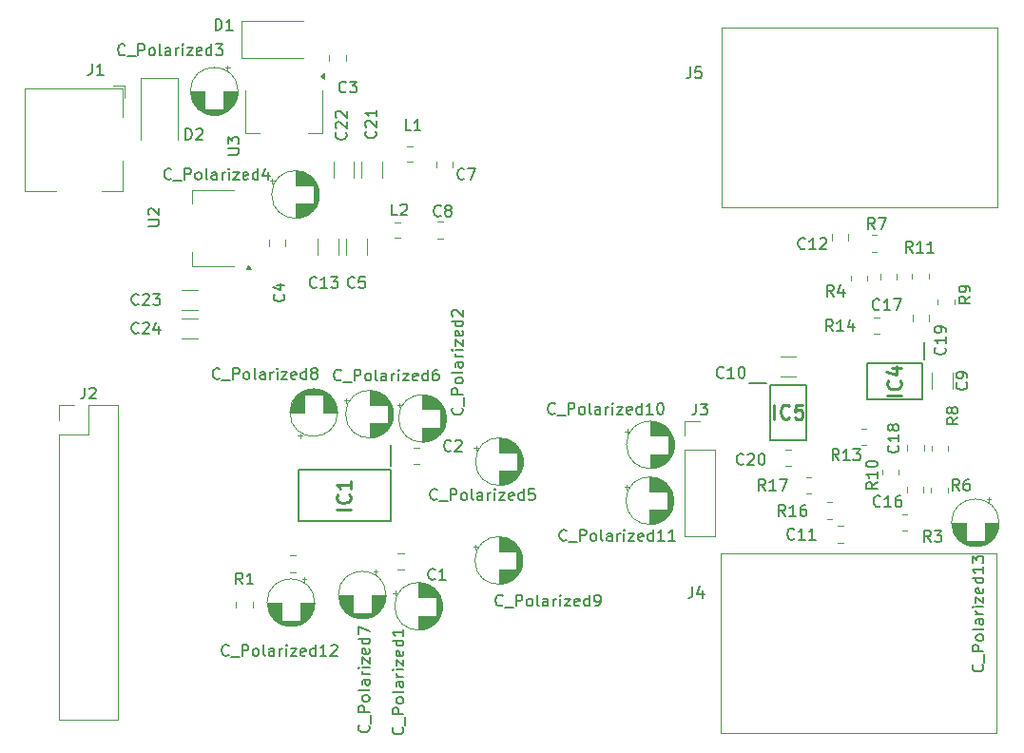
<source format=gbr>
%TF.GenerationSoftware,KiCad,Pcbnew,8.0.0*%
%TF.CreationDate,2024-10-04T19:08:59+02:00*%
%TF.ProjectId,guitar-effect,67756974-6172-42d6-9566-666563742e6b,rev?*%
%TF.SameCoordinates,Original*%
%TF.FileFunction,Legend,Top*%
%TF.FilePolarity,Positive*%
%FSLAX46Y46*%
G04 Gerber Fmt 4.6, Leading zero omitted, Abs format (unit mm)*
G04 Created by KiCad (PCBNEW 8.0.0) date 2024-10-04 19:08:59*
%MOMM*%
%LPD*%
G01*
G04 APERTURE LIST*
%ADD10C,0.150000*%
%ADD11C,0.254000*%
%ADD12C,0.120000*%
%ADD13C,0.200000*%
%ADD14C,0.100000*%
G04 APERTURE END LIST*
D10*
X130476666Y-97200819D02*
X130476666Y-97915104D01*
X130476666Y-97915104D02*
X130429047Y-98057961D01*
X130429047Y-98057961D02*
X130333809Y-98153200D01*
X130333809Y-98153200D02*
X130190952Y-98200819D01*
X130190952Y-98200819D02*
X130095714Y-98200819D01*
X130905238Y-97296057D02*
X130952857Y-97248438D01*
X130952857Y-97248438D02*
X131048095Y-97200819D01*
X131048095Y-97200819D02*
X131286190Y-97200819D01*
X131286190Y-97200819D02*
X131381428Y-97248438D01*
X131381428Y-97248438D02*
X131429047Y-97296057D01*
X131429047Y-97296057D02*
X131476666Y-97391295D01*
X131476666Y-97391295D02*
X131476666Y-97486533D01*
X131476666Y-97486533D02*
X131429047Y-97629390D01*
X131429047Y-97629390D02*
X130857619Y-98200819D01*
X130857619Y-98200819D02*
X131476666Y-98200819D01*
X142121905Y-65374819D02*
X142121905Y-64374819D01*
X142121905Y-64374819D02*
X142360000Y-64374819D01*
X142360000Y-64374819D02*
X142502857Y-64422438D01*
X142502857Y-64422438D02*
X142598095Y-64517676D01*
X142598095Y-64517676D02*
X142645714Y-64612914D01*
X142645714Y-64612914D02*
X142693333Y-64803390D01*
X142693333Y-64803390D02*
X142693333Y-64946247D01*
X142693333Y-64946247D02*
X142645714Y-65136723D01*
X142645714Y-65136723D02*
X142598095Y-65231961D01*
X142598095Y-65231961D02*
X142502857Y-65327200D01*
X142502857Y-65327200D02*
X142360000Y-65374819D01*
X142360000Y-65374819D02*
X142121905Y-65374819D01*
X143645714Y-65374819D02*
X143074286Y-65374819D01*
X143360000Y-65374819D02*
X143360000Y-64374819D01*
X143360000Y-64374819D02*
X143264762Y-64517676D01*
X143264762Y-64517676D02*
X143169524Y-64612914D01*
X143169524Y-64612914D02*
X143074286Y-64660533D01*
X158329334Y-81861818D02*
X157853144Y-81861818D01*
X157853144Y-81861818D02*
X157853144Y-80861818D01*
X158615049Y-80957056D02*
X158662668Y-80909437D01*
X158662668Y-80909437D02*
X158757906Y-80861818D01*
X158757906Y-80861818D02*
X158996001Y-80861818D01*
X158996001Y-80861818D02*
X159091239Y-80909437D01*
X159091239Y-80909437D02*
X159138858Y-80957056D01*
X159138858Y-80957056D02*
X159186477Y-81052294D01*
X159186477Y-81052294D02*
X159186477Y-81147532D01*
X159186477Y-81147532D02*
X159138858Y-81290389D01*
X159138858Y-81290389D02*
X158567430Y-81861818D01*
X158567430Y-81861818D02*
X159186477Y-81861818D01*
X189145942Y-103991580D02*
X189098323Y-104039200D01*
X189098323Y-104039200D02*
X188955466Y-104086819D01*
X188955466Y-104086819D02*
X188860228Y-104086819D01*
X188860228Y-104086819D02*
X188717371Y-104039200D01*
X188717371Y-104039200D02*
X188622133Y-103943961D01*
X188622133Y-103943961D02*
X188574514Y-103848723D01*
X188574514Y-103848723D02*
X188526895Y-103658247D01*
X188526895Y-103658247D02*
X188526895Y-103515390D01*
X188526895Y-103515390D02*
X188574514Y-103324914D01*
X188574514Y-103324914D02*
X188622133Y-103229676D01*
X188622133Y-103229676D02*
X188717371Y-103134438D01*
X188717371Y-103134438D02*
X188860228Y-103086819D01*
X188860228Y-103086819D02*
X188955466Y-103086819D01*
X188955466Y-103086819D02*
X189098323Y-103134438D01*
X189098323Y-103134438D02*
X189145942Y-103182057D01*
X189526895Y-103182057D02*
X189574514Y-103134438D01*
X189574514Y-103134438D02*
X189669752Y-103086819D01*
X189669752Y-103086819D02*
X189907847Y-103086819D01*
X189907847Y-103086819D02*
X190003085Y-103134438D01*
X190003085Y-103134438D02*
X190050704Y-103182057D01*
X190050704Y-103182057D02*
X190098323Y-103277295D01*
X190098323Y-103277295D02*
X190098323Y-103372533D01*
X190098323Y-103372533D02*
X190050704Y-103515390D01*
X190050704Y-103515390D02*
X189479276Y-104086819D01*
X189479276Y-104086819D02*
X190098323Y-104086819D01*
X190717371Y-103086819D02*
X190812609Y-103086819D01*
X190812609Y-103086819D02*
X190907847Y-103134438D01*
X190907847Y-103134438D02*
X190955466Y-103182057D01*
X190955466Y-103182057D02*
X191003085Y-103277295D01*
X191003085Y-103277295D02*
X191050704Y-103467771D01*
X191050704Y-103467771D02*
X191050704Y-103705866D01*
X191050704Y-103705866D02*
X191003085Y-103896342D01*
X191003085Y-103896342D02*
X190955466Y-103991580D01*
X190955466Y-103991580D02*
X190907847Y-104039200D01*
X190907847Y-104039200D02*
X190812609Y-104086819D01*
X190812609Y-104086819D02*
X190717371Y-104086819D01*
X190717371Y-104086819D02*
X190622133Y-104039200D01*
X190622133Y-104039200D02*
X190574514Y-103991580D01*
X190574514Y-103991580D02*
X190526895Y-103896342D01*
X190526895Y-103896342D02*
X190479276Y-103705866D01*
X190479276Y-103705866D02*
X190479276Y-103467771D01*
X190479276Y-103467771D02*
X190526895Y-103277295D01*
X190526895Y-103277295D02*
X190574514Y-103182057D01*
X190574514Y-103182057D02*
X190622133Y-103134438D01*
X190622133Y-103134438D02*
X190717371Y-103086819D01*
X148186980Y-88915866D02*
X148234600Y-88963485D01*
X148234600Y-88963485D02*
X148282219Y-89106342D01*
X148282219Y-89106342D02*
X148282219Y-89201580D01*
X148282219Y-89201580D02*
X148234600Y-89344437D01*
X148234600Y-89344437D02*
X148139361Y-89439675D01*
X148139361Y-89439675D02*
X148044123Y-89487294D01*
X148044123Y-89487294D02*
X147853647Y-89534913D01*
X147853647Y-89534913D02*
X147710790Y-89534913D01*
X147710790Y-89534913D02*
X147520314Y-89487294D01*
X147520314Y-89487294D02*
X147425076Y-89439675D01*
X147425076Y-89439675D02*
X147329838Y-89344437D01*
X147329838Y-89344437D02*
X147282219Y-89201580D01*
X147282219Y-89201580D02*
X147282219Y-89106342D01*
X147282219Y-89106342D02*
X147329838Y-88963485D01*
X147329838Y-88963485D02*
X147377457Y-88915866D01*
X147615552Y-88058723D02*
X148282219Y-88058723D01*
X147234600Y-88296818D02*
X147948885Y-88534913D01*
X147948885Y-88534913D02*
X147948885Y-87915866D01*
X158780580Y-127457619D02*
X158828200Y-127505238D01*
X158828200Y-127505238D02*
X158875819Y-127648095D01*
X158875819Y-127648095D02*
X158875819Y-127743333D01*
X158875819Y-127743333D02*
X158828200Y-127886190D01*
X158828200Y-127886190D02*
X158732961Y-127981428D01*
X158732961Y-127981428D02*
X158637723Y-128029047D01*
X158637723Y-128029047D02*
X158447247Y-128076666D01*
X158447247Y-128076666D02*
X158304390Y-128076666D01*
X158304390Y-128076666D02*
X158113914Y-128029047D01*
X158113914Y-128029047D02*
X158018676Y-127981428D01*
X158018676Y-127981428D02*
X157923438Y-127886190D01*
X157923438Y-127886190D02*
X157875819Y-127743333D01*
X157875819Y-127743333D02*
X157875819Y-127648095D01*
X157875819Y-127648095D02*
X157923438Y-127505238D01*
X157923438Y-127505238D02*
X157971057Y-127457619D01*
X158971057Y-127267143D02*
X158971057Y-126505238D01*
X158875819Y-126267142D02*
X157875819Y-126267142D01*
X157875819Y-126267142D02*
X157875819Y-125886190D01*
X157875819Y-125886190D02*
X157923438Y-125790952D01*
X157923438Y-125790952D02*
X157971057Y-125743333D01*
X157971057Y-125743333D02*
X158066295Y-125695714D01*
X158066295Y-125695714D02*
X158209152Y-125695714D01*
X158209152Y-125695714D02*
X158304390Y-125743333D01*
X158304390Y-125743333D02*
X158352009Y-125790952D01*
X158352009Y-125790952D02*
X158399628Y-125886190D01*
X158399628Y-125886190D02*
X158399628Y-126267142D01*
X158875819Y-125124285D02*
X158828200Y-125219523D01*
X158828200Y-125219523D02*
X158780580Y-125267142D01*
X158780580Y-125267142D02*
X158685342Y-125314761D01*
X158685342Y-125314761D02*
X158399628Y-125314761D01*
X158399628Y-125314761D02*
X158304390Y-125267142D01*
X158304390Y-125267142D02*
X158256771Y-125219523D01*
X158256771Y-125219523D02*
X158209152Y-125124285D01*
X158209152Y-125124285D02*
X158209152Y-124981428D01*
X158209152Y-124981428D02*
X158256771Y-124886190D01*
X158256771Y-124886190D02*
X158304390Y-124838571D01*
X158304390Y-124838571D02*
X158399628Y-124790952D01*
X158399628Y-124790952D02*
X158685342Y-124790952D01*
X158685342Y-124790952D02*
X158780580Y-124838571D01*
X158780580Y-124838571D02*
X158828200Y-124886190D01*
X158828200Y-124886190D02*
X158875819Y-124981428D01*
X158875819Y-124981428D02*
X158875819Y-125124285D01*
X158875819Y-124219523D02*
X158828200Y-124314761D01*
X158828200Y-124314761D02*
X158732961Y-124362380D01*
X158732961Y-124362380D02*
X157875819Y-124362380D01*
X158875819Y-123409999D02*
X158352009Y-123409999D01*
X158352009Y-123409999D02*
X158256771Y-123457618D01*
X158256771Y-123457618D02*
X158209152Y-123552856D01*
X158209152Y-123552856D02*
X158209152Y-123743332D01*
X158209152Y-123743332D02*
X158256771Y-123838570D01*
X158828200Y-123409999D02*
X158875819Y-123505237D01*
X158875819Y-123505237D02*
X158875819Y-123743332D01*
X158875819Y-123743332D02*
X158828200Y-123838570D01*
X158828200Y-123838570D02*
X158732961Y-123886189D01*
X158732961Y-123886189D02*
X158637723Y-123886189D01*
X158637723Y-123886189D02*
X158542485Y-123838570D01*
X158542485Y-123838570D02*
X158494866Y-123743332D01*
X158494866Y-123743332D02*
X158494866Y-123505237D01*
X158494866Y-123505237D02*
X158447247Y-123409999D01*
X158875819Y-122933808D02*
X158209152Y-122933808D01*
X158399628Y-122933808D02*
X158304390Y-122886189D01*
X158304390Y-122886189D02*
X158256771Y-122838570D01*
X158256771Y-122838570D02*
X158209152Y-122743332D01*
X158209152Y-122743332D02*
X158209152Y-122648094D01*
X158875819Y-122314760D02*
X158209152Y-122314760D01*
X157875819Y-122314760D02*
X157923438Y-122362379D01*
X157923438Y-122362379D02*
X157971057Y-122314760D01*
X157971057Y-122314760D02*
X157923438Y-122267141D01*
X157923438Y-122267141D02*
X157875819Y-122314760D01*
X157875819Y-122314760D02*
X157971057Y-122314760D01*
X158209152Y-121933808D02*
X158209152Y-121409999D01*
X158209152Y-121409999D02*
X158875819Y-121933808D01*
X158875819Y-121933808D02*
X158875819Y-121409999D01*
X158828200Y-120648094D02*
X158875819Y-120743332D01*
X158875819Y-120743332D02*
X158875819Y-120933808D01*
X158875819Y-120933808D02*
X158828200Y-121029046D01*
X158828200Y-121029046D02*
X158732961Y-121076665D01*
X158732961Y-121076665D02*
X158352009Y-121076665D01*
X158352009Y-121076665D02*
X158256771Y-121029046D01*
X158256771Y-121029046D02*
X158209152Y-120933808D01*
X158209152Y-120933808D02*
X158209152Y-120743332D01*
X158209152Y-120743332D02*
X158256771Y-120648094D01*
X158256771Y-120648094D02*
X158352009Y-120600475D01*
X158352009Y-120600475D02*
X158447247Y-120600475D01*
X158447247Y-120600475D02*
X158542485Y-121076665D01*
X158875819Y-119743332D02*
X157875819Y-119743332D01*
X158828200Y-119743332D02*
X158875819Y-119838570D01*
X158875819Y-119838570D02*
X158875819Y-120029046D01*
X158875819Y-120029046D02*
X158828200Y-120124284D01*
X158828200Y-120124284D02*
X158780580Y-120171903D01*
X158780580Y-120171903D02*
X158685342Y-120219522D01*
X158685342Y-120219522D02*
X158399628Y-120219522D01*
X158399628Y-120219522D02*
X158304390Y-120171903D01*
X158304390Y-120171903D02*
X158256771Y-120124284D01*
X158256771Y-120124284D02*
X158209152Y-120029046D01*
X158209152Y-120029046D02*
X158209152Y-119838570D01*
X158209152Y-119838570D02*
X158256771Y-119743332D01*
X158875819Y-118743332D02*
X158875819Y-119314760D01*
X158875819Y-119029046D02*
X157875819Y-119029046D01*
X157875819Y-119029046D02*
X158018676Y-119124284D01*
X158018676Y-119124284D02*
X158113914Y-119219522D01*
X158113914Y-119219522D02*
X158161533Y-119314760D01*
D11*
X203198418Y-97897462D02*
X201928418Y-97897462D01*
X203077465Y-96566985D02*
X203137942Y-96627461D01*
X203137942Y-96627461D02*
X203198418Y-96808890D01*
X203198418Y-96808890D02*
X203198418Y-96929842D01*
X203198418Y-96929842D02*
X203137942Y-97111271D01*
X203137942Y-97111271D02*
X203016989Y-97232223D01*
X203016989Y-97232223D02*
X202896037Y-97292700D01*
X202896037Y-97292700D02*
X202654132Y-97353176D01*
X202654132Y-97353176D02*
X202472703Y-97353176D01*
X202472703Y-97353176D02*
X202230799Y-97292700D01*
X202230799Y-97292700D02*
X202109846Y-97232223D01*
X202109846Y-97232223D02*
X201988894Y-97111271D01*
X201988894Y-97111271D02*
X201928418Y-96929842D01*
X201928418Y-96929842D02*
X201928418Y-96808890D01*
X201928418Y-96808890D02*
X201988894Y-96627461D01*
X201988894Y-96627461D02*
X202049370Y-96566985D01*
X202351751Y-95478414D02*
X203198418Y-95478414D01*
X201867942Y-95780795D02*
X202775084Y-96083176D01*
X202775084Y-96083176D02*
X202775084Y-95296985D01*
D10*
X209327319Y-89091066D02*
X208851128Y-89424399D01*
X209327319Y-89662494D02*
X208327319Y-89662494D01*
X208327319Y-89662494D02*
X208327319Y-89281542D01*
X208327319Y-89281542D02*
X208374938Y-89186304D01*
X208374938Y-89186304D02*
X208422557Y-89138685D01*
X208422557Y-89138685D02*
X208517795Y-89091066D01*
X208517795Y-89091066D02*
X208660652Y-89091066D01*
X208660652Y-89091066D02*
X208755890Y-89138685D01*
X208755890Y-89138685D02*
X208803509Y-89186304D01*
X208803509Y-89186304D02*
X208851128Y-89281542D01*
X208851128Y-89281542D02*
X208851128Y-89662494D01*
X209327319Y-88614875D02*
X209327319Y-88424399D01*
X209327319Y-88424399D02*
X209279700Y-88329161D01*
X209279700Y-88329161D02*
X209232080Y-88281542D01*
X209232080Y-88281542D02*
X209089223Y-88186304D01*
X209089223Y-88186304D02*
X208898747Y-88138685D01*
X208898747Y-88138685D02*
X208517795Y-88138685D01*
X208517795Y-88138685D02*
X208422557Y-88186304D01*
X208422557Y-88186304D02*
X208374938Y-88233923D01*
X208374938Y-88233923D02*
X208327319Y-88329161D01*
X208327319Y-88329161D02*
X208327319Y-88519637D01*
X208327319Y-88519637D02*
X208374938Y-88614875D01*
X208374938Y-88614875D02*
X208422557Y-88662494D01*
X208422557Y-88662494D02*
X208517795Y-88710113D01*
X208517795Y-88710113D02*
X208755890Y-88710113D01*
X208755890Y-88710113D02*
X208851128Y-88662494D01*
X208851128Y-88662494D02*
X208898747Y-88614875D01*
X208898747Y-88614875D02*
X208946366Y-88519637D01*
X208946366Y-88519637D02*
X208946366Y-88329161D01*
X208946366Y-88329161D02*
X208898747Y-88233923D01*
X208898747Y-88233923D02*
X208851128Y-88186304D01*
X208851128Y-88186304D02*
X208755890Y-88138685D01*
X197185733Y-89075619D02*
X196852400Y-88599428D01*
X196614305Y-89075619D02*
X196614305Y-88075619D01*
X196614305Y-88075619D02*
X196995257Y-88075619D01*
X196995257Y-88075619D02*
X197090495Y-88123238D01*
X197090495Y-88123238D02*
X197138114Y-88170857D01*
X197138114Y-88170857D02*
X197185733Y-88266095D01*
X197185733Y-88266095D02*
X197185733Y-88408952D01*
X197185733Y-88408952D02*
X197138114Y-88504190D01*
X197138114Y-88504190D02*
X197090495Y-88551809D01*
X197090495Y-88551809D02*
X196995257Y-88599428D01*
X196995257Y-88599428D02*
X196614305Y-88599428D01*
X198042876Y-88408952D02*
X198042876Y-89075619D01*
X197804781Y-88028000D02*
X197566686Y-88742285D01*
X197566686Y-88742285D02*
X198185733Y-88742285D01*
X131126666Y-68374819D02*
X131126666Y-69089104D01*
X131126666Y-69089104D02*
X131079047Y-69231961D01*
X131079047Y-69231961D02*
X130983809Y-69327200D01*
X130983809Y-69327200D02*
X130840952Y-69374819D01*
X130840952Y-69374819D02*
X130745714Y-69374819D01*
X132126666Y-69374819D02*
X131555238Y-69374819D01*
X131840952Y-69374819D02*
X131840952Y-68374819D01*
X131840952Y-68374819D02*
X131745714Y-68517676D01*
X131745714Y-68517676D02*
X131650476Y-68612914D01*
X131650476Y-68612914D02*
X131555238Y-68660533D01*
X197089542Y-92179219D02*
X196756209Y-91703028D01*
X196518114Y-92179219D02*
X196518114Y-91179219D01*
X196518114Y-91179219D02*
X196899066Y-91179219D01*
X196899066Y-91179219D02*
X196994304Y-91226838D01*
X196994304Y-91226838D02*
X197041923Y-91274457D01*
X197041923Y-91274457D02*
X197089542Y-91369695D01*
X197089542Y-91369695D02*
X197089542Y-91512552D01*
X197089542Y-91512552D02*
X197041923Y-91607790D01*
X197041923Y-91607790D02*
X196994304Y-91655409D01*
X196994304Y-91655409D02*
X196899066Y-91703028D01*
X196899066Y-91703028D02*
X196518114Y-91703028D01*
X198041923Y-92179219D02*
X197470495Y-92179219D01*
X197756209Y-92179219D02*
X197756209Y-91179219D01*
X197756209Y-91179219D02*
X197660971Y-91322076D01*
X197660971Y-91322076D02*
X197565733Y-91417314D01*
X197565733Y-91417314D02*
X197470495Y-91464933D01*
X198899066Y-91512552D02*
X198899066Y-92179219D01*
X198660971Y-91131600D02*
X198422876Y-91845885D01*
X198422876Y-91845885D02*
X199041923Y-91845885D01*
X191076342Y-106372819D02*
X190743009Y-105896628D01*
X190504914Y-106372819D02*
X190504914Y-105372819D01*
X190504914Y-105372819D02*
X190885866Y-105372819D01*
X190885866Y-105372819D02*
X190981104Y-105420438D01*
X190981104Y-105420438D02*
X191028723Y-105468057D01*
X191028723Y-105468057D02*
X191076342Y-105563295D01*
X191076342Y-105563295D02*
X191076342Y-105706152D01*
X191076342Y-105706152D02*
X191028723Y-105801390D01*
X191028723Y-105801390D02*
X190981104Y-105849009D01*
X190981104Y-105849009D02*
X190885866Y-105896628D01*
X190885866Y-105896628D02*
X190504914Y-105896628D01*
X192028723Y-106372819D02*
X191457295Y-106372819D01*
X191743009Y-106372819D02*
X191743009Y-105372819D01*
X191743009Y-105372819D02*
X191647771Y-105515676D01*
X191647771Y-105515676D02*
X191552533Y-105610914D01*
X191552533Y-105610914D02*
X191457295Y-105658533D01*
X192362057Y-105372819D02*
X193028723Y-105372819D01*
X193028723Y-105372819D02*
X192600152Y-106372819D01*
X173376189Y-110759580D02*
X173328570Y-110807200D01*
X173328570Y-110807200D02*
X173185713Y-110854819D01*
X173185713Y-110854819D02*
X173090475Y-110854819D01*
X173090475Y-110854819D02*
X172947618Y-110807200D01*
X172947618Y-110807200D02*
X172852380Y-110711961D01*
X172852380Y-110711961D02*
X172804761Y-110616723D01*
X172804761Y-110616723D02*
X172757142Y-110426247D01*
X172757142Y-110426247D02*
X172757142Y-110283390D01*
X172757142Y-110283390D02*
X172804761Y-110092914D01*
X172804761Y-110092914D02*
X172852380Y-109997676D01*
X172852380Y-109997676D02*
X172947618Y-109902438D01*
X172947618Y-109902438D02*
X173090475Y-109854819D01*
X173090475Y-109854819D02*
X173185713Y-109854819D01*
X173185713Y-109854819D02*
X173328570Y-109902438D01*
X173328570Y-109902438D02*
X173376189Y-109950057D01*
X173566666Y-110950057D02*
X174328570Y-110950057D01*
X174566666Y-110854819D02*
X174566666Y-109854819D01*
X174566666Y-109854819D02*
X174947618Y-109854819D01*
X174947618Y-109854819D02*
X175042856Y-109902438D01*
X175042856Y-109902438D02*
X175090475Y-109950057D01*
X175090475Y-109950057D02*
X175138094Y-110045295D01*
X175138094Y-110045295D02*
X175138094Y-110188152D01*
X175138094Y-110188152D02*
X175090475Y-110283390D01*
X175090475Y-110283390D02*
X175042856Y-110331009D01*
X175042856Y-110331009D02*
X174947618Y-110378628D01*
X174947618Y-110378628D02*
X174566666Y-110378628D01*
X175709523Y-110854819D02*
X175614285Y-110807200D01*
X175614285Y-110807200D02*
X175566666Y-110759580D01*
X175566666Y-110759580D02*
X175519047Y-110664342D01*
X175519047Y-110664342D02*
X175519047Y-110378628D01*
X175519047Y-110378628D02*
X175566666Y-110283390D01*
X175566666Y-110283390D02*
X175614285Y-110235771D01*
X175614285Y-110235771D02*
X175709523Y-110188152D01*
X175709523Y-110188152D02*
X175852380Y-110188152D01*
X175852380Y-110188152D02*
X175947618Y-110235771D01*
X175947618Y-110235771D02*
X175995237Y-110283390D01*
X175995237Y-110283390D02*
X176042856Y-110378628D01*
X176042856Y-110378628D02*
X176042856Y-110664342D01*
X176042856Y-110664342D02*
X175995237Y-110759580D01*
X175995237Y-110759580D02*
X175947618Y-110807200D01*
X175947618Y-110807200D02*
X175852380Y-110854819D01*
X175852380Y-110854819D02*
X175709523Y-110854819D01*
X176614285Y-110854819D02*
X176519047Y-110807200D01*
X176519047Y-110807200D02*
X176471428Y-110711961D01*
X176471428Y-110711961D02*
X176471428Y-109854819D01*
X177423809Y-110854819D02*
X177423809Y-110331009D01*
X177423809Y-110331009D02*
X177376190Y-110235771D01*
X177376190Y-110235771D02*
X177280952Y-110188152D01*
X177280952Y-110188152D02*
X177090476Y-110188152D01*
X177090476Y-110188152D02*
X176995238Y-110235771D01*
X177423809Y-110807200D02*
X177328571Y-110854819D01*
X177328571Y-110854819D02*
X177090476Y-110854819D01*
X177090476Y-110854819D02*
X176995238Y-110807200D01*
X176995238Y-110807200D02*
X176947619Y-110711961D01*
X176947619Y-110711961D02*
X176947619Y-110616723D01*
X176947619Y-110616723D02*
X176995238Y-110521485D01*
X176995238Y-110521485D02*
X177090476Y-110473866D01*
X177090476Y-110473866D02*
X177328571Y-110473866D01*
X177328571Y-110473866D02*
X177423809Y-110426247D01*
X177900000Y-110854819D02*
X177900000Y-110188152D01*
X177900000Y-110378628D02*
X177947619Y-110283390D01*
X177947619Y-110283390D02*
X177995238Y-110235771D01*
X177995238Y-110235771D02*
X178090476Y-110188152D01*
X178090476Y-110188152D02*
X178185714Y-110188152D01*
X178519048Y-110854819D02*
X178519048Y-110188152D01*
X178519048Y-109854819D02*
X178471429Y-109902438D01*
X178471429Y-109902438D02*
X178519048Y-109950057D01*
X178519048Y-109950057D02*
X178566667Y-109902438D01*
X178566667Y-109902438D02*
X178519048Y-109854819D01*
X178519048Y-109854819D02*
X178519048Y-109950057D01*
X178900000Y-110188152D02*
X179423809Y-110188152D01*
X179423809Y-110188152D02*
X178900000Y-110854819D01*
X178900000Y-110854819D02*
X179423809Y-110854819D01*
X180185714Y-110807200D02*
X180090476Y-110854819D01*
X180090476Y-110854819D02*
X179900000Y-110854819D01*
X179900000Y-110854819D02*
X179804762Y-110807200D01*
X179804762Y-110807200D02*
X179757143Y-110711961D01*
X179757143Y-110711961D02*
X179757143Y-110331009D01*
X179757143Y-110331009D02*
X179804762Y-110235771D01*
X179804762Y-110235771D02*
X179900000Y-110188152D01*
X179900000Y-110188152D02*
X180090476Y-110188152D01*
X180090476Y-110188152D02*
X180185714Y-110235771D01*
X180185714Y-110235771D02*
X180233333Y-110331009D01*
X180233333Y-110331009D02*
X180233333Y-110426247D01*
X180233333Y-110426247D02*
X179757143Y-110521485D01*
X181090476Y-110854819D02*
X181090476Y-109854819D01*
X181090476Y-110807200D02*
X180995238Y-110854819D01*
X180995238Y-110854819D02*
X180804762Y-110854819D01*
X180804762Y-110854819D02*
X180709524Y-110807200D01*
X180709524Y-110807200D02*
X180661905Y-110759580D01*
X180661905Y-110759580D02*
X180614286Y-110664342D01*
X180614286Y-110664342D02*
X180614286Y-110378628D01*
X180614286Y-110378628D02*
X180661905Y-110283390D01*
X180661905Y-110283390D02*
X180709524Y-110235771D01*
X180709524Y-110235771D02*
X180804762Y-110188152D01*
X180804762Y-110188152D02*
X180995238Y-110188152D01*
X180995238Y-110188152D02*
X181090476Y-110235771D01*
X182090476Y-110854819D02*
X181519048Y-110854819D01*
X181804762Y-110854819D02*
X181804762Y-109854819D01*
X181804762Y-109854819D02*
X181709524Y-109997676D01*
X181709524Y-109997676D02*
X181614286Y-110092914D01*
X181614286Y-110092914D02*
X181519048Y-110140533D01*
X183042857Y-110854819D02*
X182471429Y-110854819D01*
X182757143Y-110854819D02*
X182757143Y-109854819D01*
X182757143Y-109854819D02*
X182661905Y-109997676D01*
X182661905Y-109997676D02*
X182566667Y-110092914D01*
X182566667Y-110092914D02*
X182471429Y-110140533D01*
X163108333Y-102784580D02*
X163060714Y-102832200D01*
X163060714Y-102832200D02*
X162917857Y-102879819D01*
X162917857Y-102879819D02*
X162822619Y-102879819D01*
X162822619Y-102879819D02*
X162679762Y-102832200D01*
X162679762Y-102832200D02*
X162584524Y-102736961D01*
X162584524Y-102736961D02*
X162536905Y-102641723D01*
X162536905Y-102641723D02*
X162489286Y-102451247D01*
X162489286Y-102451247D02*
X162489286Y-102308390D01*
X162489286Y-102308390D02*
X162536905Y-102117914D01*
X162536905Y-102117914D02*
X162584524Y-102022676D01*
X162584524Y-102022676D02*
X162679762Y-101927438D01*
X162679762Y-101927438D02*
X162822619Y-101879819D01*
X162822619Y-101879819D02*
X162917857Y-101879819D01*
X162917857Y-101879819D02*
X163060714Y-101927438D01*
X163060714Y-101927438D02*
X163108333Y-101975057D01*
X163489286Y-101975057D02*
X163536905Y-101927438D01*
X163536905Y-101927438D02*
X163632143Y-101879819D01*
X163632143Y-101879819D02*
X163870238Y-101879819D01*
X163870238Y-101879819D02*
X163965476Y-101927438D01*
X163965476Y-101927438D02*
X164013095Y-101975057D01*
X164013095Y-101975057D02*
X164060714Y-102070295D01*
X164060714Y-102070295D02*
X164060714Y-102165533D01*
X164060714Y-102165533D02*
X164013095Y-102308390D01*
X164013095Y-102308390D02*
X163441667Y-102879819D01*
X163441667Y-102879819D02*
X164060714Y-102879819D01*
X161684333Y-114237580D02*
X161636714Y-114285200D01*
X161636714Y-114285200D02*
X161493857Y-114332819D01*
X161493857Y-114332819D02*
X161398619Y-114332819D01*
X161398619Y-114332819D02*
X161255762Y-114285200D01*
X161255762Y-114285200D02*
X161160524Y-114189961D01*
X161160524Y-114189961D02*
X161112905Y-114094723D01*
X161112905Y-114094723D02*
X161065286Y-113904247D01*
X161065286Y-113904247D02*
X161065286Y-113761390D01*
X161065286Y-113761390D02*
X161112905Y-113570914D01*
X161112905Y-113570914D02*
X161160524Y-113475676D01*
X161160524Y-113475676D02*
X161255762Y-113380438D01*
X161255762Y-113380438D02*
X161398619Y-113332819D01*
X161398619Y-113332819D02*
X161493857Y-113332819D01*
X161493857Y-113332819D02*
X161636714Y-113380438D01*
X161636714Y-113380438D02*
X161684333Y-113428057D01*
X162636714Y-114332819D02*
X162065286Y-114332819D01*
X162351000Y-114332819D02*
X162351000Y-113332819D01*
X162351000Y-113332819D02*
X162255762Y-113475676D01*
X162255762Y-113475676D02*
X162160524Y-113570914D01*
X162160524Y-113570914D02*
X162065286Y-113618533D01*
X153758933Y-70848780D02*
X153711314Y-70896400D01*
X153711314Y-70896400D02*
X153568457Y-70944019D01*
X153568457Y-70944019D02*
X153473219Y-70944019D01*
X153473219Y-70944019D02*
X153330362Y-70896400D01*
X153330362Y-70896400D02*
X153235124Y-70801161D01*
X153235124Y-70801161D02*
X153187505Y-70705923D01*
X153187505Y-70705923D02*
X153139886Y-70515447D01*
X153139886Y-70515447D02*
X153139886Y-70372590D01*
X153139886Y-70372590D02*
X153187505Y-70182114D01*
X153187505Y-70182114D02*
X153235124Y-70086876D01*
X153235124Y-70086876D02*
X153330362Y-69991638D01*
X153330362Y-69991638D02*
X153473219Y-69944019D01*
X153473219Y-69944019D02*
X153568457Y-69944019D01*
X153568457Y-69944019D02*
X153711314Y-69991638D01*
X153711314Y-69991638D02*
X153758933Y-70039257D01*
X154092267Y-69944019D02*
X154711314Y-69944019D01*
X154711314Y-69944019D02*
X154377981Y-70324971D01*
X154377981Y-70324971D02*
X154520838Y-70324971D01*
X154520838Y-70324971D02*
X154616076Y-70372590D01*
X154616076Y-70372590D02*
X154663695Y-70420209D01*
X154663695Y-70420209D02*
X154711314Y-70515447D01*
X154711314Y-70515447D02*
X154711314Y-70753542D01*
X154711314Y-70753542D02*
X154663695Y-70848780D01*
X154663695Y-70848780D02*
X154616076Y-70896400D01*
X154616076Y-70896400D02*
X154520838Y-70944019D01*
X154520838Y-70944019D02*
X154235124Y-70944019D01*
X154235124Y-70944019D02*
X154139886Y-70896400D01*
X154139886Y-70896400D02*
X154092267Y-70848780D01*
X208985980Y-96770066D02*
X209033600Y-96817685D01*
X209033600Y-96817685D02*
X209081219Y-96960542D01*
X209081219Y-96960542D02*
X209081219Y-97055780D01*
X209081219Y-97055780D02*
X209033600Y-97198637D01*
X209033600Y-97198637D02*
X208938361Y-97293875D01*
X208938361Y-97293875D02*
X208843123Y-97341494D01*
X208843123Y-97341494D02*
X208652647Y-97389113D01*
X208652647Y-97389113D02*
X208509790Y-97389113D01*
X208509790Y-97389113D02*
X208319314Y-97341494D01*
X208319314Y-97341494D02*
X208224076Y-97293875D01*
X208224076Y-97293875D02*
X208128838Y-97198637D01*
X208128838Y-97198637D02*
X208081219Y-97055780D01*
X208081219Y-97055780D02*
X208081219Y-96960542D01*
X208081219Y-96960542D02*
X208128838Y-96817685D01*
X208128838Y-96817685D02*
X208176457Y-96770066D01*
X209081219Y-96293875D02*
X209081219Y-96103399D01*
X209081219Y-96103399D02*
X209033600Y-96008161D01*
X209033600Y-96008161D02*
X208985980Y-95960542D01*
X208985980Y-95960542D02*
X208843123Y-95865304D01*
X208843123Y-95865304D02*
X208652647Y-95817685D01*
X208652647Y-95817685D02*
X208271695Y-95817685D01*
X208271695Y-95817685D02*
X208176457Y-95865304D01*
X208176457Y-95865304D02*
X208128838Y-95912923D01*
X208128838Y-95912923D02*
X208081219Y-96008161D01*
X208081219Y-96008161D02*
X208081219Y-96198637D01*
X208081219Y-96198637D02*
X208128838Y-96293875D01*
X208128838Y-96293875D02*
X208176457Y-96341494D01*
X208176457Y-96341494D02*
X208271695Y-96389113D01*
X208271695Y-96389113D02*
X208509790Y-96389113D01*
X208509790Y-96389113D02*
X208605028Y-96341494D01*
X208605028Y-96341494D02*
X208652647Y-96293875D01*
X208652647Y-96293875D02*
X208700266Y-96198637D01*
X208700266Y-96198637D02*
X208700266Y-96008161D01*
X208700266Y-96008161D02*
X208652647Y-95912923D01*
X208652647Y-95912923D02*
X208605028Y-95865304D01*
X208605028Y-95865304D02*
X208509790Y-95817685D01*
D11*
X154170717Y-108038563D02*
X152900717Y-108038563D01*
X154049764Y-106708086D02*
X154110241Y-106768562D01*
X154110241Y-106768562D02*
X154170717Y-106949991D01*
X154170717Y-106949991D02*
X154170717Y-107070943D01*
X154170717Y-107070943D02*
X154110241Y-107252372D01*
X154110241Y-107252372D02*
X153989288Y-107373324D01*
X153989288Y-107373324D02*
X153868336Y-107433801D01*
X153868336Y-107433801D02*
X153626431Y-107494277D01*
X153626431Y-107494277D02*
X153445002Y-107494277D01*
X153445002Y-107494277D02*
X153203098Y-107433801D01*
X153203098Y-107433801D02*
X153082145Y-107373324D01*
X153082145Y-107373324D02*
X152961193Y-107252372D01*
X152961193Y-107252372D02*
X152900717Y-107070943D01*
X152900717Y-107070943D02*
X152900717Y-106949991D01*
X152900717Y-106949991D02*
X152961193Y-106768562D01*
X152961193Y-106768562D02*
X153021669Y-106708086D01*
X154170717Y-105498562D02*
X154170717Y-106224277D01*
X154170717Y-105861420D02*
X152900717Y-105861420D01*
X152900717Y-105861420D02*
X153082145Y-105982372D01*
X153082145Y-105982372D02*
X153203098Y-106103324D01*
X153203098Y-106103324D02*
X153263574Y-106224277D01*
D10*
X172351189Y-99484580D02*
X172303570Y-99532200D01*
X172303570Y-99532200D02*
X172160713Y-99579819D01*
X172160713Y-99579819D02*
X172065475Y-99579819D01*
X172065475Y-99579819D02*
X171922618Y-99532200D01*
X171922618Y-99532200D02*
X171827380Y-99436961D01*
X171827380Y-99436961D02*
X171779761Y-99341723D01*
X171779761Y-99341723D02*
X171732142Y-99151247D01*
X171732142Y-99151247D02*
X171732142Y-99008390D01*
X171732142Y-99008390D02*
X171779761Y-98817914D01*
X171779761Y-98817914D02*
X171827380Y-98722676D01*
X171827380Y-98722676D02*
X171922618Y-98627438D01*
X171922618Y-98627438D02*
X172065475Y-98579819D01*
X172065475Y-98579819D02*
X172160713Y-98579819D01*
X172160713Y-98579819D02*
X172303570Y-98627438D01*
X172303570Y-98627438D02*
X172351189Y-98675057D01*
X172541666Y-99675057D02*
X173303570Y-99675057D01*
X173541666Y-99579819D02*
X173541666Y-98579819D01*
X173541666Y-98579819D02*
X173922618Y-98579819D01*
X173922618Y-98579819D02*
X174017856Y-98627438D01*
X174017856Y-98627438D02*
X174065475Y-98675057D01*
X174065475Y-98675057D02*
X174113094Y-98770295D01*
X174113094Y-98770295D02*
X174113094Y-98913152D01*
X174113094Y-98913152D02*
X174065475Y-99008390D01*
X174065475Y-99008390D02*
X174017856Y-99056009D01*
X174017856Y-99056009D02*
X173922618Y-99103628D01*
X173922618Y-99103628D02*
X173541666Y-99103628D01*
X174684523Y-99579819D02*
X174589285Y-99532200D01*
X174589285Y-99532200D02*
X174541666Y-99484580D01*
X174541666Y-99484580D02*
X174494047Y-99389342D01*
X174494047Y-99389342D02*
X174494047Y-99103628D01*
X174494047Y-99103628D02*
X174541666Y-99008390D01*
X174541666Y-99008390D02*
X174589285Y-98960771D01*
X174589285Y-98960771D02*
X174684523Y-98913152D01*
X174684523Y-98913152D02*
X174827380Y-98913152D01*
X174827380Y-98913152D02*
X174922618Y-98960771D01*
X174922618Y-98960771D02*
X174970237Y-99008390D01*
X174970237Y-99008390D02*
X175017856Y-99103628D01*
X175017856Y-99103628D02*
X175017856Y-99389342D01*
X175017856Y-99389342D02*
X174970237Y-99484580D01*
X174970237Y-99484580D02*
X174922618Y-99532200D01*
X174922618Y-99532200D02*
X174827380Y-99579819D01*
X174827380Y-99579819D02*
X174684523Y-99579819D01*
X175589285Y-99579819D02*
X175494047Y-99532200D01*
X175494047Y-99532200D02*
X175446428Y-99436961D01*
X175446428Y-99436961D02*
X175446428Y-98579819D01*
X176398809Y-99579819D02*
X176398809Y-99056009D01*
X176398809Y-99056009D02*
X176351190Y-98960771D01*
X176351190Y-98960771D02*
X176255952Y-98913152D01*
X176255952Y-98913152D02*
X176065476Y-98913152D01*
X176065476Y-98913152D02*
X175970238Y-98960771D01*
X176398809Y-99532200D02*
X176303571Y-99579819D01*
X176303571Y-99579819D02*
X176065476Y-99579819D01*
X176065476Y-99579819D02*
X175970238Y-99532200D01*
X175970238Y-99532200D02*
X175922619Y-99436961D01*
X175922619Y-99436961D02*
X175922619Y-99341723D01*
X175922619Y-99341723D02*
X175970238Y-99246485D01*
X175970238Y-99246485D02*
X176065476Y-99198866D01*
X176065476Y-99198866D02*
X176303571Y-99198866D01*
X176303571Y-99198866D02*
X176398809Y-99151247D01*
X176875000Y-99579819D02*
X176875000Y-98913152D01*
X176875000Y-99103628D02*
X176922619Y-99008390D01*
X176922619Y-99008390D02*
X176970238Y-98960771D01*
X176970238Y-98960771D02*
X177065476Y-98913152D01*
X177065476Y-98913152D02*
X177160714Y-98913152D01*
X177494048Y-99579819D02*
X177494048Y-98913152D01*
X177494048Y-98579819D02*
X177446429Y-98627438D01*
X177446429Y-98627438D02*
X177494048Y-98675057D01*
X177494048Y-98675057D02*
X177541667Y-98627438D01*
X177541667Y-98627438D02*
X177494048Y-98579819D01*
X177494048Y-98579819D02*
X177494048Y-98675057D01*
X177875000Y-98913152D02*
X178398809Y-98913152D01*
X178398809Y-98913152D02*
X177875000Y-99579819D01*
X177875000Y-99579819D02*
X178398809Y-99579819D01*
X179160714Y-99532200D02*
X179065476Y-99579819D01*
X179065476Y-99579819D02*
X178875000Y-99579819D01*
X178875000Y-99579819D02*
X178779762Y-99532200D01*
X178779762Y-99532200D02*
X178732143Y-99436961D01*
X178732143Y-99436961D02*
X178732143Y-99056009D01*
X178732143Y-99056009D02*
X178779762Y-98960771D01*
X178779762Y-98960771D02*
X178875000Y-98913152D01*
X178875000Y-98913152D02*
X179065476Y-98913152D01*
X179065476Y-98913152D02*
X179160714Y-98960771D01*
X179160714Y-98960771D02*
X179208333Y-99056009D01*
X179208333Y-99056009D02*
X179208333Y-99151247D01*
X179208333Y-99151247D02*
X178732143Y-99246485D01*
X180065476Y-99579819D02*
X180065476Y-98579819D01*
X180065476Y-99532200D02*
X179970238Y-99579819D01*
X179970238Y-99579819D02*
X179779762Y-99579819D01*
X179779762Y-99579819D02*
X179684524Y-99532200D01*
X179684524Y-99532200D02*
X179636905Y-99484580D01*
X179636905Y-99484580D02*
X179589286Y-99389342D01*
X179589286Y-99389342D02*
X179589286Y-99103628D01*
X179589286Y-99103628D02*
X179636905Y-99008390D01*
X179636905Y-99008390D02*
X179684524Y-98960771D01*
X179684524Y-98960771D02*
X179779762Y-98913152D01*
X179779762Y-98913152D02*
X179970238Y-98913152D01*
X179970238Y-98913152D02*
X180065476Y-98960771D01*
X181065476Y-99579819D02*
X180494048Y-99579819D01*
X180779762Y-99579819D02*
X180779762Y-98579819D01*
X180779762Y-98579819D02*
X180684524Y-98722676D01*
X180684524Y-98722676D02*
X180589286Y-98817914D01*
X180589286Y-98817914D02*
X180494048Y-98865533D01*
X181684524Y-98579819D02*
X181779762Y-98579819D01*
X181779762Y-98579819D02*
X181875000Y-98627438D01*
X181875000Y-98627438D02*
X181922619Y-98675057D01*
X181922619Y-98675057D02*
X181970238Y-98770295D01*
X181970238Y-98770295D02*
X182017857Y-98960771D01*
X182017857Y-98960771D02*
X182017857Y-99198866D01*
X182017857Y-99198866D02*
X181970238Y-99389342D01*
X181970238Y-99389342D02*
X181922619Y-99484580D01*
X181922619Y-99484580D02*
X181875000Y-99532200D01*
X181875000Y-99532200D02*
X181779762Y-99579819D01*
X181779762Y-99579819D02*
X181684524Y-99579819D01*
X181684524Y-99579819D02*
X181589286Y-99532200D01*
X181589286Y-99532200D02*
X181541667Y-99484580D01*
X181541667Y-99484580D02*
X181494048Y-99389342D01*
X181494048Y-99389342D02*
X181446429Y-99198866D01*
X181446429Y-99198866D02*
X181446429Y-98960771D01*
X181446429Y-98960771D02*
X181494048Y-98770295D01*
X181494048Y-98770295D02*
X181541667Y-98675057D01*
X181541667Y-98675057D02*
X181589286Y-98627438D01*
X181589286Y-98627438D02*
X181684524Y-98579819D01*
X136106819Y-82803904D02*
X136916342Y-82803904D01*
X136916342Y-82803904D02*
X137011580Y-82756285D01*
X137011580Y-82756285D02*
X137059200Y-82708666D01*
X137059200Y-82708666D02*
X137106819Y-82613428D01*
X137106819Y-82613428D02*
X137106819Y-82422952D01*
X137106819Y-82422952D02*
X137059200Y-82327714D01*
X137059200Y-82327714D02*
X137011580Y-82280095D01*
X137011580Y-82280095D02*
X136916342Y-82232476D01*
X136916342Y-82232476D02*
X136106819Y-82232476D01*
X136202057Y-81803904D02*
X136154438Y-81756285D01*
X136154438Y-81756285D02*
X136106819Y-81661047D01*
X136106819Y-81661047D02*
X136106819Y-81422952D01*
X136106819Y-81422952D02*
X136154438Y-81327714D01*
X136154438Y-81327714D02*
X136202057Y-81280095D01*
X136202057Y-81280095D02*
X136297295Y-81232476D01*
X136297295Y-81232476D02*
X136392533Y-81232476D01*
X136392533Y-81232476D02*
X136535390Y-81280095D01*
X136535390Y-81280095D02*
X137106819Y-81851523D01*
X137106819Y-81851523D02*
X137106819Y-81232476D01*
X208237219Y-99891066D02*
X207761028Y-100224399D01*
X208237219Y-100462494D02*
X207237219Y-100462494D01*
X207237219Y-100462494D02*
X207237219Y-100081542D01*
X207237219Y-100081542D02*
X207284838Y-99986304D01*
X207284838Y-99986304D02*
X207332457Y-99938685D01*
X207332457Y-99938685D02*
X207427695Y-99891066D01*
X207427695Y-99891066D02*
X207570552Y-99891066D01*
X207570552Y-99891066D02*
X207665790Y-99938685D01*
X207665790Y-99938685D02*
X207713409Y-99986304D01*
X207713409Y-99986304D02*
X207761028Y-100081542D01*
X207761028Y-100081542D02*
X207761028Y-100462494D01*
X207665790Y-99319637D02*
X207618171Y-99414875D01*
X207618171Y-99414875D02*
X207570552Y-99462494D01*
X207570552Y-99462494D02*
X207475314Y-99510113D01*
X207475314Y-99510113D02*
X207427695Y-99510113D01*
X207427695Y-99510113D02*
X207332457Y-99462494D01*
X207332457Y-99462494D02*
X207284838Y-99414875D01*
X207284838Y-99414875D02*
X207237219Y-99319637D01*
X207237219Y-99319637D02*
X207237219Y-99129161D01*
X207237219Y-99129161D02*
X207284838Y-99033923D01*
X207284838Y-99033923D02*
X207332457Y-98986304D01*
X207332457Y-98986304D02*
X207427695Y-98938685D01*
X207427695Y-98938685D02*
X207475314Y-98938685D01*
X207475314Y-98938685D02*
X207570552Y-98986304D01*
X207570552Y-98986304D02*
X207618171Y-99033923D01*
X207618171Y-99033923D02*
X207665790Y-99129161D01*
X207665790Y-99129161D02*
X207665790Y-99319637D01*
X207665790Y-99319637D02*
X207713409Y-99414875D01*
X207713409Y-99414875D02*
X207761028Y-99462494D01*
X207761028Y-99462494D02*
X207856266Y-99510113D01*
X207856266Y-99510113D02*
X208046742Y-99510113D01*
X208046742Y-99510113D02*
X208141980Y-99462494D01*
X208141980Y-99462494D02*
X208189600Y-99414875D01*
X208189600Y-99414875D02*
X208237219Y-99319637D01*
X208237219Y-99319637D02*
X208237219Y-99129161D01*
X208237219Y-99129161D02*
X208189600Y-99033923D01*
X208189600Y-99033923D02*
X208141980Y-98986304D01*
X208141980Y-98986304D02*
X208046742Y-98938685D01*
X208046742Y-98938685D02*
X207856266Y-98938685D01*
X207856266Y-98938685D02*
X207761028Y-98986304D01*
X207761028Y-98986304D02*
X207713409Y-99033923D01*
X207713409Y-99033923D02*
X207665790Y-99129161D01*
X193667142Y-110646380D02*
X193619523Y-110694000D01*
X193619523Y-110694000D02*
X193476666Y-110741619D01*
X193476666Y-110741619D02*
X193381428Y-110741619D01*
X193381428Y-110741619D02*
X193238571Y-110694000D01*
X193238571Y-110694000D02*
X193143333Y-110598761D01*
X193143333Y-110598761D02*
X193095714Y-110503523D01*
X193095714Y-110503523D02*
X193048095Y-110313047D01*
X193048095Y-110313047D02*
X193048095Y-110170190D01*
X193048095Y-110170190D02*
X193095714Y-109979714D01*
X193095714Y-109979714D02*
X193143333Y-109884476D01*
X193143333Y-109884476D02*
X193238571Y-109789238D01*
X193238571Y-109789238D02*
X193381428Y-109741619D01*
X193381428Y-109741619D02*
X193476666Y-109741619D01*
X193476666Y-109741619D02*
X193619523Y-109789238D01*
X193619523Y-109789238D02*
X193667142Y-109836857D01*
X194619523Y-110741619D02*
X194048095Y-110741619D01*
X194333809Y-110741619D02*
X194333809Y-109741619D01*
X194333809Y-109741619D02*
X194238571Y-109884476D01*
X194238571Y-109884476D02*
X194143333Y-109979714D01*
X194143333Y-109979714D02*
X194048095Y-110027333D01*
X195571904Y-110741619D02*
X195000476Y-110741619D01*
X195286190Y-110741619D02*
X195286190Y-109741619D01*
X195286190Y-109741619D02*
X195190952Y-109884476D01*
X195190952Y-109884476D02*
X195095714Y-109979714D01*
X195095714Y-109979714D02*
X195000476Y-110027333D01*
X204189542Y-85179219D02*
X203856209Y-84703028D01*
X203618114Y-85179219D02*
X203618114Y-84179219D01*
X203618114Y-84179219D02*
X203999066Y-84179219D01*
X203999066Y-84179219D02*
X204094304Y-84226838D01*
X204094304Y-84226838D02*
X204141923Y-84274457D01*
X204141923Y-84274457D02*
X204189542Y-84369695D01*
X204189542Y-84369695D02*
X204189542Y-84512552D01*
X204189542Y-84512552D02*
X204141923Y-84607790D01*
X204141923Y-84607790D02*
X204094304Y-84655409D01*
X204094304Y-84655409D02*
X203999066Y-84703028D01*
X203999066Y-84703028D02*
X203618114Y-84703028D01*
X205141923Y-85179219D02*
X204570495Y-85179219D01*
X204856209Y-85179219D02*
X204856209Y-84179219D01*
X204856209Y-84179219D02*
X204760971Y-84322076D01*
X204760971Y-84322076D02*
X204665733Y-84417314D01*
X204665733Y-84417314D02*
X204570495Y-84464933D01*
X206094304Y-85179219D02*
X205522876Y-85179219D01*
X205808590Y-85179219D02*
X205808590Y-84179219D01*
X205808590Y-84179219D02*
X205713352Y-84322076D01*
X205713352Y-84322076D02*
X205618114Y-84417314D01*
X205618114Y-84417314D02*
X205522876Y-84464933D01*
X208367333Y-106372819D02*
X208034000Y-105896628D01*
X207795905Y-106372819D02*
X207795905Y-105372819D01*
X207795905Y-105372819D02*
X208176857Y-105372819D01*
X208176857Y-105372819D02*
X208272095Y-105420438D01*
X208272095Y-105420438D02*
X208319714Y-105468057D01*
X208319714Y-105468057D02*
X208367333Y-105563295D01*
X208367333Y-105563295D02*
X208367333Y-105706152D01*
X208367333Y-105706152D02*
X208319714Y-105801390D01*
X208319714Y-105801390D02*
X208272095Y-105849009D01*
X208272095Y-105849009D02*
X208176857Y-105896628D01*
X208176857Y-105896628D02*
X207795905Y-105896628D01*
X209224476Y-105372819D02*
X209034000Y-105372819D01*
X209034000Y-105372819D02*
X208938762Y-105420438D01*
X208938762Y-105420438D02*
X208891143Y-105468057D01*
X208891143Y-105468057D02*
X208795905Y-105610914D01*
X208795905Y-105610914D02*
X208748286Y-105801390D01*
X208748286Y-105801390D02*
X208748286Y-106182342D01*
X208748286Y-106182342D02*
X208795905Y-106277580D01*
X208795905Y-106277580D02*
X208843524Y-106325200D01*
X208843524Y-106325200D02*
X208938762Y-106372819D01*
X208938762Y-106372819D02*
X209129238Y-106372819D01*
X209129238Y-106372819D02*
X209224476Y-106325200D01*
X209224476Y-106325200D02*
X209272095Y-106277580D01*
X209272095Y-106277580D02*
X209319714Y-106182342D01*
X209319714Y-106182342D02*
X209319714Y-105944247D01*
X209319714Y-105944247D02*
X209272095Y-105849009D01*
X209272095Y-105849009D02*
X209224476Y-105801390D01*
X209224476Y-105801390D02*
X209129238Y-105753771D01*
X209129238Y-105753771D02*
X208938762Y-105753771D01*
X208938762Y-105753771D02*
X208843524Y-105801390D01*
X208843524Y-105801390D02*
X208795905Y-105849009D01*
X208795905Y-105849009D02*
X208748286Y-105944247D01*
X205827333Y-110944819D02*
X205494000Y-110468628D01*
X205255905Y-110944819D02*
X205255905Y-109944819D01*
X205255905Y-109944819D02*
X205636857Y-109944819D01*
X205636857Y-109944819D02*
X205732095Y-109992438D01*
X205732095Y-109992438D02*
X205779714Y-110040057D01*
X205779714Y-110040057D02*
X205827333Y-110135295D01*
X205827333Y-110135295D02*
X205827333Y-110278152D01*
X205827333Y-110278152D02*
X205779714Y-110373390D01*
X205779714Y-110373390D02*
X205732095Y-110421009D01*
X205732095Y-110421009D02*
X205636857Y-110468628D01*
X205636857Y-110468628D02*
X205255905Y-110468628D01*
X206160667Y-109944819D02*
X206779714Y-109944819D01*
X206779714Y-109944819D02*
X206446381Y-110325771D01*
X206446381Y-110325771D02*
X206589238Y-110325771D01*
X206589238Y-110325771D02*
X206684476Y-110373390D01*
X206684476Y-110373390D02*
X206732095Y-110421009D01*
X206732095Y-110421009D02*
X206779714Y-110516247D01*
X206779714Y-110516247D02*
X206779714Y-110754342D01*
X206779714Y-110754342D02*
X206732095Y-110849580D01*
X206732095Y-110849580D02*
X206684476Y-110897200D01*
X206684476Y-110897200D02*
X206589238Y-110944819D01*
X206589238Y-110944819D02*
X206303524Y-110944819D01*
X206303524Y-110944819D02*
X206208286Y-110897200D01*
X206208286Y-110897200D02*
X206160667Y-110849580D01*
X143218819Y-76453904D02*
X144028342Y-76453904D01*
X144028342Y-76453904D02*
X144123580Y-76406285D01*
X144123580Y-76406285D02*
X144171200Y-76358666D01*
X144171200Y-76358666D02*
X144218819Y-76263428D01*
X144218819Y-76263428D02*
X144218819Y-76072952D01*
X144218819Y-76072952D02*
X144171200Y-75977714D01*
X144171200Y-75977714D02*
X144123580Y-75930095D01*
X144123580Y-75930095D02*
X144028342Y-75882476D01*
X144028342Y-75882476D02*
X143218819Y-75882476D01*
X143218819Y-75501523D02*
X143218819Y-74882476D01*
X143218819Y-74882476D02*
X143599771Y-75215809D01*
X143599771Y-75215809D02*
X143599771Y-75072952D01*
X143599771Y-75072952D02*
X143647390Y-74977714D01*
X143647390Y-74977714D02*
X143695009Y-74930095D01*
X143695009Y-74930095D02*
X143790247Y-74882476D01*
X143790247Y-74882476D02*
X144028342Y-74882476D01*
X144028342Y-74882476D02*
X144123580Y-74930095D01*
X144123580Y-74930095D02*
X144171200Y-74977714D01*
X144171200Y-74977714D02*
X144218819Y-75072952D01*
X144218819Y-75072952D02*
X144218819Y-75358666D01*
X144218819Y-75358666D02*
X144171200Y-75453904D01*
X144171200Y-75453904D02*
X144123580Y-75501523D01*
X153305380Y-96498580D02*
X153257761Y-96546200D01*
X153257761Y-96546200D02*
X153114904Y-96593819D01*
X153114904Y-96593819D02*
X153019666Y-96593819D01*
X153019666Y-96593819D02*
X152876809Y-96546200D01*
X152876809Y-96546200D02*
X152781571Y-96450961D01*
X152781571Y-96450961D02*
X152733952Y-96355723D01*
X152733952Y-96355723D02*
X152686333Y-96165247D01*
X152686333Y-96165247D02*
X152686333Y-96022390D01*
X152686333Y-96022390D02*
X152733952Y-95831914D01*
X152733952Y-95831914D02*
X152781571Y-95736676D01*
X152781571Y-95736676D02*
X152876809Y-95641438D01*
X152876809Y-95641438D02*
X153019666Y-95593819D01*
X153019666Y-95593819D02*
X153114904Y-95593819D01*
X153114904Y-95593819D02*
X153257761Y-95641438D01*
X153257761Y-95641438D02*
X153305380Y-95689057D01*
X153495857Y-96689057D02*
X154257761Y-96689057D01*
X154495857Y-96593819D02*
X154495857Y-95593819D01*
X154495857Y-95593819D02*
X154876809Y-95593819D01*
X154876809Y-95593819D02*
X154972047Y-95641438D01*
X154972047Y-95641438D02*
X155019666Y-95689057D01*
X155019666Y-95689057D02*
X155067285Y-95784295D01*
X155067285Y-95784295D02*
X155067285Y-95927152D01*
X155067285Y-95927152D02*
X155019666Y-96022390D01*
X155019666Y-96022390D02*
X154972047Y-96070009D01*
X154972047Y-96070009D02*
X154876809Y-96117628D01*
X154876809Y-96117628D02*
X154495857Y-96117628D01*
X155638714Y-96593819D02*
X155543476Y-96546200D01*
X155543476Y-96546200D02*
X155495857Y-96498580D01*
X155495857Y-96498580D02*
X155448238Y-96403342D01*
X155448238Y-96403342D02*
X155448238Y-96117628D01*
X155448238Y-96117628D02*
X155495857Y-96022390D01*
X155495857Y-96022390D02*
X155543476Y-95974771D01*
X155543476Y-95974771D02*
X155638714Y-95927152D01*
X155638714Y-95927152D02*
X155781571Y-95927152D01*
X155781571Y-95927152D02*
X155876809Y-95974771D01*
X155876809Y-95974771D02*
X155924428Y-96022390D01*
X155924428Y-96022390D02*
X155972047Y-96117628D01*
X155972047Y-96117628D02*
X155972047Y-96403342D01*
X155972047Y-96403342D02*
X155924428Y-96498580D01*
X155924428Y-96498580D02*
X155876809Y-96546200D01*
X155876809Y-96546200D02*
X155781571Y-96593819D01*
X155781571Y-96593819D02*
X155638714Y-96593819D01*
X156543476Y-96593819D02*
X156448238Y-96546200D01*
X156448238Y-96546200D02*
X156400619Y-96450961D01*
X156400619Y-96450961D02*
X156400619Y-95593819D01*
X157353000Y-96593819D02*
X157353000Y-96070009D01*
X157353000Y-96070009D02*
X157305381Y-95974771D01*
X157305381Y-95974771D02*
X157210143Y-95927152D01*
X157210143Y-95927152D02*
X157019667Y-95927152D01*
X157019667Y-95927152D02*
X156924429Y-95974771D01*
X157353000Y-96546200D02*
X157257762Y-96593819D01*
X157257762Y-96593819D02*
X157019667Y-96593819D01*
X157019667Y-96593819D02*
X156924429Y-96546200D01*
X156924429Y-96546200D02*
X156876810Y-96450961D01*
X156876810Y-96450961D02*
X156876810Y-96355723D01*
X156876810Y-96355723D02*
X156924429Y-96260485D01*
X156924429Y-96260485D02*
X157019667Y-96212866D01*
X157019667Y-96212866D02*
X157257762Y-96212866D01*
X157257762Y-96212866D02*
X157353000Y-96165247D01*
X157829191Y-96593819D02*
X157829191Y-95927152D01*
X157829191Y-96117628D02*
X157876810Y-96022390D01*
X157876810Y-96022390D02*
X157924429Y-95974771D01*
X157924429Y-95974771D02*
X158019667Y-95927152D01*
X158019667Y-95927152D02*
X158114905Y-95927152D01*
X158448239Y-96593819D02*
X158448239Y-95927152D01*
X158448239Y-95593819D02*
X158400620Y-95641438D01*
X158400620Y-95641438D02*
X158448239Y-95689057D01*
X158448239Y-95689057D02*
X158495858Y-95641438D01*
X158495858Y-95641438D02*
X158448239Y-95593819D01*
X158448239Y-95593819D02*
X158448239Y-95689057D01*
X158829191Y-95927152D02*
X159353000Y-95927152D01*
X159353000Y-95927152D02*
X158829191Y-96593819D01*
X158829191Y-96593819D02*
X159353000Y-96593819D01*
X160114905Y-96546200D02*
X160019667Y-96593819D01*
X160019667Y-96593819D02*
X159829191Y-96593819D01*
X159829191Y-96593819D02*
X159733953Y-96546200D01*
X159733953Y-96546200D02*
X159686334Y-96450961D01*
X159686334Y-96450961D02*
X159686334Y-96070009D01*
X159686334Y-96070009D02*
X159733953Y-95974771D01*
X159733953Y-95974771D02*
X159829191Y-95927152D01*
X159829191Y-95927152D02*
X160019667Y-95927152D01*
X160019667Y-95927152D02*
X160114905Y-95974771D01*
X160114905Y-95974771D02*
X160162524Y-96070009D01*
X160162524Y-96070009D02*
X160162524Y-96165247D01*
X160162524Y-96165247D02*
X159686334Y-96260485D01*
X161019667Y-96593819D02*
X161019667Y-95593819D01*
X161019667Y-96546200D02*
X160924429Y-96593819D01*
X160924429Y-96593819D02*
X160733953Y-96593819D01*
X160733953Y-96593819D02*
X160638715Y-96546200D01*
X160638715Y-96546200D02*
X160591096Y-96498580D01*
X160591096Y-96498580D02*
X160543477Y-96403342D01*
X160543477Y-96403342D02*
X160543477Y-96117628D01*
X160543477Y-96117628D02*
X160591096Y-96022390D01*
X160591096Y-96022390D02*
X160638715Y-95974771D01*
X160638715Y-95974771D02*
X160733953Y-95927152D01*
X160733953Y-95927152D02*
X160924429Y-95927152D01*
X160924429Y-95927152D02*
X161019667Y-95974771D01*
X161924429Y-95593819D02*
X161733953Y-95593819D01*
X161733953Y-95593819D02*
X161638715Y-95641438D01*
X161638715Y-95641438D02*
X161591096Y-95689057D01*
X161591096Y-95689057D02*
X161495858Y-95831914D01*
X161495858Y-95831914D02*
X161448239Y-96022390D01*
X161448239Y-96022390D02*
X161448239Y-96403342D01*
X161448239Y-96403342D02*
X161495858Y-96498580D01*
X161495858Y-96498580D02*
X161543477Y-96546200D01*
X161543477Y-96546200D02*
X161638715Y-96593819D01*
X161638715Y-96593819D02*
X161829191Y-96593819D01*
X161829191Y-96593819D02*
X161924429Y-96546200D01*
X161924429Y-96546200D02*
X161972048Y-96498580D01*
X161972048Y-96498580D02*
X162019667Y-96403342D01*
X162019667Y-96403342D02*
X162019667Y-96165247D01*
X162019667Y-96165247D02*
X161972048Y-96070009D01*
X161972048Y-96070009D02*
X161924429Y-96022390D01*
X161924429Y-96022390D02*
X161829191Y-95974771D01*
X161829191Y-95974771D02*
X161638715Y-95974771D01*
X161638715Y-95974771D02*
X161543477Y-96022390D01*
X161543477Y-96022390D02*
X161495858Y-96070009D01*
X161495858Y-96070009D02*
X161448239Y-96165247D01*
X159534620Y-74294651D02*
X159058430Y-74294651D01*
X159058430Y-74294651D02*
X159058430Y-73294651D01*
X160391763Y-74294651D02*
X159820335Y-74294651D01*
X160106049Y-74294651D02*
X160106049Y-73294651D01*
X160106049Y-73294651D02*
X160010811Y-73437508D01*
X160010811Y-73437508D02*
X159915573Y-73532746D01*
X159915573Y-73532746D02*
X159820335Y-73580365D01*
X135276142Y-89767580D02*
X135228523Y-89815200D01*
X135228523Y-89815200D02*
X135085666Y-89862819D01*
X135085666Y-89862819D02*
X134990428Y-89862819D01*
X134990428Y-89862819D02*
X134847571Y-89815200D01*
X134847571Y-89815200D02*
X134752333Y-89719961D01*
X134752333Y-89719961D02*
X134704714Y-89624723D01*
X134704714Y-89624723D02*
X134657095Y-89434247D01*
X134657095Y-89434247D02*
X134657095Y-89291390D01*
X134657095Y-89291390D02*
X134704714Y-89100914D01*
X134704714Y-89100914D02*
X134752333Y-89005676D01*
X134752333Y-89005676D02*
X134847571Y-88910438D01*
X134847571Y-88910438D02*
X134990428Y-88862819D01*
X134990428Y-88862819D02*
X135085666Y-88862819D01*
X135085666Y-88862819D02*
X135228523Y-88910438D01*
X135228523Y-88910438D02*
X135276142Y-88958057D01*
X135657095Y-88958057D02*
X135704714Y-88910438D01*
X135704714Y-88910438D02*
X135799952Y-88862819D01*
X135799952Y-88862819D02*
X136038047Y-88862819D01*
X136038047Y-88862819D02*
X136133285Y-88910438D01*
X136133285Y-88910438D02*
X136180904Y-88958057D01*
X136180904Y-88958057D02*
X136228523Y-89053295D01*
X136228523Y-89053295D02*
X136228523Y-89148533D01*
X136228523Y-89148533D02*
X136180904Y-89291390D01*
X136180904Y-89291390D02*
X135609476Y-89862819D01*
X135609476Y-89862819D02*
X136228523Y-89862819D01*
X136561857Y-88862819D02*
X137180904Y-88862819D01*
X137180904Y-88862819D02*
X136847571Y-89243771D01*
X136847571Y-89243771D02*
X136990428Y-89243771D01*
X136990428Y-89243771D02*
X137085666Y-89291390D01*
X137085666Y-89291390D02*
X137133285Y-89339009D01*
X137133285Y-89339009D02*
X137180904Y-89434247D01*
X137180904Y-89434247D02*
X137180904Y-89672342D01*
X137180904Y-89672342D02*
X137133285Y-89767580D01*
X137133285Y-89767580D02*
X137085666Y-89815200D01*
X137085666Y-89815200D02*
X136990428Y-89862819D01*
X136990428Y-89862819D02*
X136704714Y-89862819D01*
X136704714Y-89862819D02*
X136609476Y-89815200D01*
X136609476Y-89815200D02*
X136561857Y-89767580D01*
X164282620Y-78590356D02*
X164235001Y-78637976D01*
X164235001Y-78637976D02*
X164092144Y-78685595D01*
X164092144Y-78685595D02*
X163996906Y-78685595D01*
X163996906Y-78685595D02*
X163854049Y-78637976D01*
X163854049Y-78637976D02*
X163758811Y-78542737D01*
X163758811Y-78542737D02*
X163711192Y-78447499D01*
X163711192Y-78447499D02*
X163663573Y-78257023D01*
X163663573Y-78257023D02*
X163663573Y-78114166D01*
X163663573Y-78114166D02*
X163711192Y-77923690D01*
X163711192Y-77923690D02*
X163758811Y-77828452D01*
X163758811Y-77828452D02*
X163854049Y-77733214D01*
X163854049Y-77733214D02*
X163996906Y-77685595D01*
X163996906Y-77685595D02*
X164092144Y-77685595D01*
X164092144Y-77685595D02*
X164235001Y-77733214D01*
X164235001Y-77733214D02*
X164282620Y-77780833D01*
X164615954Y-77685595D02*
X165282620Y-77685595D01*
X165282620Y-77685595D02*
X164854049Y-78685595D01*
X202891980Y-102367257D02*
X202939600Y-102414876D01*
X202939600Y-102414876D02*
X202987219Y-102557733D01*
X202987219Y-102557733D02*
X202987219Y-102652971D01*
X202987219Y-102652971D02*
X202939600Y-102795828D01*
X202939600Y-102795828D02*
X202844361Y-102891066D01*
X202844361Y-102891066D02*
X202749123Y-102938685D01*
X202749123Y-102938685D02*
X202558647Y-102986304D01*
X202558647Y-102986304D02*
X202415790Y-102986304D01*
X202415790Y-102986304D02*
X202225314Y-102938685D01*
X202225314Y-102938685D02*
X202130076Y-102891066D01*
X202130076Y-102891066D02*
X202034838Y-102795828D01*
X202034838Y-102795828D02*
X201987219Y-102652971D01*
X201987219Y-102652971D02*
X201987219Y-102557733D01*
X201987219Y-102557733D02*
X202034838Y-102414876D01*
X202034838Y-102414876D02*
X202082457Y-102367257D01*
X202987219Y-101414876D02*
X202987219Y-101986304D01*
X202987219Y-101700590D02*
X201987219Y-101700590D01*
X201987219Y-101700590D02*
X202130076Y-101795828D01*
X202130076Y-101795828D02*
X202225314Y-101891066D01*
X202225314Y-101891066D02*
X202272933Y-101986304D01*
X202415790Y-100843447D02*
X202368171Y-100938685D01*
X202368171Y-100938685D02*
X202320552Y-100986304D01*
X202320552Y-100986304D02*
X202225314Y-101033923D01*
X202225314Y-101033923D02*
X202177695Y-101033923D01*
X202177695Y-101033923D02*
X202082457Y-100986304D01*
X202082457Y-100986304D02*
X202034838Y-100938685D01*
X202034838Y-100938685D02*
X201987219Y-100843447D01*
X201987219Y-100843447D02*
X201987219Y-100652971D01*
X201987219Y-100652971D02*
X202034838Y-100557733D01*
X202034838Y-100557733D02*
X202082457Y-100510114D01*
X202082457Y-100510114D02*
X202177695Y-100462495D01*
X202177695Y-100462495D02*
X202225314Y-100462495D01*
X202225314Y-100462495D02*
X202320552Y-100510114D01*
X202320552Y-100510114D02*
X202368171Y-100557733D01*
X202368171Y-100557733D02*
X202415790Y-100652971D01*
X202415790Y-100652971D02*
X202415790Y-100843447D01*
X202415790Y-100843447D02*
X202463409Y-100938685D01*
X202463409Y-100938685D02*
X202511028Y-100986304D01*
X202511028Y-100986304D02*
X202606266Y-101033923D01*
X202606266Y-101033923D02*
X202796742Y-101033923D01*
X202796742Y-101033923D02*
X202891980Y-100986304D01*
X202891980Y-100986304D02*
X202939600Y-100938685D01*
X202939600Y-100938685D02*
X202987219Y-100843447D01*
X202987219Y-100843447D02*
X202987219Y-100652971D01*
X202987219Y-100652971D02*
X202939600Y-100557733D01*
X202939600Y-100557733D02*
X202891980Y-100510114D01*
X202891980Y-100510114D02*
X202796742Y-100462495D01*
X202796742Y-100462495D02*
X202606266Y-100462495D01*
X202606266Y-100462495D02*
X202511028Y-100510114D01*
X202511028Y-100510114D02*
X202463409Y-100557733D01*
X202463409Y-100557733D02*
X202415790Y-100652971D01*
X200835733Y-83075619D02*
X200502400Y-82599428D01*
X200264305Y-83075619D02*
X200264305Y-82075619D01*
X200264305Y-82075619D02*
X200645257Y-82075619D01*
X200645257Y-82075619D02*
X200740495Y-82123238D01*
X200740495Y-82123238D02*
X200788114Y-82170857D01*
X200788114Y-82170857D02*
X200835733Y-82266095D01*
X200835733Y-82266095D02*
X200835733Y-82408952D01*
X200835733Y-82408952D02*
X200788114Y-82504190D01*
X200788114Y-82504190D02*
X200740495Y-82551809D01*
X200740495Y-82551809D02*
X200645257Y-82599428D01*
X200645257Y-82599428D02*
X200264305Y-82599428D01*
X201169067Y-82075619D02*
X201835733Y-82075619D01*
X201835733Y-82075619D02*
X201407162Y-83075619D01*
X207062880Y-93642957D02*
X207110500Y-93690576D01*
X207110500Y-93690576D02*
X207158119Y-93833433D01*
X207158119Y-93833433D02*
X207158119Y-93928671D01*
X207158119Y-93928671D02*
X207110500Y-94071528D01*
X207110500Y-94071528D02*
X207015261Y-94166766D01*
X207015261Y-94166766D02*
X206920023Y-94214385D01*
X206920023Y-94214385D02*
X206729547Y-94262004D01*
X206729547Y-94262004D02*
X206586690Y-94262004D01*
X206586690Y-94262004D02*
X206396214Y-94214385D01*
X206396214Y-94214385D02*
X206300976Y-94166766D01*
X206300976Y-94166766D02*
X206205738Y-94071528D01*
X206205738Y-94071528D02*
X206158119Y-93928671D01*
X206158119Y-93928671D02*
X206158119Y-93833433D01*
X206158119Y-93833433D02*
X206205738Y-93690576D01*
X206205738Y-93690576D02*
X206253357Y-93642957D01*
X207158119Y-92690576D02*
X207158119Y-93262004D01*
X207158119Y-92976290D02*
X206158119Y-92976290D01*
X206158119Y-92976290D02*
X206300976Y-93071528D01*
X206300976Y-93071528D02*
X206396214Y-93166766D01*
X206396214Y-93166766D02*
X206443833Y-93262004D01*
X207158119Y-92214385D02*
X207158119Y-92023909D01*
X207158119Y-92023909D02*
X207110500Y-91928671D01*
X207110500Y-91928671D02*
X207062880Y-91881052D01*
X207062880Y-91881052D02*
X206920023Y-91785814D01*
X206920023Y-91785814D02*
X206729547Y-91738195D01*
X206729547Y-91738195D02*
X206348595Y-91738195D01*
X206348595Y-91738195D02*
X206253357Y-91785814D01*
X206253357Y-91785814D02*
X206205738Y-91833433D01*
X206205738Y-91833433D02*
X206158119Y-91928671D01*
X206158119Y-91928671D02*
X206158119Y-92119147D01*
X206158119Y-92119147D02*
X206205738Y-92214385D01*
X206205738Y-92214385D02*
X206253357Y-92262004D01*
X206253357Y-92262004D02*
X206348595Y-92309623D01*
X206348595Y-92309623D02*
X206586690Y-92309623D01*
X206586690Y-92309623D02*
X206681928Y-92262004D01*
X206681928Y-92262004D02*
X206729547Y-92214385D01*
X206729547Y-92214385D02*
X206777166Y-92119147D01*
X206777166Y-92119147D02*
X206777166Y-91928671D01*
X206777166Y-91928671D02*
X206729547Y-91833433D01*
X206729547Y-91833433D02*
X206681928Y-91785814D01*
X206681928Y-91785814D02*
X206586690Y-91738195D01*
X161852380Y-107134580D02*
X161804761Y-107182200D01*
X161804761Y-107182200D02*
X161661904Y-107229819D01*
X161661904Y-107229819D02*
X161566666Y-107229819D01*
X161566666Y-107229819D02*
X161423809Y-107182200D01*
X161423809Y-107182200D02*
X161328571Y-107086961D01*
X161328571Y-107086961D02*
X161280952Y-106991723D01*
X161280952Y-106991723D02*
X161233333Y-106801247D01*
X161233333Y-106801247D02*
X161233333Y-106658390D01*
X161233333Y-106658390D02*
X161280952Y-106467914D01*
X161280952Y-106467914D02*
X161328571Y-106372676D01*
X161328571Y-106372676D02*
X161423809Y-106277438D01*
X161423809Y-106277438D02*
X161566666Y-106229819D01*
X161566666Y-106229819D02*
X161661904Y-106229819D01*
X161661904Y-106229819D02*
X161804761Y-106277438D01*
X161804761Y-106277438D02*
X161852380Y-106325057D01*
X162042857Y-107325057D02*
X162804761Y-107325057D01*
X163042857Y-107229819D02*
X163042857Y-106229819D01*
X163042857Y-106229819D02*
X163423809Y-106229819D01*
X163423809Y-106229819D02*
X163519047Y-106277438D01*
X163519047Y-106277438D02*
X163566666Y-106325057D01*
X163566666Y-106325057D02*
X163614285Y-106420295D01*
X163614285Y-106420295D02*
X163614285Y-106563152D01*
X163614285Y-106563152D02*
X163566666Y-106658390D01*
X163566666Y-106658390D02*
X163519047Y-106706009D01*
X163519047Y-106706009D02*
X163423809Y-106753628D01*
X163423809Y-106753628D02*
X163042857Y-106753628D01*
X164185714Y-107229819D02*
X164090476Y-107182200D01*
X164090476Y-107182200D02*
X164042857Y-107134580D01*
X164042857Y-107134580D02*
X163995238Y-107039342D01*
X163995238Y-107039342D02*
X163995238Y-106753628D01*
X163995238Y-106753628D02*
X164042857Y-106658390D01*
X164042857Y-106658390D02*
X164090476Y-106610771D01*
X164090476Y-106610771D02*
X164185714Y-106563152D01*
X164185714Y-106563152D02*
X164328571Y-106563152D01*
X164328571Y-106563152D02*
X164423809Y-106610771D01*
X164423809Y-106610771D02*
X164471428Y-106658390D01*
X164471428Y-106658390D02*
X164519047Y-106753628D01*
X164519047Y-106753628D02*
X164519047Y-107039342D01*
X164519047Y-107039342D02*
X164471428Y-107134580D01*
X164471428Y-107134580D02*
X164423809Y-107182200D01*
X164423809Y-107182200D02*
X164328571Y-107229819D01*
X164328571Y-107229819D02*
X164185714Y-107229819D01*
X165090476Y-107229819D02*
X164995238Y-107182200D01*
X164995238Y-107182200D02*
X164947619Y-107086961D01*
X164947619Y-107086961D02*
X164947619Y-106229819D01*
X165900000Y-107229819D02*
X165900000Y-106706009D01*
X165900000Y-106706009D02*
X165852381Y-106610771D01*
X165852381Y-106610771D02*
X165757143Y-106563152D01*
X165757143Y-106563152D02*
X165566667Y-106563152D01*
X165566667Y-106563152D02*
X165471429Y-106610771D01*
X165900000Y-107182200D02*
X165804762Y-107229819D01*
X165804762Y-107229819D02*
X165566667Y-107229819D01*
X165566667Y-107229819D02*
X165471429Y-107182200D01*
X165471429Y-107182200D02*
X165423810Y-107086961D01*
X165423810Y-107086961D02*
X165423810Y-106991723D01*
X165423810Y-106991723D02*
X165471429Y-106896485D01*
X165471429Y-106896485D02*
X165566667Y-106848866D01*
X165566667Y-106848866D02*
X165804762Y-106848866D01*
X165804762Y-106848866D02*
X165900000Y-106801247D01*
X166376191Y-107229819D02*
X166376191Y-106563152D01*
X166376191Y-106753628D02*
X166423810Y-106658390D01*
X166423810Y-106658390D02*
X166471429Y-106610771D01*
X166471429Y-106610771D02*
X166566667Y-106563152D01*
X166566667Y-106563152D02*
X166661905Y-106563152D01*
X166995239Y-107229819D02*
X166995239Y-106563152D01*
X166995239Y-106229819D02*
X166947620Y-106277438D01*
X166947620Y-106277438D02*
X166995239Y-106325057D01*
X166995239Y-106325057D02*
X167042858Y-106277438D01*
X167042858Y-106277438D02*
X166995239Y-106229819D01*
X166995239Y-106229819D02*
X166995239Y-106325057D01*
X167376191Y-106563152D02*
X167900000Y-106563152D01*
X167900000Y-106563152D02*
X167376191Y-107229819D01*
X167376191Y-107229819D02*
X167900000Y-107229819D01*
X168661905Y-107182200D02*
X168566667Y-107229819D01*
X168566667Y-107229819D02*
X168376191Y-107229819D01*
X168376191Y-107229819D02*
X168280953Y-107182200D01*
X168280953Y-107182200D02*
X168233334Y-107086961D01*
X168233334Y-107086961D02*
X168233334Y-106706009D01*
X168233334Y-106706009D02*
X168280953Y-106610771D01*
X168280953Y-106610771D02*
X168376191Y-106563152D01*
X168376191Y-106563152D02*
X168566667Y-106563152D01*
X168566667Y-106563152D02*
X168661905Y-106610771D01*
X168661905Y-106610771D02*
X168709524Y-106706009D01*
X168709524Y-106706009D02*
X168709524Y-106801247D01*
X168709524Y-106801247D02*
X168233334Y-106896485D01*
X169566667Y-107229819D02*
X169566667Y-106229819D01*
X169566667Y-107182200D02*
X169471429Y-107229819D01*
X169471429Y-107229819D02*
X169280953Y-107229819D01*
X169280953Y-107229819D02*
X169185715Y-107182200D01*
X169185715Y-107182200D02*
X169138096Y-107134580D01*
X169138096Y-107134580D02*
X169090477Y-107039342D01*
X169090477Y-107039342D02*
X169090477Y-106753628D01*
X169090477Y-106753628D02*
X169138096Y-106658390D01*
X169138096Y-106658390D02*
X169185715Y-106610771D01*
X169185715Y-106610771D02*
X169280953Y-106563152D01*
X169280953Y-106563152D02*
X169471429Y-106563152D01*
X169471429Y-106563152D02*
X169566667Y-106610771D01*
X170519048Y-106229819D02*
X170042858Y-106229819D01*
X170042858Y-106229819D02*
X169995239Y-106706009D01*
X169995239Y-106706009D02*
X170042858Y-106658390D01*
X170042858Y-106658390D02*
X170138096Y-106610771D01*
X170138096Y-106610771D02*
X170376191Y-106610771D01*
X170376191Y-106610771D02*
X170471429Y-106658390D01*
X170471429Y-106658390D02*
X170519048Y-106706009D01*
X170519048Y-106706009D02*
X170566667Y-106801247D01*
X170566667Y-106801247D02*
X170566667Y-107039342D01*
X170566667Y-107039342D02*
X170519048Y-107134580D01*
X170519048Y-107134580D02*
X170471429Y-107182200D01*
X170471429Y-107182200D02*
X170376191Y-107229819D01*
X170376191Y-107229819D02*
X170138096Y-107229819D01*
X170138096Y-107229819D02*
X170042858Y-107182200D01*
X170042858Y-107182200D02*
X169995239Y-107134580D01*
X151122142Y-88243580D02*
X151074523Y-88291200D01*
X151074523Y-88291200D02*
X150931666Y-88338819D01*
X150931666Y-88338819D02*
X150836428Y-88338819D01*
X150836428Y-88338819D02*
X150693571Y-88291200D01*
X150693571Y-88291200D02*
X150598333Y-88195961D01*
X150598333Y-88195961D02*
X150550714Y-88100723D01*
X150550714Y-88100723D02*
X150503095Y-87910247D01*
X150503095Y-87910247D02*
X150503095Y-87767390D01*
X150503095Y-87767390D02*
X150550714Y-87576914D01*
X150550714Y-87576914D02*
X150598333Y-87481676D01*
X150598333Y-87481676D02*
X150693571Y-87386438D01*
X150693571Y-87386438D02*
X150836428Y-87338819D01*
X150836428Y-87338819D02*
X150931666Y-87338819D01*
X150931666Y-87338819D02*
X151074523Y-87386438D01*
X151074523Y-87386438D02*
X151122142Y-87434057D01*
X152074523Y-88338819D02*
X151503095Y-88338819D01*
X151788809Y-88338819D02*
X151788809Y-87338819D01*
X151788809Y-87338819D02*
X151693571Y-87481676D01*
X151693571Y-87481676D02*
X151598333Y-87576914D01*
X151598333Y-87576914D02*
X151503095Y-87624533D01*
X152407857Y-87338819D02*
X153026904Y-87338819D01*
X153026904Y-87338819D02*
X152693571Y-87719771D01*
X152693571Y-87719771D02*
X152836428Y-87719771D01*
X152836428Y-87719771D02*
X152931666Y-87767390D01*
X152931666Y-87767390D02*
X152979285Y-87815009D01*
X152979285Y-87815009D02*
X153026904Y-87910247D01*
X153026904Y-87910247D02*
X153026904Y-88148342D01*
X153026904Y-88148342D02*
X152979285Y-88243580D01*
X152979285Y-88243580D02*
X152931666Y-88291200D01*
X152931666Y-88291200D02*
X152836428Y-88338819D01*
X152836428Y-88338819D02*
X152550714Y-88338819D01*
X152550714Y-88338819D02*
X152455476Y-88291200D01*
X152455476Y-88291200D02*
X152407857Y-88243580D01*
X184416666Y-68654819D02*
X184416666Y-69369104D01*
X184416666Y-69369104D02*
X184369047Y-69511961D01*
X184369047Y-69511961D02*
X184273809Y-69607200D01*
X184273809Y-69607200D02*
X184130952Y-69654819D01*
X184130952Y-69654819D02*
X184035714Y-69654819D01*
X185369047Y-68654819D02*
X184892857Y-68654819D01*
X184892857Y-68654819D02*
X184845238Y-69131009D01*
X184845238Y-69131009D02*
X184892857Y-69083390D01*
X184892857Y-69083390D02*
X184988095Y-69035771D01*
X184988095Y-69035771D02*
X185226190Y-69035771D01*
X185226190Y-69035771D02*
X185321428Y-69083390D01*
X185321428Y-69083390D02*
X185369047Y-69131009D01*
X185369047Y-69131009D02*
X185416666Y-69226247D01*
X185416666Y-69226247D02*
X185416666Y-69464342D01*
X185416666Y-69464342D02*
X185369047Y-69559580D01*
X185369047Y-69559580D02*
X185321428Y-69607200D01*
X185321428Y-69607200D02*
X185226190Y-69654819D01*
X185226190Y-69654819D02*
X184988095Y-69654819D01*
X184988095Y-69654819D02*
X184892857Y-69607200D01*
X184892857Y-69607200D02*
X184845238Y-69559580D01*
X201339542Y-107733980D02*
X201291923Y-107781600D01*
X201291923Y-107781600D02*
X201149066Y-107829219D01*
X201149066Y-107829219D02*
X201053828Y-107829219D01*
X201053828Y-107829219D02*
X200910971Y-107781600D01*
X200910971Y-107781600D02*
X200815733Y-107686361D01*
X200815733Y-107686361D02*
X200768114Y-107591123D01*
X200768114Y-107591123D02*
X200720495Y-107400647D01*
X200720495Y-107400647D02*
X200720495Y-107257790D01*
X200720495Y-107257790D02*
X200768114Y-107067314D01*
X200768114Y-107067314D02*
X200815733Y-106972076D01*
X200815733Y-106972076D02*
X200910971Y-106876838D01*
X200910971Y-106876838D02*
X201053828Y-106829219D01*
X201053828Y-106829219D02*
X201149066Y-106829219D01*
X201149066Y-106829219D02*
X201291923Y-106876838D01*
X201291923Y-106876838D02*
X201339542Y-106924457D01*
X202291923Y-107829219D02*
X201720495Y-107829219D01*
X202006209Y-107829219D02*
X202006209Y-106829219D01*
X202006209Y-106829219D02*
X201910971Y-106972076D01*
X201910971Y-106972076D02*
X201815733Y-107067314D01*
X201815733Y-107067314D02*
X201720495Y-107114933D01*
X203149066Y-106829219D02*
X202958590Y-106829219D01*
X202958590Y-106829219D02*
X202863352Y-106876838D01*
X202863352Y-106876838D02*
X202815733Y-106924457D01*
X202815733Y-106924457D02*
X202720495Y-107067314D01*
X202720495Y-107067314D02*
X202672876Y-107257790D01*
X202672876Y-107257790D02*
X202672876Y-107638742D01*
X202672876Y-107638742D02*
X202720495Y-107733980D01*
X202720495Y-107733980D02*
X202768114Y-107781600D01*
X202768114Y-107781600D02*
X202863352Y-107829219D01*
X202863352Y-107829219D02*
X203053828Y-107829219D01*
X203053828Y-107829219D02*
X203149066Y-107781600D01*
X203149066Y-107781600D02*
X203196685Y-107733980D01*
X203196685Y-107733980D02*
X203244304Y-107638742D01*
X203244304Y-107638742D02*
X203244304Y-107400647D01*
X203244304Y-107400647D02*
X203196685Y-107305409D01*
X203196685Y-107305409D02*
X203149066Y-107257790D01*
X203149066Y-107257790D02*
X203053828Y-107210171D01*
X203053828Y-107210171D02*
X202863352Y-107210171D01*
X202863352Y-107210171D02*
X202768114Y-107257790D01*
X202768114Y-107257790D02*
X202720495Y-107305409D01*
X202720495Y-107305409D02*
X202672876Y-107400647D01*
X194632342Y-84789180D02*
X194584723Y-84836800D01*
X194584723Y-84836800D02*
X194441866Y-84884419D01*
X194441866Y-84884419D02*
X194346628Y-84884419D01*
X194346628Y-84884419D02*
X194203771Y-84836800D01*
X194203771Y-84836800D02*
X194108533Y-84741561D01*
X194108533Y-84741561D02*
X194060914Y-84646323D01*
X194060914Y-84646323D02*
X194013295Y-84455847D01*
X194013295Y-84455847D02*
X194013295Y-84312990D01*
X194013295Y-84312990D02*
X194060914Y-84122514D01*
X194060914Y-84122514D02*
X194108533Y-84027276D01*
X194108533Y-84027276D02*
X194203771Y-83932038D01*
X194203771Y-83932038D02*
X194346628Y-83884419D01*
X194346628Y-83884419D02*
X194441866Y-83884419D01*
X194441866Y-83884419D02*
X194584723Y-83932038D01*
X194584723Y-83932038D02*
X194632342Y-83979657D01*
X195584723Y-84884419D02*
X195013295Y-84884419D01*
X195299009Y-84884419D02*
X195299009Y-83884419D01*
X195299009Y-83884419D02*
X195203771Y-84027276D01*
X195203771Y-84027276D02*
X195108533Y-84122514D01*
X195108533Y-84122514D02*
X195013295Y-84170133D01*
X195965676Y-83979657D02*
X196013295Y-83932038D01*
X196013295Y-83932038D02*
X196108533Y-83884419D01*
X196108533Y-83884419D02*
X196346628Y-83884419D01*
X196346628Y-83884419D02*
X196441866Y-83932038D01*
X196441866Y-83932038D02*
X196489485Y-83979657D01*
X196489485Y-83979657D02*
X196537104Y-84074895D01*
X196537104Y-84074895D02*
X196537104Y-84170133D01*
X196537104Y-84170133D02*
X196489485Y-84312990D01*
X196489485Y-84312990D02*
X195918057Y-84884419D01*
X195918057Y-84884419D02*
X196537104Y-84884419D01*
X164059580Y-98997619D02*
X164107200Y-99045238D01*
X164107200Y-99045238D02*
X164154819Y-99188095D01*
X164154819Y-99188095D02*
X164154819Y-99283333D01*
X164154819Y-99283333D02*
X164107200Y-99426190D01*
X164107200Y-99426190D02*
X164011961Y-99521428D01*
X164011961Y-99521428D02*
X163916723Y-99569047D01*
X163916723Y-99569047D02*
X163726247Y-99616666D01*
X163726247Y-99616666D02*
X163583390Y-99616666D01*
X163583390Y-99616666D02*
X163392914Y-99569047D01*
X163392914Y-99569047D02*
X163297676Y-99521428D01*
X163297676Y-99521428D02*
X163202438Y-99426190D01*
X163202438Y-99426190D02*
X163154819Y-99283333D01*
X163154819Y-99283333D02*
X163154819Y-99188095D01*
X163154819Y-99188095D02*
X163202438Y-99045238D01*
X163202438Y-99045238D02*
X163250057Y-98997619D01*
X164250057Y-98807143D02*
X164250057Y-98045238D01*
X164154819Y-97807142D02*
X163154819Y-97807142D01*
X163154819Y-97807142D02*
X163154819Y-97426190D01*
X163154819Y-97426190D02*
X163202438Y-97330952D01*
X163202438Y-97330952D02*
X163250057Y-97283333D01*
X163250057Y-97283333D02*
X163345295Y-97235714D01*
X163345295Y-97235714D02*
X163488152Y-97235714D01*
X163488152Y-97235714D02*
X163583390Y-97283333D01*
X163583390Y-97283333D02*
X163631009Y-97330952D01*
X163631009Y-97330952D02*
X163678628Y-97426190D01*
X163678628Y-97426190D02*
X163678628Y-97807142D01*
X164154819Y-96664285D02*
X164107200Y-96759523D01*
X164107200Y-96759523D02*
X164059580Y-96807142D01*
X164059580Y-96807142D02*
X163964342Y-96854761D01*
X163964342Y-96854761D02*
X163678628Y-96854761D01*
X163678628Y-96854761D02*
X163583390Y-96807142D01*
X163583390Y-96807142D02*
X163535771Y-96759523D01*
X163535771Y-96759523D02*
X163488152Y-96664285D01*
X163488152Y-96664285D02*
X163488152Y-96521428D01*
X163488152Y-96521428D02*
X163535771Y-96426190D01*
X163535771Y-96426190D02*
X163583390Y-96378571D01*
X163583390Y-96378571D02*
X163678628Y-96330952D01*
X163678628Y-96330952D02*
X163964342Y-96330952D01*
X163964342Y-96330952D02*
X164059580Y-96378571D01*
X164059580Y-96378571D02*
X164107200Y-96426190D01*
X164107200Y-96426190D02*
X164154819Y-96521428D01*
X164154819Y-96521428D02*
X164154819Y-96664285D01*
X164154819Y-95759523D02*
X164107200Y-95854761D01*
X164107200Y-95854761D02*
X164011961Y-95902380D01*
X164011961Y-95902380D02*
X163154819Y-95902380D01*
X164154819Y-94949999D02*
X163631009Y-94949999D01*
X163631009Y-94949999D02*
X163535771Y-94997618D01*
X163535771Y-94997618D02*
X163488152Y-95092856D01*
X163488152Y-95092856D02*
X163488152Y-95283332D01*
X163488152Y-95283332D02*
X163535771Y-95378570D01*
X164107200Y-94949999D02*
X164154819Y-95045237D01*
X164154819Y-95045237D02*
X164154819Y-95283332D01*
X164154819Y-95283332D02*
X164107200Y-95378570D01*
X164107200Y-95378570D02*
X164011961Y-95426189D01*
X164011961Y-95426189D02*
X163916723Y-95426189D01*
X163916723Y-95426189D02*
X163821485Y-95378570D01*
X163821485Y-95378570D02*
X163773866Y-95283332D01*
X163773866Y-95283332D02*
X163773866Y-95045237D01*
X163773866Y-95045237D02*
X163726247Y-94949999D01*
X164154819Y-94473808D02*
X163488152Y-94473808D01*
X163678628Y-94473808D02*
X163583390Y-94426189D01*
X163583390Y-94426189D02*
X163535771Y-94378570D01*
X163535771Y-94378570D02*
X163488152Y-94283332D01*
X163488152Y-94283332D02*
X163488152Y-94188094D01*
X164154819Y-93854760D02*
X163488152Y-93854760D01*
X163154819Y-93854760D02*
X163202438Y-93902379D01*
X163202438Y-93902379D02*
X163250057Y-93854760D01*
X163250057Y-93854760D02*
X163202438Y-93807141D01*
X163202438Y-93807141D02*
X163154819Y-93854760D01*
X163154819Y-93854760D02*
X163250057Y-93854760D01*
X163488152Y-93473808D02*
X163488152Y-92949999D01*
X163488152Y-92949999D02*
X164154819Y-93473808D01*
X164154819Y-93473808D02*
X164154819Y-92949999D01*
X164107200Y-92188094D02*
X164154819Y-92283332D01*
X164154819Y-92283332D02*
X164154819Y-92473808D01*
X164154819Y-92473808D02*
X164107200Y-92569046D01*
X164107200Y-92569046D02*
X164011961Y-92616665D01*
X164011961Y-92616665D02*
X163631009Y-92616665D01*
X163631009Y-92616665D02*
X163535771Y-92569046D01*
X163535771Y-92569046D02*
X163488152Y-92473808D01*
X163488152Y-92473808D02*
X163488152Y-92283332D01*
X163488152Y-92283332D02*
X163535771Y-92188094D01*
X163535771Y-92188094D02*
X163631009Y-92140475D01*
X163631009Y-92140475D02*
X163726247Y-92140475D01*
X163726247Y-92140475D02*
X163821485Y-92616665D01*
X164154819Y-91283332D02*
X163154819Y-91283332D01*
X164107200Y-91283332D02*
X164154819Y-91378570D01*
X164154819Y-91378570D02*
X164154819Y-91569046D01*
X164154819Y-91569046D02*
X164107200Y-91664284D01*
X164107200Y-91664284D02*
X164059580Y-91711903D01*
X164059580Y-91711903D02*
X163964342Y-91759522D01*
X163964342Y-91759522D02*
X163678628Y-91759522D01*
X163678628Y-91759522D02*
X163583390Y-91711903D01*
X163583390Y-91711903D02*
X163535771Y-91664284D01*
X163535771Y-91664284D02*
X163488152Y-91569046D01*
X163488152Y-91569046D02*
X163488152Y-91378570D01*
X163488152Y-91378570D02*
X163535771Y-91283332D01*
X163250057Y-90854760D02*
X163202438Y-90807141D01*
X163202438Y-90807141D02*
X163154819Y-90711903D01*
X163154819Y-90711903D02*
X163154819Y-90473808D01*
X163154819Y-90473808D02*
X163202438Y-90378570D01*
X163202438Y-90378570D02*
X163250057Y-90330951D01*
X163250057Y-90330951D02*
X163345295Y-90283332D01*
X163345295Y-90283332D02*
X163440533Y-90283332D01*
X163440533Y-90283332D02*
X163583390Y-90330951D01*
X163583390Y-90330951D02*
X164154819Y-90902379D01*
X164154819Y-90902379D02*
X164154819Y-90283332D01*
X210417580Y-121871810D02*
X210465200Y-121919429D01*
X210465200Y-121919429D02*
X210512819Y-122062286D01*
X210512819Y-122062286D02*
X210512819Y-122157524D01*
X210512819Y-122157524D02*
X210465200Y-122300381D01*
X210465200Y-122300381D02*
X210369961Y-122395619D01*
X210369961Y-122395619D02*
X210274723Y-122443238D01*
X210274723Y-122443238D02*
X210084247Y-122490857D01*
X210084247Y-122490857D02*
X209941390Y-122490857D01*
X209941390Y-122490857D02*
X209750914Y-122443238D01*
X209750914Y-122443238D02*
X209655676Y-122395619D01*
X209655676Y-122395619D02*
X209560438Y-122300381D01*
X209560438Y-122300381D02*
X209512819Y-122157524D01*
X209512819Y-122157524D02*
X209512819Y-122062286D01*
X209512819Y-122062286D02*
X209560438Y-121919429D01*
X209560438Y-121919429D02*
X209608057Y-121871810D01*
X210608057Y-121681334D02*
X210608057Y-120919429D01*
X210512819Y-120681333D02*
X209512819Y-120681333D01*
X209512819Y-120681333D02*
X209512819Y-120300381D01*
X209512819Y-120300381D02*
X209560438Y-120205143D01*
X209560438Y-120205143D02*
X209608057Y-120157524D01*
X209608057Y-120157524D02*
X209703295Y-120109905D01*
X209703295Y-120109905D02*
X209846152Y-120109905D01*
X209846152Y-120109905D02*
X209941390Y-120157524D01*
X209941390Y-120157524D02*
X209989009Y-120205143D01*
X209989009Y-120205143D02*
X210036628Y-120300381D01*
X210036628Y-120300381D02*
X210036628Y-120681333D01*
X210512819Y-119538476D02*
X210465200Y-119633714D01*
X210465200Y-119633714D02*
X210417580Y-119681333D01*
X210417580Y-119681333D02*
X210322342Y-119728952D01*
X210322342Y-119728952D02*
X210036628Y-119728952D01*
X210036628Y-119728952D02*
X209941390Y-119681333D01*
X209941390Y-119681333D02*
X209893771Y-119633714D01*
X209893771Y-119633714D02*
X209846152Y-119538476D01*
X209846152Y-119538476D02*
X209846152Y-119395619D01*
X209846152Y-119395619D02*
X209893771Y-119300381D01*
X209893771Y-119300381D02*
X209941390Y-119252762D01*
X209941390Y-119252762D02*
X210036628Y-119205143D01*
X210036628Y-119205143D02*
X210322342Y-119205143D01*
X210322342Y-119205143D02*
X210417580Y-119252762D01*
X210417580Y-119252762D02*
X210465200Y-119300381D01*
X210465200Y-119300381D02*
X210512819Y-119395619D01*
X210512819Y-119395619D02*
X210512819Y-119538476D01*
X210512819Y-118633714D02*
X210465200Y-118728952D01*
X210465200Y-118728952D02*
X210369961Y-118776571D01*
X210369961Y-118776571D02*
X209512819Y-118776571D01*
X210512819Y-117824190D02*
X209989009Y-117824190D01*
X209989009Y-117824190D02*
X209893771Y-117871809D01*
X209893771Y-117871809D02*
X209846152Y-117967047D01*
X209846152Y-117967047D02*
X209846152Y-118157523D01*
X209846152Y-118157523D02*
X209893771Y-118252761D01*
X210465200Y-117824190D02*
X210512819Y-117919428D01*
X210512819Y-117919428D02*
X210512819Y-118157523D01*
X210512819Y-118157523D02*
X210465200Y-118252761D01*
X210465200Y-118252761D02*
X210369961Y-118300380D01*
X210369961Y-118300380D02*
X210274723Y-118300380D01*
X210274723Y-118300380D02*
X210179485Y-118252761D01*
X210179485Y-118252761D02*
X210131866Y-118157523D01*
X210131866Y-118157523D02*
X210131866Y-117919428D01*
X210131866Y-117919428D02*
X210084247Y-117824190D01*
X210512819Y-117347999D02*
X209846152Y-117347999D01*
X210036628Y-117347999D02*
X209941390Y-117300380D01*
X209941390Y-117300380D02*
X209893771Y-117252761D01*
X209893771Y-117252761D02*
X209846152Y-117157523D01*
X209846152Y-117157523D02*
X209846152Y-117062285D01*
X210512819Y-116728951D02*
X209846152Y-116728951D01*
X209512819Y-116728951D02*
X209560438Y-116776570D01*
X209560438Y-116776570D02*
X209608057Y-116728951D01*
X209608057Y-116728951D02*
X209560438Y-116681332D01*
X209560438Y-116681332D02*
X209512819Y-116728951D01*
X209512819Y-116728951D02*
X209608057Y-116728951D01*
X209846152Y-116347999D02*
X209846152Y-115824190D01*
X209846152Y-115824190D02*
X210512819Y-116347999D01*
X210512819Y-116347999D02*
X210512819Y-115824190D01*
X210465200Y-115062285D02*
X210512819Y-115157523D01*
X210512819Y-115157523D02*
X210512819Y-115347999D01*
X210512819Y-115347999D02*
X210465200Y-115443237D01*
X210465200Y-115443237D02*
X210369961Y-115490856D01*
X210369961Y-115490856D02*
X209989009Y-115490856D01*
X209989009Y-115490856D02*
X209893771Y-115443237D01*
X209893771Y-115443237D02*
X209846152Y-115347999D01*
X209846152Y-115347999D02*
X209846152Y-115157523D01*
X209846152Y-115157523D02*
X209893771Y-115062285D01*
X209893771Y-115062285D02*
X209989009Y-115014666D01*
X209989009Y-115014666D02*
X210084247Y-115014666D01*
X210084247Y-115014666D02*
X210179485Y-115490856D01*
X210512819Y-114157523D02*
X209512819Y-114157523D01*
X210465200Y-114157523D02*
X210512819Y-114252761D01*
X210512819Y-114252761D02*
X210512819Y-114443237D01*
X210512819Y-114443237D02*
X210465200Y-114538475D01*
X210465200Y-114538475D02*
X210417580Y-114586094D01*
X210417580Y-114586094D02*
X210322342Y-114633713D01*
X210322342Y-114633713D02*
X210036628Y-114633713D01*
X210036628Y-114633713D02*
X209941390Y-114586094D01*
X209941390Y-114586094D02*
X209893771Y-114538475D01*
X209893771Y-114538475D02*
X209846152Y-114443237D01*
X209846152Y-114443237D02*
X209846152Y-114252761D01*
X209846152Y-114252761D02*
X209893771Y-114157523D01*
X210512819Y-113157523D02*
X210512819Y-113728951D01*
X210512819Y-113443237D02*
X209512819Y-113443237D01*
X209512819Y-113443237D02*
X209655676Y-113538475D01*
X209655676Y-113538475D02*
X209750914Y-113633713D01*
X209750914Y-113633713D02*
X209798533Y-113728951D01*
X209512819Y-112824189D02*
X209512819Y-112205142D01*
X209512819Y-112205142D02*
X209893771Y-112538475D01*
X209893771Y-112538475D02*
X209893771Y-112395618D01*
X209893771Y-112395618D02*
X209941390Y-112300380D01*
X209941390Y-112300380D02*
X209989009Y-112252761D01*
X209989009Y-112252761D02*
X210084247Y-112205142D01*
X210084247Y-112205142D02*
X210322342Y-112205142D01*
X210322342Y-112205142D02*
X210417580Y-112252761D01*
X210417580Y-112252761D02*
X210465200Y-112300380D01*
X210465200Y-112300380D02*
X210512819Y-112395618D01*
X210512819Y-112395618D02*
X210512819Y-112681332D01*
X210512819Y-112681332D02*
X210465200Y-112776570D01*
X210465200Y-112776570D02*
X210417580Y-112824189D01*
X139469905Y-75130819D02*
X139469905Y-74130819D01*
X139469905Y-74130819D02*
X139708000Y-74130819D01*
X139708000Y-74130819D02*
X139850857Y-74178438D01*
X139850857Y-74178438D02*
X139946095Y-74273676D01*
X139946095Y-74273676D02*
X139993714Y-74368914D01*
X139993714Y-74368914D02*
X140041333Y-74559390D01*
X140041333Y-74559390D02*
X140041333Y-74702247D01*
X140041333Y-74702247D02*
X139993714Y-74892723D01*
X139993714Y-74892723D02*
X139946095Y-74987961D01*
X139946095Y-74987961D02*
X139850857Y-75083200D01*
X139850857Y-75083200D02*
X139708000Y-75130819D01*
X139708000Y-75130819D02*
X139469905Y-75130819D01*
X140422286Y-74226057D02*
X140469905Y-74178438D01*
X140469905Y-74178438D02*
X140565143Y-74130819D01*
X140565143Y-74130819D02*
X140803238Y-74130819D01*
X140803238Y-74130819D02*
X140898476Y-74178438D01*
X140898476Y-74178438D02*
X140946095Y-74226057D01*
X140946095Y-74226057D02*
X140993714Y-74321295D01*
X140993714Y-74321295D02*
X140993714Y-74416533D01*
X140993714Y-74416533D02*
X140946095Y-74559390D01*
X140946095Y-74559390D02*
X140374667Y-75130819D01*
X140374667Y-75130819D02*
X140993714Y-75130819D01*
X201257142Y-90220380D02*
X201209523Y-90268000D01*
X201209523Y-90268000D02*
X201066666Y-90315619D01*
X201066666Y-90315619D02*
X200971428Y-90315619D01*
X200971428Y-90315619D02*
X200828571Y-90268000D01*
X200828571Y-90268000D02*
X200733333Y-90172761D01*
X200733333Y-90172761D02*
X200685714Y-90077523D01*
X200685714Y-90077523D02*
X200638095Y-89887047D01*
X200638095Y-89887047D02*
X200638095Y-89744190D01*
X200638095Y-89744190D02*
X200685714Y-89553714D01*
X200685714Y-89553714D02*
X200733333Y-89458476D01*
X200733333Y-89458476D02*
X200828571Y-89363238D01*
X200828571Y-89363238D02*
X200971428Y-89315619D01*
X200971428Y-89315619D02*
X201066666Y-89315619D01*
X201066666Y-89315619D02*
X201209523Y-89363238D01*
X201209523Y-89363238D02*
X201257142Y-89410857D01*
X202209523Y-90315619D02*
X201638095Y-90315619D01*
X201923809Y-90315619D02*
X201923809Y-89315619D01*
X201923809Y-89315619D02*
X201828571Y-89458476D01*
X201828571Y-89458476D02*
X201733333Y-89553714D01*
X201733333Y-89553714D02*
X201638095Y-89601333D01*
X202542857Y-89315619D02*
X203209523Y-89315619D01*
X203209523Y-89315619D02*
X202780952Y-90315619D01*
X187367942Y-96269980D02*
X187320323Y-96317600D01*
X187320323Y-96317600D02*
X187177466Y-96365219D01*
X187177466Y-96365219D02*
X187082228Y-96365219D01*
X187082228Y-96365219D02*
X186939371Y-96317600D01*
X186939371Y-96317600D02*
X186844133Y-96222361D01*
X186844133Y-96222361D02*
X186796514Y-96127123D01*
X186796514Y-96127123D02*
X186748895Y-95936647D01*
X186748895Y-95936647D02*
X186748895Y-95793790D01*
X186748895Y-95793790D02*
X186796514Y-95603314D01*
X186796514Y-95603314D02*
X186844133Y-95508076D01*
X186844133Y-95508076D02*
X186939371Y-95412838D01*
X186939371Y-95412838D02*
X187082228Y-95365219D01*
X187082228Y-95365219D02*
X187177466Y-95365219D01*
X187177466Y-95365219D02*
X187320323Y-95412838D01*
X187320323Y-95412838D02*
X187367942Y-95460457D01*
X188320323Y-96365219D02*
X187748895Y-96365219D01*
X188034609Y-96365219D02*
X188034609Y-95365219D01*
X188034609Y-95365219D02*
X187939371Y-95508076D01*
X187939371Y-95508076D02*
X187844133Y-95603314D01*
X187844133Y-95603314D02*
X187748895Y-95650933D01*
X188939371Y-95365219D02*
X189034609Y-95365219D01*
X189034609Y-95365219D02*
X189129847Y-95412838D01*
X189129847Y-95412838D02*
X189177466Y-95460457D01*
X189177466Y-95460457D02*
X189225085Y-95555695D01*
X189225085Y-95555695D02*
X189272704Y-95746171D01*
X189272704Y-95746171D02*
X189272704Y-95984266D01*
X189272704Y-95984266D02*
X189225085Y-96174742D01*
X189225085Y-96174742D02*
X189177466Y-96269980D01*
X189177466Y-96269980D02*
X189129847Y-96317600D01*
X189129847Y-96317600D02*
X189034609Y-96365219D01*
X189034609Y-96365219D02*
X188939371Y-96365219D01*
X188939371Y-96365219D02*
X188844133Y-96317600D01*
X188844133Y-96317600D02*
X188796514Y-96269980D01*
X188796514Y-96269980D02*
X188748895Y-96174742D01*
X188748895Y-96174742D02*
X188701276Y-95984266D01*
X188701276Y-95984266D02*
X188701276Y-95746171D01*
X188701276Y-95746171D02*
X188748895Y-95555695D01*
X188748895Y-95555695D02*
X188796514Y-95460457D01*
X188796514Y-95460457D02*
X188844133Y-95412838D01*
X188844133Y-95412838D02*
X188939371Y-95365219D01*
X142493380Y-96371580D02*
X142445761Y-96419200D01*
X142445761Y-96419200D02*
X142302904Y-96466819D01*
X142302904Y-96466819D02*
X142207666Y-96466819D01*
X142207666Y-96466819D02*
X142064809Y-96419200D01*
X142064809Y-96419200D02*
X141969571Y-96323961D01*
X141969571Y-96323961D02*
X141921952Y-96228723D01*
X141921952Y-96228723D02*
X141874333Y-96038247D01*
X141874333Y-96038247D02*
X141874333Y-95895390D01*
X141874333Y-95895390D02*
X141921952Y-95704914D01*
X141921952Y-95704914D02*
X141969571Y-95609676D01*
X141969571Y-95609676D02*
X142064809Y-95514438D01*
X142064809Y-95514438D02*
X142207666Y-95466819D01*
X142207666Y-95466819D02*
X142302904Y-95466819D01*
X142302904Y-95466819D02*
X142445761Y-95514438D01*
X142445761Y-95514438D02*
X142493380Y-95562057D01*
X142683857Y-96562057D02*
X143445761Y-96562057D01*
X143683857Y-96466819D02*
X143683857Y-95466819D01*
X143683857Y-95466819D02*
X144064809Y-95466819D01*
X144064809Y-95466819D02*
X144160047Y-95514438D01*
X144160047Y-95514438D02*
X144207666Y-95562057D01*
X144207666Y-95562057D02*
X144255285Y-95657295D01*
X144255285Y-95657295D02*
X144255285Y-95800152D01*
X144255285Y-95800152D02*
X144207666Y-95895390D01*
X144207666Y-95895390D02*
X144160047Y-95943009D01*
X144160047Y-95943009D02*
X144064809Y-95990628D01*
X144064809Y-95990628D02*
X143683857Y-95990628D01*
X144826714Y-96466819D02*
X144731476Y-96419200D01*
X144731476Y-96419200D02*
X144683857Y-96371580D01*
X144683857Y-96371580D02*
X144636238Y-96276342D01*
X144636238Y-96276342D02*
X144636238Y-95990628D01*
X144636238Y-95990628D02*
X144683857Y-95895390D01*
X144683857Y-95895390D02*
X144731476Y-95847771D01*
X144731476Y-95847771D02*
X144826714Y-95800152D01*
X144826714Y-95800152D02*
X144969571Y-95800152D01*
X144969571Y-95800152D02*
X145064809Y-95847771D01*
X145064809Y-95847771D02*
X145112428Y-95895390D01*
X145112428Y-95895390D02*
X145160047Y-95990628D01*
X145160047Y-95990628D02*
X145160047Y-96276342D01*
X145160047Y-96276342D02*
X145112428Y-96371580D01*
X145112428Y-96371580D02*
X145064809Y-96419200D01*
X145064809Y-96419200D02*
X144969571Y-96466819D01*
X144969571Y-96466819D02*
X144826714Y-96466819D01*
X145731476Y-96466819D02*
X145636238Y-96419200D01*
X145636238Y-96419200D02*
X145588619Y-96323961D01*
X145588619Y-96323961D02*
X145588619Y-95466819D01*
X146541000Y-96466819D02*
X146541000Y-95943009D01*
X146541000Y-95943009D02*
X146493381Y-95847771D01*
X146493381Y-95847771D02*
X146398143Y-95800152D01*
X146398143Y-95800152D02*
X146207667Y-95800152D01*
X146207667Y-95800152D02*
X146112429Y-95847771D01*
X146541000Y-96419200D02*
X146445762Y-96466819D01*
X146445762Y-96466819D02*
X146207667Y-96466819D01*
X146207667Y-96466819D02*
X146112429Y-96419200D01*
X146112429Y-96419200D02*
X146064810Y-96323961D01*
X146064810Y-96323961D02*
X146064810Y-96228723D01*
X146064810Y-96228723D02*
X146112429Y-96133485D01*
X146112429Y-96133485D02*
X146207667Y-96085866D01*
X146207667Y-96085866D02*
X146445762Y-96085866D01*
X146445762Y-96085866D02*
X146541000Y-96038247D01*
X147017191Y-96466819D02*
X147017191Y-95800152D01*
X147017191Y-95990628D02*
X147064810Y-95895390D01*
X147064810Y-95895390D02*
X147112429Y-95847771D01*
X147112429Y-95847771D02*
X147207667Y-95800152D01*
X147207667Y-95800152D02*
X147302905Y-95800152D01*
X147636239Y-96466819D02*
X147636239Y-95800152D01*
X147636239Y-95466819D02*
X147588620Y-95514438D01*
X147588620Y-95514438D02*
X147636239Y-95562057D01*
X147636239Y-95562057D02*
X147683858Y-95514438D01*
X147683858Y-95514438D02*
X147636239Y-95466819D01*
X147636239Y-95466819D02*
X147636239Y-95562057D01*
X148017191Y-95800152D02*
X148541000Y-95800152D01*
X148541000Y-95800152D02*
X148017191Y-96466819D01*
X148017191Y-96466819D02*
X148541000Y-96466819D01*
X149302905Y-96419200D02*
X149207667Y-96466819D01*
X149207667Y-96466819D02*
X149017191Y-96466819D01*
X149017191Y-96466819D02*
X148921953Y-96419200D01*
X148921953Y-96419200D02*
X148874334Y-96323961D01*
X148874334Y-96323961D02*
X148874334Y-95943009D01*
X148874334Y-95943009D02*
X148921953Y-95847771D01*
X148921953Y-95847771D02*
X149017191Y-95800152D01*
X149017191Y-95800152D02*
X149207667Y-95800152D01*
X149207667Y-95800152D02*
X149302905Y-95847771D01*
X149302905Y-95847771D02*
X149350524Y-95943009D01*
X149350524Y-95943009D02*
X149350524Y-96038247D01*
X149350524Y-96038247D02*
X148874334Y-96133485D01*
X150207667Y-96466819D02*
X150207667Y-95466819D01*
X150207667Y-96419200D02*
X150112429Y-96466819D01*
X150112429Y-96466819D02*
X149921953Y-96466819D01*
X149921953Y-96466819D02*
X149826715Y-96419200D01*
X149826715Y-96419200D02*
X149779096Y-96371580D01*
X149779096Y-96371580D02*
X149731477Y-96276342D01*
X149731477Y-96276342D02*
X149731477Y-95990628D01*
X149731477Y-95990628D02*
X149779096Y-95895390D01*
X149779096Y-95895390D02*
X149826715Y-95847771D01*
X149826715Y-95847771D02*
X149921953Y-95800152D01*
X149921953Y-95800152D02*
X150112429Y-95800152D01*
X150112429Y-95800152D02*
X150207667Y-95847771D01*
X150826715Y-95895390D02*
X150731477Y-95847771D01*
X150731477Y-95847771D02*
X150683858Y-95800152D01*
X150683858Y-95800152D02*
X150636239Y-95704914D01*
X150636239Y-95704914D02*
X150636239Y-95657295D01*
X150636239Y-95657295D02*
X150683858Y-95562057D01*
X150683858Y-95562057D02*
X150731477Y-95514438D01*
X150731477Y-95514438D02*
X150826715Y-95466819D01*
X150826715Y-95466819D02*
X151017191Y-95466819D01*
X151017191Y-95466819D02*
X151112429Y-95514438D01*
X151112429Y-95514438D02*
X151160048Y-95562057D01*
X151160048Y-95562057D02*
X151207667Y-95657295D01*
X151207667Y-95657295D02*
X151207667Y-95704914D01*
X151207667Y-95704914D02*
X151160048Y-95800152D01*
X151160048Y-95800152D02*
X151112429Y-95847771D01*
X151112429Y-95847771D02*
X151017191Y-95895390D01*
X151017191Y-95895390D02*
X150826715Y-95895390D01*
X150826715Y-95895390D02*
X150731477Y-95943009D01*
X150731477Y-95943009D02*
X150683858Y-95990628D01*
X150683858Y-95990628D02*
X150636239Y-96085866D01*
X150636239Y-96085866D02*
X150636239Y-96276342D01*
X150636239Y-96276342D02*
X150683858Y-96371580D01*
X150683858Y-96371580D02*
X150731477Y-96419200D01*
X150731477Y-96419200D02*
X150826715Y-96466819D01*
X150826715Y-96466819D02*
X151017191Y-96466819D01*
X151017191Y-96466819D02*
X151112429Y-96419200D01*
X151112429Y-96419200D02*
X151160048Y-96371580D01*
X151160048Y-96371580D02*
X151207667Y-96276342D01*
X151207667Y-96276342D02*
X151207667Y-96085866D01*
X151207667Y-96085866D02*
X151160048Y-95990628D01*
X151160048Y-95990628D02*
X151112429Y-95943009D01*
X151112429Y-95943009D02*
X151017191Y-95895390D01*
X143304189Y-121009580D02*
X143256570Y-121057200D01*
X143256570Y-121057200D02*
X143113713Y-121104819D01*
X143113713Y-121104819D02*
X143018475Y-121104819D01*
X143018475Y-121104819D02*
X142875618Y-121057200D01*
X142875618Y-121057200D02*
X142780380Y-120961961D01*
X142780380Y-120961961D02*
X142732761Y-120866723D01*
X142732761Y-120866723D02*
X142685142Y-120676247D01*
X142685142Y-120676247D02*
X142685142Y-120533390D01*
X142685142Y-120533390D02*
X142732761Y-120342914D01*
X142732761Y-120342914D02*
X142780380Y-120247676D01*
X142780380Y-120247676D02*
X142875618Y-120152438D01*
X142875618Y-120152438D02*
X143018475Y-120104819D01*
X143018475Y-120104819D02*
X143113713Y-120104819D01*
X143113713Y-120104819D02*
X143256570Y-120152438D01*
X143256570Y-120152438D02*
X143304189Y-120200057D01*
X143494666Y-121200057D02*
X144256570Y-121200057D01*
X144494666Y-121104819D02*
X144494666Y-120104819D01*
X144494666Y-120104819D02*
X144875618Y-120104819D01*
X144875618Y-120104819D02*
X144970856Y-120152438D01*
X144970856Y-120152438D02*
X145018475Y-120200057D01*
X145018475Y-120200057D02*
X145066094Y-120295295D01*
X145066094Y-120295295D02*
X145066094Y-120438152D01*
X145066094Y-120438152D02*
X145018475Y-120533390D01*
X145018475Y-120533390D02*
X144970856Y-120581009D01*
X144970856Y-120581009D02*
X144875618Y-120628628D01*
X144875618Y-120628628D02*
X144494666Y-120628628D01*
X145637523Y-121104819D02*
X145542285Y-121057200D01*
X145542285Y-121057200D02*
X145494666Y-121009580D01*
X145494666Y-121009580D02*
X145447047Y-120914342D01*
X145447047Y-120914342D02*
X145447047Y-120628628D01*
X145447047Y-120628628D02*
X145494666Y-120533390D01*
X145494666Y-120533390D02*
X145542285Y-120485771D01*
X145542285Y-120485771D02*
X145637523Y-120438152D01*
X145637523Y-120438152D02*
X145780380Y-120438152D01*
X145780380Y-120438152D02*
X145875618Y-120485771D01*
X145875618Y-120485771D02*
X145923237Y-120533390D01*
X145923237Y-120533390D02*
X145970856Y-120628628D01*
X145970856Y-120628628D02*
X145970856Y-120914342D01*
X145970856Y-120914342D02*
X145923237Y-121009580D01*
X145923237Y-121009580D02*
X145875618Y-121057200D01*
X145875618Y-121057200D02*
X145780380Y-121104819D01*
X145780380Y-121104819D02*
X145637523Y-121104819D01*
X146542285Y-121104819D02*
X146447047Y-121057200D01*
X146447047Y-121057200D02*
X146399428Y-120961961D01*
X146399428Y-120961961D02*
X146399428Y-120104819D01*
X147351809Y-121104819D02*
X147351809Y-120581009D01*
X147351809Y-120581009D02*
X147304190Y-120485771D01*
X147304190Y-120485771D02*
X147208952Y-120438152D01*
X147208952Y-120438152D02*
X147018476Y-120438152D01*
X147018476Y-120438152D02*
X146923238Y-120485771D01*
X147351809Y-121057200D02*
X147256571Y-121104819D01*
X147256571Y-121104819D02*
X147018476Y-121104819D01*
X147018476Y-121104819D02*
X146923238Y-121057200D01*
X146923238Y-121057200D02*
X146875619Y-120961961D01*
X146875619Y-120961961D02*
X146875619Y-120866723D01*
X146875619Y-120866723D02*
X146923238Y-120771485D01*
X146923238Y-120771485D02*
X147018476Y-120723866D01*
X147018476Y-120723866D02*
X147256571Y-120723866D01*
X147256571Y-120723866D02*
X147351809Y-120676247D01*
X147828000Y-121104819D02*
X147828000Y-120438152D01*
X147828000Y-120628628D02*
X147875619Y-120533390D01*
X147875619Y-120533390D02*
X147923238Y-120485771D01*
X147923238Y-120485771D02*
X148018476Y-120438152D01*
X148018476Y-120438152D02*
X148113714Y-120438152D01*
X148447048Y-121104819D02*
X148447048Y-120438152D01*
X148447048Y-120104819D02*
X148399429Y-120152438D01*
X148399429Y-120152438D02*
X148447048Y-120200057D01*
X148447048Y-120200057D02*
X148494667Y-120152438D01*
X148494667Y-120152438D02*
X148447048Y-120104819D01*
X148447048Y-120104819D02*
X148447048Y-120200057D01*
X148828000Y-120438152D02*
X149351809Y-120438152D01*
X149351809Y-120438152D02*
X148828000Y-121104819D01*
X148828000Y-121104819D02*
X149351809Y-121104819D01*
X150113714Y-121057200D02*
X150018476Y-121104819D01*
X150018476Y-121104819D02*
X149828000Y-121104819D01*
X149828000Y-121104819D02*
X149732762Y-121057200D01*
X149732762Y-121057200D02*
X149685143Y-120961961D01*
X149685143Y-120961961D02*
X149685143Y-120581009D01*
X149685143Y-120581009D02*
X149732762Y-120485771D01*
X149732762Y-120485771D02*
X149828000Y-120438152D01*
X149828000Y-120438152D02*
X150018476Y-120438152D01*
X150018476Y-120438152D02*
X150113714Y-120485771D01*
X150113714Y-120485771D02*
X150161333Y-120581009D01*
X150161333Y-120581009D02*
X150161333Y-120676247D01*
X150161333Y-120676247D02*
X149685143Y-120771485D01*
X151018476Y-121104819D02*
X151018476Y-120104819D01*
X151018476Y-121057200D02*
X150923238Y-121104819D01*
X150923238Y-121104819D02*
X150732762Y-121104819D01*
X150732762Y-121104819D02*
X150637524Y-121057200D01*
X150637524Y-121057200D02*
X150589905Y-121009580D01*
X150589905Y-121009580D02*
X150542286Y-120914342D01*
X150542286Y-120914342D02*
X150542286Y-120628628D01*
X150542286Y-120628628D02*
X150589905Y-120533390D01*
X150589905Y-120533390D02*
X150637524Y-120485771D01*
X150637524Y-120485771D02*
X150732762Y-120438152D01*
X150732762Y-120438152D02*
X150923238Y-120438152D01*
X150923238Y-120438152D02*
X151018476Y-120485771D01*
X152018476Y-121104819D02*
X151447048Y-121104819D01*
X151732762Y-121104819D02*
X151732762Y-120104819D01*
X151732762Y-120104819D02*
X151637524Y-120247676D01*
X151637524Y-120247676D02*
X151542286Y-120342914D01*
X151542286Y-120342914D02*
X151447048Y-120390533D01*
X152399429Y-120200057D02*
X152447048Y-120152438D01*
X152447048Y-120152438D02*
X152542286Y-120104819D01*
X152542286Y-120104819D02*
X152780381Y-120104819D01*
X152780381Y-120104819D02*
X152875619Y-120152438D01*
X152875619Y-120152438D02*
X152923238Y-120200057D01*
X152923238Y-120200057D02*
X152970857Y-120295295D01*
X152970857Y-120295295D02*
X152970857Y-120390533D01*
X152970857Y-120390533D02*
X152923238Y-120533390D01*
X152923238Y-120533390D02*
X152351810Y-121104819D01*
X152351810Y-121104819D02*
X152970857Y-121104819D01*
X138192381Y-78591579D02*
X138144762Y-78639199D01*
X138144762Y-78639199D02*
X138001905Y-78686818D01*
X138001905Y-78686818D02*
X137906667Y-78686818D01*
X137906667Y-78686818D02*
X137763810Y-78639199D01*
X137763810Y-78639199D02*
X137668572Y-78543960D01*
X137668572Y-78543960D02*
X137620953Y-78448722D01*
X137620953Y-78448722D02*
X137573334Y-78258246D01*
X137573334Y-78258246D02*
X137573334Y-78115389D01*
X137573334Y-78115389D02*
X137620953Y-77924913D01*
X137620953Y-77924913D02*
X137668572Y-77829675D01*
X137668572Y-77829675D02*
X137763810Y-77734437D01*
X137763810Y-77734437D02*
X137906667Y-77686818D01*
X137906667Y-77686818D02*
X138001905Y-77686818D01*
X138001905Y-77686818D02*
X138144762Y-77734437D01*
X138144762Y-77734437D02*
X138192381Y-77782056D01*
X138382858Y-78782056D02*
X139144762Y-78782056D01*
X139382858Y-78686818D02*
X139382858Y-77686818D01*
X139382858Y-77686818D02*
X139763810Y-77686818D01*
X139763810Y-77686818D02*
X139859048Y-77734437D01*
X139859048Y-77734437D02*
X139906667Y-77782056D01*
X139906667Y-77782056D02*
X139954286Y-77877294D01*
X139954286Y-77877294D02*
X139954286Y-78020151D01*
X139954286Y-78020151D02*
X139906667Y-78115389D01*
X139906667Y-78115389D02*
X139859048Y-78163008D01*
X139859048Y-78163008D02*
X139763810Y-78210627D01*
X139763810Y-78210627D02*
X139382858Y-78210627D01*
X140525715Y-78686818D02*
X140430477Y-78639199D01*
X140430477Y-78639199D02*
X140382858Y-78591579D01*
X140382858Y-78591579D02*
X140335239Y-78496341D01*
X140335239Y-78496341D02*
X140335239Y-78210627D01*
X140335239Y-78210627D02*
X140382858Y-78115389D01*
X140382858Y-78115389D02*
X140430477Y-78067770D01*
X140430477Y-78067770D02*
X140525715Y-78020151D01*
X140525715Y-78020151D02*
X140668572Y-78020151D01*
X140668572Y-78020151D02*
X140763810Y-78067770D01*
X140763810Y-78067770D02*
X140811429Y-78115389D01*
X140811429Y-78115389D02*
X140859048Y-78210627D01*
X140859048Y-78210627D02*
X140859048Y-78496341D01*
X140859048Y-78496341D02*
X140811429Y-78591579D01*
X140811429Y-78591579D02*
X140763810Y-78639199D01*
X140763810Y-78639199D02*
X140668572Y-78686818D01*
X140668572Y-78686818D02*
X140525715Y-78686818D01*
X141430477Y-78686818D02*
X141335239Y-78639199D01*
X141335239Y-78639199D02*
X141287620Y-78543960D01*
X141287620Y-78543960D02*
X141287620Y-77686818D01*
X142240001Y-78686818D02*
X142240001Y-78163008D01*
X142240001Y-78163008D02*
X142192382Y-78067770D01*
X142192382Y-78067770D02*
X142097144Y-78020151D01*
X142097144Y-78020151D02*
X141906668Y-78020151D01*
X141906668Y-78020151D02*
X141811430Y-78067770D01*
X142240001Y-78639199D02*
X142144763Y-78686818D01*
X142144763Y-78686818D02*
X141906668Y-78686818D01*
X141906668Y-78686818D02*
X141811430Y-78639199D01*
X141811430Y-78639199D02*
X141763811Y-78543960D01*
X141763811Y-78543960D02*
X141763811Y-78448722D01*
X141763811Y-78448722D02*
X141811430Y-78353484D01*
X141811430Y-78353484D02*
X141906668Y-78305865D01*
X141906668Y-78305865D02*
X142144763Y-78305865D01*
X142144763Y-78305865D02*
X142240001Y-78258246D01*
X142716192Y-78686818D02*
X142716192Y-78020151D01*
X142716192Y-78210627D02*
X142763811Y-78115389D01*
X142763811Y-78115389D02*
X142811430Y-78067770D01*
X142811430Y-78067770D02*
X142906668Y-78020151D01*
X142906668Y-78020151D02*
X143001906Y-78020151D01*
X143335240Y-78686818D02*
X143335240Y-78020151D01*
X143335240Y-77686818D02*
X143287621Y-77734437D01*
X143287621Y-77734437D02*
X143335240Y-77782056D01*
X143335240Y-77782056D02*
X143382859Y-77734437D01*
X143382859Y-77734437D02*
X143335240Y-77686818D01*
X143335240Y-77686818D02*
X143335240Y-77782056D01*
X143716192Y-78020151D02*
X144240001Y-78020151D01*
X144240001Y-78020151D02*
X143716192Y-78686818D01*
X143716192Y-78686818D02*
X144240001Y-78686818D01*
X145001906Y-78639199D02*
X144906668Y-78686818D01*
X144906668Y-78686818D02*
X144716192Y-78686818D01*
X144716192Y-78686818D02*
X144620954Y-78639199D01*
X144620954Y-78639199D02*
X144573335Y-78543960D01*
X144573335Y-78543960D02*
X144573335Y-78163008D01*
X144573335Y-78163008D02*
X144620954Y-78067770D01*
X144620954Y-78067770D02*
X144716192Y-78020151D01*
X144716192Y-78020151D02*
X144906668Y-78020151D01*
X144906668Y-78020151D02*
X145001906Y-78067770D01*
X145001906Y-78067770D02*
X145049525Y-78163008D01*
X145049525Y-78163008D02*
X145049525Y-78258246D01*
X145049525Y-78258246D02*
X144573335Y-78353484D01*
X145906668Y-78686818D02*
X145906668Y-77686818D01*
X145906668Y-78639199D02*
X145811430Y-78686818D01*
X145811430Y-78686818D02*
X145620954Y-78686818D01*
X145620954Y-78686818D02*
X145525716Y-78639199D01*
X145525716Y-78639199D02*
X145478097Y-78591579D01*
X145478097Y-78591579D02*
X145430478Y-78496341D01*
X145430478Y-78496341D02*
X145430478Y-78210627D01*
X145430478Y-78210627D02*
X145478097Y-78115389D01*
X145478097Y-78115389D02*
X145525716Y-78067770D01*
X145525716Y-78067770D02*
X145620954Y-78020151D01*
X145620954Y-78020151D02*
X145811430Y-78020151D01*
X145811430Y-78020151D02*
X145906668Y-78067770D01*
X146811430Y-78020151D02*
X146811430Y-78686818D01*
X146573335Y-77639199D02*
X146335240Y-78353484D01*
X146335240Y-78353484D02*
X146954287Y-78353484D01*
X192854342Y-108658819D02*
X192521009Y-108182628D01*
X192282914Y-108658819D02*
X192282914Y-107658819D01*
X192282914Y-107658819D02*
X192663866Y-107658819D01*
X192663866Y-107658819D02*
X192759104Y-107706438D01*
X192759104Y-107706438D02*
X192806723Y-107754057D01*
X192806723Y-107754057D02*
X192854342Y-107849295D01*
X192854342Y-107849295D02*
X192854342Y-107992152D01*
X192854342Y-107992152D02*
X192806723Y-108087390D01*
X192806723Y-108087390D02*
X192759104Y-108135009D01*
X192759104Y-108135009D02*
X192663866Y-108182628D01*
X192663866Y-108182628D02*
X192282914Y-108182628D01*
X193806723Y-108658819D02*
X193235295Y-108658819D01*
X193521009Y-108658819D02*
X193521009Y-107658819D01*
X193521009Y-107658819D02*
X193425771Y-107801676D01*
X193425771Y-107801676D02*
X193330533Y-107896914D01*
X193330533Y-107896914D02*
X193235295Y-107944533D01*
X194663866Y-107658819D02*
X194473390Y-107658819D01*
X194473390Y-107658819D02*
X194378152Y-107706438D01*
X194378152Y-107706438D02*
X194330533Y-107754057D01*
X194330533Y-107754057D02*
X194235295Y-107896914D01*
X194235295Y-107896914D02*
X194187676Y-108087390D01*
X194187676Y-108087390D02*
X194187676Y-108468342D01*
X194187676Y-108468342D02*
X194235295Y-108563580D01*
X194235295Y-108563580D02*
X194282914Y-108611200D01*
X194282914Y-108611200D02*
X194378152Y-108658819D01*
X194378152Y-108658819D02*
X194568628Y-108658819D01*
X194568628Y-108658819D02*
X194663866Y-108611200D01*
X194663866Y-108611200D02*
X194711485Y-108563580D01*
X194711485Y-108563580D02*
X194759104Y-108468342D01*
X194759104Y-108468342D02*
X194759104Y-108230247D01*
X194759104Y-108230247D02*
X194711485Y-108135009D01*
X194711485Y-108135009D02*
X194663866Y-108087390D01*
X194663866Y-108087390D02*
X194568628Y-108039771D01*
X194568628Y-108039771D02*
X194378152Y-108039771D01*
X194378152Y-108039771D02*
X194282914Y-108087390D01*
X194282914Y-108087390D02*
X194235295Y-108135009D01*
X194235295Y-108135009D02*
X194187676Y-108230247D01*
X135276142Y-92307580D02*
X135228523Y-92355200D01*
X135228523Y-92355200D02*
X135085666Y-92402819D01*
X135085666Y-92402819D02*
X134990428Y-92402819D01*
X134990428Y-92402819D02*
X134847571Y-92355200D01*
X134847571Y-92355200D02*
X134752333Y-92259961D01*
X134752333Y-92259961D02*
X134704714Y-92164723D01*
X134704714Y-92164723D02*
X134657095Y-91974247D01*
X134657095Y-91974247D02*
X134657095Y-91831390D01*
X134657095Y-91831390D02*
X134704714Y-91640914D01*
X134704714Y-91640914D02*
X134752333Y-91545676D01*
X134752333Y-91545676D02*
X134847571Y-91450438D01*
X134847571Y-91450438D02*
X134990428Y-91402819D01*
X134990428Y-91402819D02*
X135085666Y-91402819D01*
X135085666Y-91402819D02*
X135228523Y-91450438D01*
X135228523Y-91450438D02*
X135276142Y-91498057D01*
X135657095Y-91498057D02*
X135704714Y-91450438D01*
X135704714Y-91450438D02*
X135799952Y-91402819D01*
X135799952Y-91402819D02*
X136038047Y-91402819D01*
X136038047Y-91402819D02*
X136133285Y-91450438D01*
X136133285Y-91450438D02*
X136180904Y-91498057D01*
X136180904Y-91498057D02*
X136228523Y-91593295D01*
X136228523Y-91593295D02*
X136228523Y-91688533D01*
X136228523Y-91688533D02*
X136180904Y-91831390D01*
X136180904Y-91831390D02*
X135609476Y-92402819D01*
X135609476Y-92402819D02*
X136228523Y-92402819D01*
X137085666Y-91736152D02*
X137085666Y-92402819D01*
X136847571Y-91355200D02*
X136609476Y-92069485D01*
X136609476Y-92069485D02*
X137228523Y-92069485D01*
X167694579Y-116566380D02*
X167646960Y-116614000D01*
X167646960Y-116614000D02*
X167504103Y-116661619D01*
X167504103Y-116661619D02*
X167408865Y-116661619D01*
X167408865Y-116661619D02*
X167266008Y-116614000D01*
X167266008Y-116614000D02*
X167170770Y-116518761D01*
X167170770Y-116518761D02*
X167123151Y-116423523D01*
X167123151Y-116423523D02*
X167075532Y-116233047D01*
X167075532Y-116233047D02*
X167075532Y-116090190D01*
X167075532Y-116090190D02*
X167123151Y-115899714D01*
X167123151Y-115899714D02*
X167170770Y-115804476D01*
X167170770Y-115804476D02*
X167266008Y-115709238D01*
X167266008Y-115709238D02*
X167408865Y-115661619D01*
X167408865Y-115661619D02*
X167504103Y-115661619D01*
X167504103Y-115661619D02*
X167646960Y-115709238D01*
X167646960Y-115709238D02*
X167694579Y-115756857D01*
X167885056Y-116756857D02*
X168646960Y-116756857D01*
X168885056Y-116661619D02*
X168885056Y-115661619D01*
X168885056Y-115661619D02*
X169266008Y-115661619D01*
X169266008Y-115661619D02*
X169361246Y-115709238D01*
X169361246Y-115709238D02*
X169408865Y-115756857D01*
X169408865Y-115756857D02*
X169456484Y-115852095D01*
X169456484Y-115852095D02*
X169456484Y-115994952D01*
X169456484Y-115994952D02*
X169408865Y-116090190D01*
X169408865Y-116090190D02*
X169361246Y-116137809D01*
X169361246Y-116137809D02*
X169266008Y-116185428D01*
X169266008Y-116185428D02*
X168885056Y-116185428D01*
X170027913Y-116661619D02*
X169932675Y-116614000D01*
X169932675Y-116614000D02*
X169885056Y-116566380D01*
X169885056Y-116566380D02*
X169837437Y-116471142D01*
X169837437Y-116471142D02*
X169837437Y-116185428D01*
X169837437Y-116185428D02*
X169885056Y-116090190D01*
X169885056Y-116090190D02*
X169932675Y-116042571D01*
X169932675Y-116042571D02*
X170027913Y-115994952D01*
X170027913Y-115994952D02*
X170170770Y-115994952D01*
X170170770Y-115994952D02*
X170266008Y-116042571D01*
X170266008Y-116042571D02*
X170313627Y-116090190D01*
X170313627Y-116090190D02*
X170361246Y-116185428D01*
X170361246Y-116185428D02*
X170361246Y-116471142D01*
X170361246Y-116471142D02*
X170313627Y-116566380D01*
X170313627Y-116566380D02*
X170266008Y-116614000D01*
X170266008Y-116614000D02*
X170170770Y-116661619D01*
X170170770Y-116661619D02*
X170027913Y-116661619D01*
X170932675Y-116661619D02*
X170837437Y-116614000D01*
X170837437Y-116614000D02*
X170789818Y-116518761D01*
X170789818Y-116518761D02*
X170789818Y-115661619D01*
X171742199Y-116661619D02*
X171742199Y-116137809D01*
X171742199Y-116137809D02*
X171694580Y-116042571D01*
X171694580Y-116042571D02*
X171599342Y-115994952D01*
X171599342Y-115994952D02*
X171408866Y-115994952D01*
X171408866Y-115994952D02*
X171313628Y-116042571D01*
X171742199Y-116614000D02*
X171646961Y-116661619D01*
X171646961Y-116661619D02*
X171408866Y-116661619D01*
X171408866Y-116661619D02*
X171313628Y-116614000D01*
X171313628Y-116614000D02*
X171266009Y-116518761D01*
X171266009Y-116518761D02*
X171266009Y-116423523D01*
X171266009Y-116423523D02*
X171313628Y-116328285D01*
X171313628Y-116328285D02*
X171408866Y-116280666D01*
X171408866Y-116280666D02*
X171646961Y-116280666D01*
X171646961Y-116280666D02*
X171742199Y-116233047D01*
X172218390Y-116661619D02*
X172218390Y-115994952D01*
X172218390Y-116185428D02*
X172266009Y-116090190D01*
X172266009Y-116090190D02*
X172313628Y-116042571D01*
X172313628Y-116042571D02*
X172408866Y-115994952D01*
X172408866Y-115994952D02*
X172504104Y-115994952D01*
X172837438Y-116661619D02*
X172837438Y-115994952D01*
X172837438Y-115661619D02*
X172789819Y-115709238D01*
X172789819Y-115709238D02*
X172837438Y-115756857D01*
X172837438Y-115756857D02*
X172885057Y-115709238D01*
X172885057Y-115709238D02*
X172837438Y-115661619D01*
X172837438Y-115661619D02*
X172837438Y-115756857D01*
X173218390Y-115994952D02*
X173742199Y-115994952D01*
X173742199Y-115994952D02*
X173218390Y-116661619D01*
X173218390Y-116661619D02*
X173742199Y-116661619D01*
X174504104Y-116614000D02*
X174408866Y-116661619D01*
X174408866Y-116661619D02*
X174218390Y-116661619D01*
X174218390Y-116661619D02*
X174123152Y-116614000D01*
X174123152Y-116614000D02*
X174075533Y-116518761D01*
X174075533Y-116518761D02*
X174075533Y-116137809D01*
X174075533Y-116137809D02*
X174123152Y-116042571D01*
X174123152Y-116042571D02*
X174218390Y-115994952D01*
X174218390Y-115994952D02*
X174408866Y-115994952D01*
X174408866Y-115994952D02*
X174504104Y-116042571D01*
X174504104Y-116042571D02*
X174551723Y-116137809D01*
X174551723Y-116137809D02*
X174551723Y-116233047D01*
X174551723Y-116233047D02*
X174075533Y-116328285D01*
X175408866Y-116661619D02*
X175408866Y-115661619D01*
X175408866Y-116614000D02*
X175313628Y-116661619D01*
X175313628Y-116661619D02*
X175123152Y-116661619D01*
X175123152Y-116661619D02*
X175027914Y-116614000D01*
X175027914Y-116614000D02*
X174980295Y-116566380D01*
X174980295Y-116566380D02*
X174932676Y-116471142D01*
X174932676Y-116471142D02*
X174932676Y-116185428D01*
X174932676Y-116185428D02*
X174980295Y-116090190D01*
X174980295Y-116090190D02*
X175027914Y-116042571D01*
X175027914Y-116042571D02*
X175123152Y-115994952D01*
X175123152Y-115994952D02*
X175313628Y-115994952D01*
X175313628Y-115994952D02*
X175408866Y-116042571D01*
X175932676Y-116661619D02*
X176123152Y-116661619D01*
X176123152Y-116661619D02*
X176218390Y-116614000D01*
X176218390Y-116614000D02*
X176266009Y-116566380D01*
X176266009Y-116566380D02*
X176361247Y-116423523D01*
X176361247Y-116423523D02*
X176408866Y-116233047D01*
X176408866Y-116233047D02*
X176408866Y-115852095D01*
X176408866Y-115852095D02*
X176361247Y-115756857D01*
X176361247Y-115756857D02*
X176313628Y-115709238D01*
X176313628Y-115709238D02*
X176218390Y-115661619D01*
X176218390Y-115661619D02*
X176027914Y-115661619D01*
X176027914Y-115661619D02*
X175932676Y-115709238D01*
X175932676Y-115709238D02*
X175885057Y-115756857D01*
X175885057Y-115756857D02*
X175837438Y-115852095D01*
X175837438Y-115852095D02*
X175837438Y-116090190D01*
X175837438Y-116090190D02*
X175885057Y-116185428D01*
X175885057Y-116185428D02*
X175932676Y-116233047D01*
X175932676Y-116233047D02*
X176027914Y-116280666D01*
X176027914Y-116280666D02*
X176218390Y-116280666D01*
X176218390Y-116280666D02*
X176313628Y-116233047D01*
X176313628Y-116233047D02*
X176361247Y-116185428D01*
X176361247Y-116185428D02*
X176408866Y-116090190D01*
X153719580Y-74487857D02*
X153767200Y-74535476D01*
X153767200Y-74535476D02*
X153814819Y-74678333D01*
X153814819Y-74678333D02*
X153814819Y-74773571D01*
X153814819Y-74773571D02*
X153767200Y-74916428D01*
X153767200Y-74916428D02*
X153671961Y-75011666D01*
X153671961Y-75011666D02*
X153576723Y-75059285D01*
X153576723Y-75059285D02*
X153386247Y-75106904D01*
X153386247Y-75106904D02*
X153243390Y-75106904D01*
X153243390Y-75106904D02*
X153052914Y-75059285D01*
X153052914Y-75059285D02*
X152957676Y-75011666D01*
X152957676Y-75011666D02*
X152862438Y-74916428D01*
X152862438Y-74916428D02*
X152814819Y-74773571D01*
X152814819Y-74773571D02*
X152814819Y-74678333D01*
X152814819Y-74678333D02*
X152862438Y-74535476D01*
X152862438Y-74535476D02*
X152910057Y-74487857D01*
X152910057Y-74106904D02*
X152862438Y-74059285D01*
X152862438Y-74059285D02*
X152814819Y-73964047D01*
X152814819Y-73964047D02*
X152814819Y-73725952D01*
X152814819Y-73725952D02*
X152862438Y-73630714D01*
X152862438Y-73630714D02*
X152910057Y-73583095D01*
X152910057Y-73583095D02*
X153005295Y-73535476D01*
X153005295Y-73535476D02*
X153100533Y-73535476D01*
X153100533Y-73535476D02*
X153243390Y-73583095D01*
X153243390Y-73583095D02*
X153814819Y-74154523D01*
X153814819Y-74154523D02*
X153814819Y-73535476D01*
X152910057Y-73154523D02*
X152862438Y-73106904D01*
X152862438Y-73106904D02*
X152814819Y-73011666D01*
X152814819Y-73011666D02*
X152814819Y-72773571D01*
X152814819Y-72773571D02*
X152862438Y-72678333D01*
X152862438Y-72678333D02*
X152910057Y-72630714D01*
X152910057Y-72630714D02*
X153005295Y-72583095D01*
X153005295Y-72583095D02*
X153100533Y-72583095D01*
X153100533Y-72583095D02*
X153243390Y-72630714D01*
X153243390Y-72630714D02*
X153814819Y-73202142D01*
X153814819Y-73202142D02*
X153814819Y-72583095D01*
X156369580Y-74387857D02*
X156417200Y-74435476D01*
X156417200Y-74435476D02*
X156464819Y-74578333D01*
X156464819Y-74578333D02*
X156464819Y-74673571D01*
X156464819Y-74673571D02*
X156417200Y-74816428D01*
X156417200Y-74816428D02*
X156321961Y-74911666D01*
X156321961Y-74911666D02*
X156226723Y-74959285D01*
X156226723Y-74959285D02*
X156036247Y-75006904D01*
X156036247Y-75006904D02*
X155893390Y-75006904D01*
X155893390Y-75006904D02*
X155702914Y-74959285D01*
X155702914Y-74959285D02*
X155607676Y-74911666D01*
X155607676Y-74911666D02*
X155512438Y-74816428D01*
X155512438Y-74816428D02*
X155464819Y-74673571D01*
X155464819Y-74673571D02*
X155464819Y-74578333D01*
X155464819Y-74578333D02*
X155512438Y-74435476D01*
X155512438Y-74435476D02*
X155560057Y-74387857D01*
X155560057Y-74006904D02*
X155512438Y-73959285D01*
X155512438Y-73959285D02*
X155464819Y-73864047D01*
X155464819Y-73864047D02*
X155464819Y-73625952D01*
X155464819Y-73625952D02*
X155512438Y-73530714D01*
X155512438Y-73530714D02*
X155560057Y-73483095D01*
X155560057Y-73483095D02*
X155655295Y-73435476D01*
X155655295Y-73435476D02*
X155750533Y-73435476D01*
X155750533Y-73435476D02*
X155893390Y-73483095D01*
X155893390Y-73483095D02*
X156464819Y-74054523D01*
X156464819Y-74054523D02*
X156464819Y-73435476D01*
X156464819Y-72483095D02*
X156464819Y-73054523D01*
X156464819Y-72768809D02*
X155464819Y-72768809D01*
X155464819Y-72768809D02*
X155607676Y-72864047D01*
X155607676Y-72864047D02*
X155702914Y-72959285D01*
X155702914Y-72959285D02*
X155750533Y-73054523D01*
X184916666Y-98634819D02*
X184916666Y-99349104D01*
X184916666Y-99349104D02*
X184869047Y-99491961D01*
X184869047Y-99491961D02*
X184773809Y-99587200D01*
X184773809Y-99587200D02*
X184630952Y-99634819D01*
X184630952Y-99634819D02*
X184535714Y-99634819D01*
X185297619Y-98634819D02*
X185916666Y-98634819D01*
X185916666Y-98634819D02*
X185583333Y-99015771D01*
X185583333Y-99015771D02*
X185726190Y-99015771D01*
X185726190Y-99015771D02*
X185821428Y-99063390D01*
X185821428Y-99063390D02*
X185869047Y-99111009D01*
X185869047Y-99111009D02*
X185916666Y-99206247D01*
X185916666Y-99206247D02*
X185916666Y-99444342D01*
X185916666Y-99444342D02*
X185869047Y-99539580D01*
X185869047Y-99539580D02*
X185821428Y-99587200D01*
X185821428Y-99587200D02*
X185726190Y-99634819D01*
X185726190Y-99634819D02*
X185440476Y-99634819D01*
X185440476Y-99634819D02*
X185345238Y-99587200D01*
X185345238Y-99587200D02*
X185297619Y-99539580D01*
X155756381Y-127286417D02*
X155804001Y-127334036D01*
X155804001Y-127334036D02*
X155851620Y-127476893D01*
X155851620Y-127476893D02*
X155851620Y-127572131D01*
X155851620Y-127572131D02*
X155804001Y-127714988D01*
X155804001Y-127714988D02*
X155708762Y-127810226D01*
X155708762Y-127810226D02*
X155613524Y-127857845D01*
X155613524Y-127857845D02*
X155423048Y-127905464D01*
X155423048Y-127905464D02*
X155280191Y-127905464D01*
X155280191Y-127905464D02*
X155089715Y-127857845D01*
X155089715Y-127857845D02*
X154994477Y-127810226D01*
X154994477Y-127810226D02*
X154899239Y-127714988D01*
X154899239Y-127714988D02*
X154851620Y-127572131D01*
X154851620Y-127572131D02*
X154851620Y-127476893D01*
X154851620Y-127476893D02*
X154899239Y-127334036D01*
X154899239Y-127334036D02*
X154946858Y-127286417D01*
X155946858Y-127095941D02*
X155946858Y-126334036D01*
X155851620Y-126095940D02*
X154851620Y-126095940D01*
X154851620Y-126095940D02*
X154851620Y-125714988D01*
X154851620Y-125714988D02*
X154899239Y-125619750D01*
X154899239Y-125619750D02*
X154946858Y-125572131D01*
X154946858Y-125572131D02*
X155042096Y-125524512D01*
X155042096Y-125524512D02*
X155184953Y-125524512D01*
X155184953Y-125524512D02*
X155280191Y-125572131D01*
X155280191Y-125572131D02*
X155327810Y-125619750D01*
X155327810Y-125619750D02*
X155375429Y-125714988D01*
X155375429Y-125714988D02*
X155375429Y-126095940D01*
X155851620Y-124953083D02*
X155804001Y-125048321D01*
X155804001Y-125048321D02*
X155756381Y-125095940D01*
X155756381Y-125095940D02*
X155661143Y-125143559D01*
X155661143Y-125143559D02*
X155375429Y-125143559D01*
X155375429Y-125143559D02*
X155280191Y-125095940D01*
X155280191Y-125095940D02*
X155232572Y-125048321D01*
X155232572Y-125048321D02*
X155184953Y-124953083D01*
X155184953Y-124953083D02*
X155184953Y-124810226D01*
X155184953Y-124810226D02*
X155232572Y-124714988D01*
X155232572Y-124714988D02*
X155280191Y-124667369D01*
X155280191Y-124667369D02*
X155375429Y-124619750D01*
X155375429Y-124619750D02*
X155661143Y-124619750D01*
X155661143Y-124619750D02*
X155756381Y-124667369D01*
X155756381Y-124667369D02*
X155804001Y-124714988D01*
X155804001Y-124714988D02*
X155851620Y-124810226D01*
X155851620Y-124810226D02*
X155851620Y-124953083D01*
X155851620Y-124048321D02*
X155804001Y-124143559D01*
X155804001Y-124143559D02*
X155708762Y-124191178D01*
X155708762Y-124191178D02*
X154851620Y-124191178D01*
X155851620Y-123238797D02*
X155327810Y-123238797D01*
X155327810Y-123238797D02*
X155232572Y-123286416D01*
X155232572Y-123286416D02*
X155184953Y-123381654D01*
X155184953Y-123381654D02*
X155184953Y-123572130D01*
X155184953Y-123572130D02*
X155232572Y-123667368D01*
X155804001Y-123238797D02*
X155851620Y-123334035D01*
X155851620Y-123334035D02*
X155851620Y-123572130D01*
X155851620Y-123572130D02*
X155804001Y-123667368D01*
X155804001Y-123667368D02*
X155708762Y-123714987D01*
X155708762Y-123714987D02*
X155613524Y-123714987D01*
X155613524Y-123714987D02*
X155518286Y-123667368D01*
X155518286Y-123667368D02*
X155470667Y-123572130D01*
X155470667Y-123572130D02*
X155470667Y-123334035D01*
X155470667Y-123334035D02*
X155423048Y-123238797D01*
X155851620Y-122762606D02*
X155184953Y-122762606D01*
X155375429Y-122762606D02*
X155280191Y-122714987D01*
X155280191Y-122714987D02*
X155232572Y-122667368D01*
X155232572Y-122667368D02*
X155184953Y-122572130D01*
X155184953Y-122572130D02*
X155184953Y-122476892D01*
X155851620Y-122143558D02*
X155184953Y-122143558D01*
X154851620Y-122143558D02*
X154899239Y-122191177D01*
X154899239Y-122191177D02*
X154946858Y-122143558D01*
X154946858Y-122143558D02*
X154899239Y-122095939D01*
X154899239Y-122095939D02*
X154851620Y-122143558D01*
X154851620Y-122143558D02*
X154946858Y-122143558D01*
X155184953Y-121762606D02*
X155184953Y-121238797D01*
X155184953Y-121238797D02*
X155851620Y-121762606D01*
X155851620Y-121762606D02*
X155851620Y-121238797D01*
X155804001Y-120476892D02*
X155851620Y-120572130D01*
X155851620Y-120572130D02*
X155851620Y-120762606D01*
X155851620Y-120762606D02*
X155804001Y-120857844D01*
X155804001Y-120857844D02*
X155708762Y-120905463D01*
X155708762Y-120905463D02*
X155327810Y-120905463D01*
X155327810Y-120905463D02*
X155232572Y-120857844D01*
X155232572Y-120857844D02*
X155184953Y-120762606D01*
X155184953Y-120762606D02*
X155184953Y-120572130D01*
X155184953Y-120572130D02*
X155232572Y-120476892D01*
X155232572Y-120476892D02*
X155327810Y-120429273D01*
X155327810Y-120429273D02*
X155423048Y-120429273D01*
X155423048Y-120429273D02*
X155518286Y-120905463D01*
X155851620Y-119572130D02*
X154851620Y-119572130D01*
X155804001Y-119572130D02*
X155851620Y-119667368D01*
X155851620Y-119667368D02*
X155851620Y-119857844D01*
X155851620Y-119857844D02*
X155804001Y-119953082D01*
X155804001Y-119953082D02*
X155756381Y-120000701D01*
X155756381Y-120000701D02*
X155661143Y-120048320D01*
X155661143Y-120048320D02*
X155375429Y-120048320D01*
X155375429Y-120048320D02*
X155280191Y-120000701D01*
X155280191Y-120000701D02*
X155232572Y-119953082D01*
X155232572Y-119953082D02*
X155184953Y-119857844D01*
X155184953Y-119857844D02*
X155184953Y-119667368D01*
X155184953Y-119667368D02*
X155232572Y-119572130D01*
X154851620Y-119191177D02*
X154851620Y-118524511D01*
X154851620Y-118524511D02*
X155851620Y-118953082D01*
X201062119Y-105631757D02*
X200585928Y-105965090D01*
X201062119Y-106203185D02*
X200062119Y-106203185D01*
X200062119Y-106203185D02*
X200062119Y-105822233D01*
X200062119Y-105822233D02*
X200109738Y-105726995D01*
X200109738Y-105726995D02*
X200157357Y-105679376D01*
X200157357Y-105679376D02*
X200252595Y-105631757D01*
X200252595Y-105631757D02*
X200395452Y-105631757D01*
X200395452Y-105631757D02*
X200490690Y-105679376D01*
X200490690Y-105679376D02*
X200538309Y-105726995D01*
X200538309Y-105726995D02*
X200585928Y-105822233D01*
X200585928Y-105822233D02*
X200585928Y-106203185D01*
X201062119Y-104679376D02*
X201062119Y-105250804D01*
X201062119Y-104965090D02*
X200062119Y-104965090D01*
X200062119Y-104965090D02*
X200204976Y-105060328D01*
X200204976Y-105060328D02*
X200300214Y-105155566D01*
X200300214Y-105155566D02*
X200347833Y-105250804D01*
X200062119Y-104060328D02*
X200062119Y-103965090D01*
X200062119Y-103965090D02*
X200109738Y-103869852D01*
X200109738Y-103869852D02*
X200157357Y-103822233D01*
X200157357Y-103822233D02*
X200252595Y-103774614D01*
X200252595Y-103774614D02*
X200443071Y-103726995D01*
X200443071Y-103726995D02*
X200681166Y-103726995D01*
X200681166Y-103726995D02*
X200871642Y-103774614D01*
X200871642Y-103774614D02*
X200966880Y-103822233D01*
X200966880Y-103822233D02*
X201014500Y-103869852D01*
X201014500Y-103869852D02*
X201062119Y-103965090D01*
X201062119Y-103965090D02*
X201062119Y-104060328D01*
X201062119Y-104060328D02*
X201014500Y-104155566D01*
X201014500Y-104155566D02*
X200966880Y-104203185D01*
X200966880Y-104203185D02*
X200871642Y-104250804D01*
X200871642Y-104250804D02*
X200681166Y-104298423D01*
X200681166Y-104298423D02*
X200443071Y-104298423D01*
X200443071Y-104298423D02*
X200252595Y-104250804D01*
X200252595Y-104250804D02*
X200157357Y-104203185D01*
X200157357Y-104203185D02*
X200109738Y-104155566D01*
X200109738Y-104155566D02*
X200062119Y-104060328D01*
X162192334Y-81871579D02*
X162144715Y-81919199D01*
X162144715Y-81919199D02*
X162001858Y-81966818D01*
X162001858Y-81966818D02*
X161906620Y-81966818D01*
X161906620Y-81966818D02*
X161763763Y-81919199D01*
X161763763Y-81919199D02*
X161668525Y-81823960D01*
X161668525Y-81823960D02*
X161620906Y-81728722D01*
X161620906Y-81728722D02*
X161573287Y-81538246D01*
X161573287Y-81538246D02*
X161573287Y-81395389D01*
X161573287Y-81395389D02*
X161620906Y-81204913D01*
X161620906Y-81204913D02*
X161668525Y-81109675D01*
X161668525Y-81109675D02*
X161763763Y-81014437D01*
X161763763Y-81014437D02*
X161906620Y-80966818D01*
X161906620Y-80966818D02*
X162001858Y-80966818D01*
X162001858Y-80966818D02*
X162144715Y-81014437D01*
X162144715Y-81014437D02*
X162192334Y-81062056D01*
X162763763Y-81395389D02*
X162668525Y-81347770D01*
X162668525Y-81347770D02*
X162620906Y-81300151D01*
X162620906Y-81300151D02*
X162573287Y-81204913D01*
X162573287Y-81204913D02*
X162573287Y-81157294D01*
X162573287Y-81157294D02*
X162620906Y-81062056D01*
X162620906Y-81062056D02*
X162668525Y-81014437D01*
X162668525Y-81014437D02*
X162763763Y-80966818D01*
X162763763Y-80966818D02*
X162954239Y-80966818D01*
X162954239Y-80966818D02*
X163049477Y-81014437D01*
X163049477Y-81014437D02*
X163097096Y-81062056D01*
X163097096Y-81062056D02*
X163144715Y-81157294D01*
X163144715Y-81157294D02*
X163144715Y-81204913D01*
X163144715Y-81204913D02*
X163097096Y-81300151D01*
X163097096Y-81300151D02*
X163049477Y-81347770D01*
X163049477Y-81347770D02*
X162954239Y-81395389D01*
X162954239Y-81395389D02*
X162763763Y-81395389D01*
X162763763Y-81395389D02*
X162668525Y-81443008D01*
X162668525Y-81443008D02*
X162620906Y-81490627D01*
X162620906Y-81490627D02*
X162573287Y-81585865D01*
X162573287Y-81585865D02*
X162573287Y-81776341D01*
X162573287Y-81776341D02*
X162620906Y-81871579D01*
X162620906Y-81871579D02*
X162668525Y-81919199D01*
X162668525Y-81919199D02*
X162763763Y-81966818D01*
X162763763Y-81966818D02*
X162954239Y-81966818D01*
X162954239Y-81966818D02*
X163049477Y-81919199D01*
X163049477Y-81919199D02*
X163097096Y-81871579D01*
X163097096Y-81871579D02*
X163144715Y-81776341D01*
X163144715Y-81776341D02*
X163144715Y-81585865D01*
X163144715Y-81585865D02*
X163097096Y-81490627D01*
X163097096Y-81490627D02*
X163049477Y-81443008D01*
X163049477Y-81443008D02*
X162954239Y-81395389D01*
X134062380Y-67529580D02*
X134014761Y-67577200D01*
X134014761Y-67577200D02*
X133871904Y-67624819D01*
X133871904Y-67624819D02*
X133776666Y-67624819D01*
X133776666Y-67624819D02*
X133633809Y-67577200D01*
X133633809Y-67577200D02*
X133538571Y-67481961D01*
X133538571Y-67481961D02*
X133490952Y-67386723D01*
X133490952Y-67386723D02*
X133443333Y-67196247D01*
X133443333Y-67196247D02*
X133443333Y-67053390D01*
X133443333Y-67053390D02*
X133490952Y-66862914D01*
X133490952Y-66862914D02*
X133538571Y-66767676D01*
X133538571Y-66767676D02*
X133633809Y-66672438D01*
X133633809Y-66672438D02*
X133776666Y-66624819D01*
X133776666Y-66624819D02*
X133871904Y-66624819D01*
X133871904Y-66624819D02*
X134014761Y-66672438D01*
X134014761Y-66672438D02*
X134062380Y-66720057D01*
X134252857Y-67720057D02*
X135014761Y-67720057D01*
X135252857Y-67624819D02*
X135252857Y-66624819D01*
X135252857Y-66624819D02*
X135633809Y-66624819D01*
X135633809Y-66624819D02*
X135729047Y-66672438D01*
X135729047Y-66672438D02*
X135776666Y-66720057D01*
X135776666Y-66720057D02*
X135824285Y-66815295D01*
X135824285Y-66815295D02*
X135824285Y-66958152D01*
X135824285Y-66958152D02*
X135776666Y-67053390D01*
X135776666Y-67053390D02*
X135729047Y-67101009D01*
X135729047Y-67101009D02*
X135633809Y-67148628D01*
X135633809Y-67148628D02*
X135252857Y-67148628D01*
X136395714Y-67624819D02*
X136300476Y-67577200D01*
X136300476Y-67577200D02*
X136252857Y-67529580D01*
X136252857Y-67529580D02*
X136205238Y-67434342D01*
X136205238Y-67434342D02*
X136205238Y-67148628D01*
X136205238Y-67148628D02*
X136252857Y-67053390D01*
X136252857Y-67053390D02*
X136300476Y-67005771D01*
X136300476Y-67005771D02*
X136395714Y-66958152D01*
X136395714Y-66958152D02*
X136538571Y-66958152D01*
X136538571Y-66958152D02*
X136633809Y-67005771D01*
X136633809Y-67005771D02*
X136681428Y-67053390D01*
X136681428Y-67053390D02*
X136729047Y-67148628D01*
X136729047Y-67148628D02*
X136729047Y-67434342D01*
X136729047Y-67434342D02*
X136681428Y-67529580D01*
X136681428Y-67529580D02*
X136633809Y-67577200D01*
X136633809Y-67577200D02*
X136538571Y-67624819D01*
X136538571Y-67624819D02*
X136395714Y-67624819D01*
X137300476Y-67624819D02*
X137205238Y-67577200D01*
X137205238Y-67577200D02*
X137157619Y-67481961D01*
X137157619Y-67481961D02*
X137157619Y-66624819D01*
X138110000Y-67624819D02*
X138110000Y-67101009D01*
X138110000Y-67101009D02*
X138062381Y-67005771D01*
X138062381Y-67005771D02*
X137967143Y-66958152D01*
X137967143Y-66958152D02*
X137776667Y-66958152D01*
X137776667Y-66958152D02*
X137681429Y-67005771D01*
X138110000Y-67577200D02*
X138014762Y-67624819D01*
X138014762Y-67624819D02*
X137776667Y-67624819D01*
X137776667Y-67624819D02*
X137681429Y-67577200D01*
X137681429Y-67577200D02*
X137633810Y-67481961D01*
X137633810Y-67481961D02*
X137633810Y-67386723D01*
X137633810Y-67386723D02*
X137681429Y-67291485D01*
X137681429Y-67291485D02*
X137776667Y-67243866D01*
X137776667Y-67243866D02*
X138014762Y-67243866D01*
X138014762Y-67243866D02*
X138110000Y-67196247D01*
X138586191Y-67624819D02*
X138586191Y-66958152D01*
X138586191Y-67148628D02*
X138633810Y-67053390D01*
X138633810Y-67053390D02*
X138681429Y-67005771D01*
X138681429Y-67005771D02*
X138776667Y-66958152D01*
X138776667Y-66958152D02*
X138871905Y-66958152D01*
X139205239Y-67624819D02*
X139205239Y-66958152D01*
X139205239Y-66624819D02*
X139157620Y-66672438D01*
X139157620Y-66672438D02*
X139205239Y-66720057D01*
X139205239Y-66720057D02*
X139252858Y-66672438D01*
X139252858Y-66672438D02*
X139205239Y-66624819D01*
X139205239Y-66624819D02*
X139205239Y-66720057D01*
X139586191Y-66958152D02*
X140110000Y-66958152D01*
X140110000Y-66958152D02*
X139586191Y-67624819D01*
X139586191Y-67624819D02*
X140110000Y-67624819D01*
X140871905Y-67577200D02*
X140776667Y-67624819D01*
X140776667Y-67624819D02*
X140586191Y-67624819D01*
X140586191Y-67624819D02*
X140490953Y-67577200D01*
X140490953Y-67577200D02*
X140443334Y-67481961D01*
X140443334Y-67481961D02*
X140443334Y-67101009D01*
X140443334Y-67101009D02*
X140490953Y-67005771D01*
X140490953Y-67005771D02*
X140586191Y-66958152D01*
X140586191Y-66958152D02*
X140776667Y-66958152D01*
X140776667Y-66958152D02*
X140871905Y-67005771D01*
X140871905Y-67005771D02*
X140919524Y-67101009D01*
X140919524Y-67101009D02*
X140919524Y-67196247D01*
X140919524Y-67196247D02*
X140443334Y-67291485D01*
X141776667Y-67624819D02*
X141776667Y-66624819D01*
X141776667Y-67577200D02*
X141681429Y-67624819D01*
X141681429Y-67624819D02*
X141490953Y-67624819D01*
X141490953Y-67624819D02*
X141395715Y-67577200D01*
X141395715Y-67577200D02*
X141348096Y-67529580D01*
X141348096Y-67529580D02*
X141300477Y-67434342D01*
X141300477Y-67434342D02*
X141300477Y-67148628D01*
X141300477Y-67148628D02*
X141348096Y-67053390D01*
X141348096Y-67053390D02*
X141395715Y-67005771D01*
X141395715Y-67005771D02*
X141490953Y-66958152D01*
X141490953Y-66958152D02*
X141681429Y-66958152D01*
X141681429Y-66958152D02*
X141776667Y-67005771D01*
X142157620Y-66624819D02*
X142776667Y-66624819D01*
X142776667Y-66624819D02*
X142443334Y-67005771D01*
X142443334Y-67005771D02*
X142586191Y-67005771D01*
X142586191Y-67005771D02*
X142681429Y-67053390D01*
X142681429Y-67053390D02*
X142729048Y-67101009D01*
X142729048Y-67101009D02*
X142776667Y-67196247D01*
X142776667Y-67196247D02*
X142776667Y-67434342D01*
X142776667Y-67434342D02*
X142729048Y-67529580D01*
X142729048Y-67529580D02*
X142681429Y-67577200D01*
X142681429Y-67577200D02*
X142586191Y-67624819D01*
X142586191Y-67624819D02*
X142300477Y-67624819D01*
X142300477Y-67624819D02*
X142205239Y-67577200D01*
X142205239Y-67577200D02*
X142157620Y-67529580D01*
X197639542Y-103679219D02*
X197306209Y-103203028D01*
X197068114Y-103679219D02*
X197068114Y-102679219D01*
X197068114Y-102679219D02*
X197449066Y-102679219D01*
X197449066Y-102679219D02*
X197544304Y-102726838D01*
X197544304Y-102726838D02*
X197591923Y-102774457D01*
X197591923Y-102774457D02*
X197639542Y-102869695D01*
X197639542Y-102869695D02*
X197639542Y-103012552D01*
X197639542Y-103012552D02*
X197591923Y-103107790D01*
X197591923Y-103107790D02*
X197544304Y-103155409D01*
X197544304Y-103155409D02*
X197449066Y-103203028D01*
X197449066Y-103203028D02*
X197068114Y-103203028D01*
X198591923Y-103679219D02*
X198020495Y-103679219D01*
X198306209Y-103679219D02*
X198306209Y-102679219D01*
X198306209Y-102679219D02*
X198210971Y-102822076D01*
X198210971Y-102822076D02*
X198115733Y-102917314D01*
X198115733Y-102917314D02*
X198020495Y-102964933D01*
X198925257Y-102679219D02*
X199544304Y-102679219D01*
X199544304Y-102679219D02*
X199210971Y-103060171D01*
X199210971Y-103060171D02*
X199353828Y-103060171D01*
X199353828Y-103060171D02*
X199449066Y-103107790D01*
X199449066Y-103107790D02*
X199496685Y-103155409D01*
X199496685Y-103155409D02*
X199544304Y-103250647D01*
X199544304Y-103250647D02*
X199544304Y-103488742D01*
X199544304Y-103488742D02*
X199496685Y-103583980D01*
X199496685Y-103583980D02*
X199449066Y-103631600D01*
X199449066Y-103631600D02*
X199353828Y-103679219D01*
X199353828Y-103679219D02*
X199068114Y-103679219D01*
X199068114Y-103679219D02*
X198972876Y-103631600D01*
X198972876Y-103631600D02*
X198925257Y-103583980D01*
D11*
X191892637Y-99998718D02*
X191892637Y-98728718D01*
X193223114Y-99877765D02*
X193162638Y-99938242D01*
X193162638Y-99938242D02*
X192981209Y-99998718D01*
X192981209Y-99998718D02*
X192860257Y-99998718D01*
X192860257Y-99998718D02*
X192678828Y-99938242D01*
X192678828Y-99938242D02*
X192557876Y-99817289D01*
X192557876Y-99817289D02*
X192497399Y-99696337D01*
X192497399Y-99696337D02*
X192436923Y-99454432D01*
X192436923Y-99454432D02*
X192436923Y-99273003D01*
X192436923Y-99273003D02*
X192497399Y-99031099D01*
X192497399Y-99031099D02*
X192557876Y-98910146D01*
X192557876Y-98910146D02*
X192678828Y-98789194D01*
X192678828Y-98789194D02*
X192860257Y-98728718D01*
X192860257Y-98728718D02*
X192981209Y-98728718D01*
X192981209Y-98728718D02*
X193162638Y-98789194D01*
X193162638Y-98789194D02*
X193223114Y-98849670D01*
X194372161Y-98728718D02*
X193767399Y-98728718D01*
X193767399Y-98728718D02*
X193706923Y-99333480D01*
X193706923Y-99333480D02*
X193767399Y-99273003D01*
X193767399Y-99273003D02*
X193888352Y-99212527D01*
X193888352Y-99212527D02*
X194190733Y-99212527D01*
X194190733Y-99212527D02*
X194311685Y-99273003D01*
X194311685Y-99273003D02*
X194372161Y-99333480D01*
X194372161Y-99333480D02*
X194432638Y-99454432D01*
X194432638Y-99454432D02*
X194432638Y-99756813D01*
X194432638Y-99756813D02*
X194372161Y-99877765D01*
X194372161Y-99877765D02*
X194311685Y-99938242D01*
X194311685Y-99938242D02*
X194190733Y-99998718D01*
X194190733Y-99998718D02*
X193888352Y-99998718D01*
X193888352Y-99998718D02*
X193767399Y-99938242D01*
X193767399Y-99938242D02*
X193706923Y-99877765D01*
D10*
X144539332Y-114717820D02*
X144205999Y-114241629D01*
X143967904Y-114717820D02*
X143967904Y-113717820D01*
X143967904Y-113717820D02*
X144348856Y-113717820D01*
X144348856Y-113717820D02*
X144444094Y-113765439D01*
X144444094Y-113765439D02*
X144491713Y-113813058D01*
X144491713Y-113813058D02*
X144539332Y-113908296D01*
X144539332Y-113908296D02*
X144539332Y-114051153D01*
X144539332Y-114051153D02*
X144491713Y-114146391D01*
X144491713Y-114146391D02*
X144444094Y-114194010D01*
X144444094Y-114194010D02*
X144348856Y-114241629D01*
X144348856Y-114241629D02*
X143967904Y-114241629D01*
X145491713Y-114717820D02*
X144920285Y-114717820D01*
X145205999Y-114717820D02*
X145205999Y-113717820D01*
X145205999Y-113717820D02*
X145110761Y-113860677D01*
X145110761Y-113860677D02*
X145015523Y-113955915D01*
X145015523Y-113955915D02*
X144920285Y-114003534D01*
X184596666Y-114928419D02*
X184596666Y-115642704D01*
X184596666Y-115642704D02*
X184549047Y-115785561D01*
X184549047Y-115785561D02*
X184453809Y-115880800D01*
X184453809Y-115880800D02*
X184310952Y-115928419D01*
X184310952Y-115928419D02*
X184215714Y-115928419D01*
X185501428Y-115261752D02*
X185501428Y-115928419D01*
X185263333Y-114880800D02*
X185025238Y-115595085D01*
X185025238Y-115595085D02*
X185644285Y-115595085D01*
X154519334Y-88243579D02*
X154471715Y-88291199D01*
X154471715Y-88291199D02*
X154328858Y-88338818D01*
X154328858Y-88338818D02*
X154233620Y-88338818D01*
X154233620Y-88338818D02*
X154090763Y-88291199D01*
X154090763Y-88291199D02*
X153995525Y-88195960D01*
X153995525Y-88195960D02*
X153947906Y-88100722D01*
X153947906Y-88100722D02*
X153900287Y-87910246D01*
X153900287Y-87910246D02*
X153900287Y-87767389D01*
X153900287Y-87767389D02*
X153947906Y-87576913D01*
X153947906Y-87576913D02*
X153995525Y-87481675D01*
X153995525Y-87481675D02*
X154090763Y-87386437D01*
X154090763Y-87386437D02*
X154233620Y-87338818D01*
X154233620Y-87338818D02*
X154328858Y-87338818D01*
X154328858Y-87338818D02*
X154471715Y-87386437D01*
X154471715Y-87386437D02*
X154519334Y-87434056D01*
X155424096Y-87338818D02*
X154947906Y-87338818D01*
X154947906Y-87338818D02*
X154900287Y-87815008D01*
X154900287Y-87815008D02*
X154947906Y-87767389D01*
X154947906Y-87767389D02*
X155043144Y-87719770D01*
X155043144Y-87719770D02*
X155281239Y-87719770D01*
X155281239Y-87719770D02*
X155376477Y-87767389D01*
X155376477Y-87767389D02*
X155424096Y-87815008D01*
X155424096Y-87815008D02*
X155471715Y-87910246D01*
X155471715Y-87910246D02*
X155471715Y-88148341D01*
X155471715Y-88148341D02*
X155424096Y-88243579D01*
X155424096Y-88243579D02*
X155376477Y-88291199D01*
X155376477Y-88291199D02*
X155281239Y-88338818D01*
X155281239Y-88338818D02*
X155043144Y-88338818D01*
X155043144Y-88338818D02*
X154947906Y-88291199D01*
X154947906Y-88291199D02*
X154900287Y-88243579D01*
D12*
%TO.C,J2*%
X128210000Y-98746000D02*
X129540000Y-98746000D01*
X128210000Y-100076000D02*
X128210000Y-98746000D01*
X128210000Y-101346000D02*
X128210000Y-126806000D01*
X128210000Y-101346000D02*
X130810000Y-101346000D01*
X128210000Y-126806000D02*
X133410000Y-126806000D01*
X130810000Y-98746000D02*
X133410000Y-98746000D01*
X130810000Y-101346000D02*
X130810000Y-98746000D01*
X133410000Y-98746000D02*
X133410000Y-126806000D01*
%TO.C,D1*%
X144404900Y-64521700D02*
X144404900Y-67821700D01*
X144404900Y-64521700D02*
X149914900Y-64521700D01*
X144404900Y-67821700D02*
X149914900Y-67821700D01*
%TO.C,L2*%
X158055748Y-82475000D02*
X158578252Y-82475000D01*
X158055748Y-83895000D02*
X158578252Y-83895000D01*
%TO.C,C20*%
X193393652Y-102726400D02*
X192871148Y-102726400D01*
X193393652Y-104196400D02*
X192871148Y-104196400D01*
%TO.C,C4*%
X146895200Y-84056748D02*
X146895200Y-84579252D01*
X148365200Y-84056748D02*
X148365200Y-84579252D01*
%TO.C,C_Polarized1*%
X157941199Y-115484000D02*
X158341199Y-115484000D01*
X158141199Y-115284000D02*
X158141199Y-115684000D01*
X160211000Y-114599000D02*
X160211000Y-115839000D01*
X160211000Y-117519000D02*
X160211000Y-118759000D01*
X160251000Y-114599000D02*
X160251000Y-115839000D01*
X160251000Y-117519000D02*
X160251000Y-118759000D01*
X160291000Y-114600000D02*
X160291000Y-115839000D01*
X160291000Y-117519000D02*
X160291000Y-118758000D01*
X160331000Y-114602000D02*
X160331000Y-115839000D01*
X160331000Y-117519000D02*
X160331000Y-118756000D01*
X160371000Y-114605000D02*
X160371000Y-115839000D01*
X160371000Y-117519000D02*
X160371000Y-118753000D01*
X160411000Y-114608000D02*
X160411000Y-115839000D01*
X160411000Y-117519000D02*
X160411000Y-118750000D01*
X160451000Y-114612000D02*
X160451000Y-115839000D01*
X160451000Y-117519000D02*
X160451000Y-118746000D01*
X160491000Y-114617000D02*
X160491000Y-115839000D01*
X160491000Y-117519000D02*
X160491000Y-118741000D01*
X160531000Y-114623000D02*
X160531000Y-115839000D01*
X160531000Y-117519000D02*
X160531000Y-118735000D01*
X160571000Y-114629000D02*
X160571000Y-115839000D01*
X160571000Y-117519000D02*
X160571000Y-118729000D01*
X160611000Y-114637000D02*
X160611000Y-115839000D01*
X160611000Y-117519000D02*
X160611000Y-118721000D01*
X160651000Y-114645000D02*
X160651000Y-115839000D01*
X160651000Y-117519000D02*
X160651000Y-118713000D01*
X160691000Y-114654000D02*
X160691000Y-115839000D01*
X160691000Y-117519000D02*
X160691000Y-118704000D01*
X160731000Y-114663000D02*
X160731000Y-115839000D01*
X160731000Y-117519000D02*
X160731000Y-118695000D01*
X160771000Y-114674000D02*
X160771000Y-115839000D01*
X160771000Y-117519000D02*
X160771000Y-118684000D01*
X160811000Y-114685000D02*
X160811000Y-115839000D01*
X160811000Y-117519000D02*
X160811000Y-118673000D01*
X160851000Y-114697000D02*
X160851000Y-115839000D01*
X160851000Y-117519000D02*
X160851000Y-118661000D01*
X160891000Y-114711000D02*
X160891000Y-115839000D01*
X160891000Y-117519000D02*
X160891000Y-118647000D01*
X160932000Y-114725000D02*
X160932000Y-115839000D01*
X160932000Y-117519000D02*
X160932000Y-118633000D01*
X160972000Y-114739000D02*
X160972000Y-115839000D01*
X160972000Y-117519000D02*
X160972000Y-118619000D01*
X161012000Y-114755000D02*
X161012000Y-115839000D01*
X161012000Y-117519000D02*
X161012000Y-118603000D01*
X161052000Y-114772000D02*
X161052000Y-115839000D01*
X161052000Y-117519000D02*
X161052000Y-118586000D01*
X161092000Y-114790000D02*
X161092000Y-115839000D01*
X161092000Y-117519000D02*
X161092000Y-118568000D01*
X161132000Y-114809000D02*
X161132000Y-115839000D01*
X161132000Y-117519000D02*
X161132000Y-118549000D01*
X161172000Y-114828000D02*
X161172000Y-115839000D01*
X161172000Y-117519000D02*
X161172000Y-118530000D01*
X161212000Y-114849000D02*
X161212000Y-115839000D01*
X161212000Y-117519000D02*
X161212000Y-118509000D01*
X161252000Y-114871000D02*
X161252000Y-115839000D01*
X161252000Y-117519000D02*
X161252000Y-118487000D01*
X161292000Y-114894000D02*
X161292000Y-115839000D01*
X161292000Y-117519000D02*
X161292000Y-118464000D01*
X161332000Y-114919000D02*
X161332000Y-115839000D01*
X161332000Y-117519000D02*
X161332000Y-118439000D01*
X161372000Y-114944000D02*
X161372000Y-115839000D01*
X161372000Y-117519000D02*
X161372000Y-118414000D01*
X161412000Y-114971000D02*
X161412000Y-115839000D01*
X161412000Y-117519000D02*
X161412000Y-118387000D01*
X161452000Y-114999000D02*
X161452000Y-115839000D01*
X161452000Y-117519000D02*
X161452000Y-118359000D01*
X161492000Y-115029000D02*
X161492000Y-115839000D01*
X161492000Y-117519000D02*
X161492000Y-118329000D01*
X161532000Y-115060000D02*
X161532000Y-115839000D01*
X161532000Y-117519000D02*
X161532000Y-118298000D01*
X161572000Y-115092000D02*
X161572000Y-115839000D01*
X161572000Y-117519000D02*
X161572000Y-118266000D01*
X161612000Y-115127000D02*
X161612000Y-115839000D01*
X161612000Y-117519000D02*
X161612000Y-118231000D01*
X161652000Y-115163000D02*
X161652000Y-115839000D01*
X161652000Y-117519000D02*
X161652000Y-118195000D01*
X161692000Y-115201000D02*
X161692000Y-115839000D01*
X161692000Y-117519000D02*
X161692000Y-118157000D01*
X161732000Y-115241000D02*
X161732000Y-115839000D01*
X161732000Y-117519000D02*
X161732000Y-118117000D01*
X161772000Y-115283000D02*
X161772000Y-115839000D01*
X161772000Y-117519000D02*
X161772000Y-118075000D01*
X161812000Y-115328000D02*
X161812000Y-118030000D01*
X161852000Y-115375000D02*
X161852000Y-117983000D01*
X161892000Y-115425000D02*
X161892000Y-117933000D01*
X161932000Y-115479000D02*
X161932000Y-117879000D01*
X161972000Y-115537000D02*
X161972000Y-117821000D01*
X162012000Y-115599000D02*
X162012000Y-117759000D01*
X162052000Y-115666000D02*
X162052000Y-117692000D01*
X162092000Y-115739000D02*
X162092000Y-117619000D01*
X162132000Y-115820000D02*
X162132000Y-117538000D01*
X162172000Y-115911000D02*
X162172000Y-117447000D01*
X162212000Y-116015000D02*
X162212000Y-117343000D01*
X162252000Y-116142000D02*
X162252000Y-117216000D01*
X162292000Y-116309000D02*
X162292000Y-117049000D01*
X162331000Y-116679000D02*
G75*
G02*
X158091000Y-116679000I-2120000J0D01*
G01*
X158091000Y-116679000D02*
G75*
G02*
X162331000Y-116679000I2120000J0D01*
G01*
D13*
%TO.C,IC4*%
X200174100Y-95057700D02*
X205074100Y-95057700D01*
X200174100Y-98257700D02*
X200174100Y-95057700D01*
X205074100Y-95057700D02*
X205074100Y-98257700D01*
X205074100Y-98257700D02*
X200174100Y-98257700D01*
X205204100Y-93207700D02*
X205204100Y-94707700D01*
D12*
%TO.C,R9*%
X206461100Y-89825464D02*
X206461100Y-89371336D01*
X207931100Y-89825464D02*
X207931100Y-89371336D01*
%TO.C,R4*%
X198677700Y-87210536D02*
X198677700Y-87664664D01*
X200147700Y-87210536D02*
X200147700Y-87664664D01*
D14*
%TO.C,J1*%
X125171900Y-70528600D02*
X125171900Y-79728600D01*
D12*
X125171900Y-70528600D02*
X133871900Y-70528600D01*
X127971900Y-79728600D02*
X125171900Y-79728600D01*
X133021900Y-70328600D02*
X134071900Y-70328600D01*
X133871900Y-70528600D02*
X133871900Y-73128600D01*
X133871900Y-77028600D02*
X133871900Y-79728600D01*
X133871900Y-79728600D02*
X131971900Y-79728600D01*
X134071900Y-71378600D02*
X134071900Y-70328600D01*
%TO.C,R14*%
X200771436Y-90944300D02*
X201225564Y-90944300D01*
X200771436Y-92414300D02*
X201225564Y-92414300D01*
%TO.C,R17*%
X195184464Y-105184400D02*
X194730336Y-105184400D01*
X195184464Y-106654400D02*
X194730336Y-106654400D01*
%TO.C,C_Polarized11*%
X178530199Y-106080000D02*
X178930199Y-106080000D01*
X178730199Y-105880000D02*
X178730199Y-106280000D01*
X180800000Y-105195000D02*
X180800000Y-106435000D01*
X180800000Y-108115000D02*
X180800000Y-109355000D01*
X180840000Y-105195000D02*
X180840000Y-106435000D01*
X180840000Y-108115000D02*
X180840000Y-109355000D01*
X180880000Y-105196000D02*
X180880000Y-106435000D01*
X180880000Y-108115000D02*
X180880000Y-109354000D01*
X180920000Y-105198000D02*
X180920000Y-106435000D01*
X180920000Y-108115000D02*
X180920000Y-109352000D01*
X180960000Y-105201000D02*
X180960000Y-106435000D01*
X180960000Y-108115000D02*
X180960000Y-109349000D01*
X181000000Y-105204000D02*
X181000000Y-106435000D01*
X181000000Y-108115000D02*
X181000000Y-109346000D01*
X181040000Y-105208000D02*
X181040000Y-106435000D01*
X181040000Y-108115000D02*
X181040000Y-109342000D01*
X181080000Y-105213000D02*
X181080000Y-106435000D01*
X181080000Y-108115000D02*
X181080000Y-109337000D01*
X181120000Y-105219000D02*
X181120000Y-106435000D01*
X181120000Y-108115000D02*
X181120000Y-109331000D01*
X181160000Y-105225000D02*
X181160000Y-106435000D01*
X181160000Y-108115000D02*
X181160000Y-109325000D01*
X181200000Y-105233000D02*
X181200000Y-106435000D01*
X181200000Y-108115000D02*
X181200000Y-109317000D01*
X181240000Y-105241000D02*
X181240000Y-106435000D01*
X181240000Y-108115000D02*
X181240000Y-109309000D01*
X181280000Y-105250000D02*
X181280000Y-106435000D01*
X181280000Y-108115000D02*
X181280000Y-109300000D01*
X181320000Y-105259000D02*
X181320000Y-106435000D01*
X181320000Y-108115000D02*
X181320000Y-109291000D01*
X181360000Y-105270000D02*
X181360000Y-106435000D01*
X181360000Y-108115000D02*
X181360000Y-109280000D01*
X181400000Y-105281000D02*
X181400000Y-106435000D01*
X181400000Y-108115000D02*
X181400000Y-109269000D01*
X181440000Y-105293000D02*
X181440000Y-106435000D01*
X181440000Y-108115000D02*
X181440000Y-109257000D01*
X181480000Y-105307000D02*
X181480000Y-106435000D01*
X181480000Y-108115000D02*
X181480000Y-109243000D01*
X181521000Y-105321000D02*
X181521000Y-106435000D01*
X181521000Y-108115000D02*
X181521000Y-109229000D01*
X181561000Y-105335000D02*
X181561000Y-106435000D01*
X181561000Y-108115000D02*
X181561000Y-109215000D01*
X181601000Y-105351000D02*
X181601000Y-106435000D01*
X181601000Y-108115000D02*
X181601000Y-109199000D01*
X181641000Y-105368000D02*
X181641000Y-106435000D01*
X181641000Y-108115000D02*
X181641000Y-109182000D01*
X181681000Y-105386000D02*
X181681000Y-106435000D01*
X181681000Y-108115000D02*
X181681000Y-109164000D01*
X181721000Y-105405000D02*
X181721000Y-106435000D01*
X181721000Y-108115000D02*
X181721000Y-109145000D01*
X181761000Y-105424000D02*
X181761000Y-106435000D01*
X181761000Y-108115000D02*
X181761000Y-109126000D01*
X181801000Y-105445000D02*
X181801000Y-106435000D01*
X181801000Y-108115000D02*
X181801000Y-109105000D01*
X181841000Y-105467000D02*
X181841000Y-106435000D01*
X181841000Y-108115000D02*
X181841000Y-109083000D01*
X181881000Y-105490000D02*
X181881000Y-106435000D01*
X181881000Y-108115000D02*
X181881000Y-109060000D01*
X181921000Y-105515000D02*
X181921000Y-106435000D01*
X181921000Y-108115000D02*
X181921000Y-109035000D01*
X181961000Y-105540000D02*
X181961000Y-106435000D01*
X181961000Y-108115000D02*
X181961000Y-109010000D01*
X182001000Y-105567000D02*
X182001000Y-106435000D01*
X182001000Y-108115000D02*
X182001000Y-108983000D01*
X182041000Y-105595000D02*
X182041000Y-106435000D01*
X182041000Y-108115000D02*
X182041000Y-108955000D01*
X182081000Y-105625000D02*
X182081000Y-106435000D01*
X182081000Y-108115000D02*
X182081000Y-108925000D01*
X182121000Y-105656000D02*
X182121000Y-106435000D01*
X182121000Y-108115000D02*
X182121000Y-108894000D01*
X182161000Y-105688000D02*
X182161000Y-106435000D01*
X182161000Y-108115000D02*
X182161000Y-108862000D01*
X182201000Y-105723000D02*
X182201000Y-106435000D01*
X182201000Y-108115000D02*
X182201000Y-108827000D01*
X182241000Y-105759000D02*
X182241000Y-106435000D01*
X182241000Y-108115000D02*
X182241000Y-108791000D01*
X182281000Y-105797000D02*
X182281000Y-106435000D01*
X182281000Y-108115000D02*
X182281000Y-108753000D01*
X182321000Y-105837000D02*
X182321000Y-106435000D01*
X182321000Y-108115000D02*
X182321000Y-108713000D01*
X182361000Y-105879000D02*
X182361000Y-106435000D01*
X182361000Y-108115000D02*
X182361000Y-108671000D01*
X182401000Y-105924000D02*
X182401000Y-108626000D01*
X182441000Y-105971000D02*
X182441000Y-108579000D01*
X182481000Y-106021000D02*
X182481000Y-108529000D01*
X182521000Y-106075000D02*
X182521000Y-108475000D01*
X182561000Y-106133000D02*
X182561000Y-108417000D01*
X182601000Y-106195000D02*
X182601000Y-108355000D01*
X182641000Y-106262000D02*
X182641000Y-108288000D01*
X182681000Y-106335000D02*
X182681000Y-108215000D01*
X182721000Y-106416000D02*
X182721000Y-108134000D01*
X182761000Y-106507000D02*
X182761000Y-108043000D01*
X182801000Y-106611000D02*
X182801000Y-107939000D01*
X182841000Y-106738000D02*
X182841000Y-107812000D01*
X182881000Y-106905000D02*
X182881000Y-107645000D01*
X182920000Y-107275000D02*
G75*
G02*
X178680000Y-107275000I-2120000J0D01*
G01*
X178680000Y-107275000D02*
G75*
G02*
X182920000Y-107275000I2120000J0D01*
G01*
%TO.C,C6*%
X149306551Y-112159801D02*
X148784047Y-112159801D01*
X149306551Y-113629801D02*
X148784047Y-113629801D01*
%TO.C,C2*%
X159748148Y-102552499D02*
X160270652Y-102552499D01*
X159748148Y-104022499D02*
X160270652Y-104022499D01*
%TO.C,C1*%
X158364347Y-111956601D02*
X158886851Y-111956601D01*
X158364347Y-113426601D02*
X158886851Y-113426601D01*
%TO.C,C3*%
X152252600Y-67630348D02*
X152252600Y-68152852D01*
X153722600Y-67630348D02*
X153722600Y-68152852D01*
%TO.C,C9*%
X205938400Y-97314652D02*
X205938400Y-95892148D01*
X207758400Y-97314652D02*
X207758400Y-95892148D01*
D13*
%TO.C,IC1*%
X149496399Y-104498801D02*
X157696399Y-104498801D01*
X149496399Y-109098801D02*
X149496399Y-104498801D01*
X157696399Y-104498801D02*
X157696399Y-109098801D01*
X157696399Y-109098801D02*
X149496399Y-109098801D01*
X157746399Y-102348801D02*
X157746399Y-104148801D01*
D12*
%TO.C,C_Polarized10*%
X178580199Y-101105000D02*
X178980199Y-101105000D01*
X178780199Y-100905000D02*
X178780199Y-101305000D01*
X180850000Y-100220000D02*
X180850000Y-101460000D01*
X180850000Y-103140000D02*
X180850000Y-104380000D01*
X180890000Y-100220000D02*
X180890000Y-101460000D01*
X180890000Y-103140000D02*
X180890000Y-104380000D01*
X180930000Y-100221000D02*
X180930000Y-101460000D01*
X180930000Y-103140000D02*
X180930000Y-104379000D01*
X180970000Y-100223000D02*
X180970000Y-101460000D01*
X180970000Y-103140000D02*
X180970000Y-104377000D01*
X181010000Y-100226000D02*
X181010000Y-101460000D01*
X181010000Y-103140000D02*
X181010000Y-104374000D01*
X181050000Y-100229000D02*
X181050000Y-101460000D01*
X181050000Y-103140000D02*
X181050000Y-104371000D01*
X181090000Y-100233000D02*
X181090000Y-101460000D01*
X181090000Y-103140000D02*
X181090000Y-104367000D01*
X181130000Y-100238000D02*
X181130000Y-101460000D01*
X181130000Y-103140000D02*
X181130000Y-104362000D01*
X181170000Y-100244000D02*
X181170000Y-101460000D01*
X181170000Y-103140000D02*
X181170000Y-104356000D01*
X181210000Y-100250000D02*
X181210000Y-101460000D01*
X181210000Y-103140000D02*
X181210000Y-104350000D01*
X181250000Y-100258000D02*
X181250000Y-101460000D01*
X181250000Y-103140000D02*
X181250000Y-104342000D01*
X181290000Y-100266000D02*
X181290000Y-101460000D01*
X181290000Y-103140000D02*
X181290000Y-104334000D01*
X181330000Y-100275000D02*
X181330000Y-101460000D01*
X181330000Y-103140000D02*
X181330000Y-104325000D01*
X181370000Y-100284000D02*
X181370000Y-101460000D01*
X181370000Y-103140000D02*
X181370000Y-104316000D01*
X181410000Y-100295000D02*
X181410000Y-101460000D01*
X181410000Y-103140000D02*
X181410000Y-104305000D01*
X181450000Y-100306000D02*
X181450000Y-101460000D01*
X181450000Y-103140000D02*
X181450000Y-104294000D01*
X181490000Y-100318000D02*
X181490000Y-101460000D01*
X181490000Y-103140000D02*
X181490000Y-104282000D01*
X181530000Y-100332000D02*
X181530000Y-101460000D01*
X181530000Y-103140000D02*
X181530000Y-104268000D01*
X181571000Y-100346000D02*
X181571000Y-101460000D01*
X181571000Y-103140000D02*
X181571000Y-104254000D01*
X181611000Y-100360000D02*
X181611000Y-101460000D01*
X181611000Y-103140000D02*
X181611000Y-104240000D01*
X181651000Y-100376000D02*
X181651000Y-101460000D01*
X181651000Y-103140000D02*
X181651000Y-104224000D01*
X181691000Y-100393000D02*
X181691000Y-101460000D01*
X181691000Y-103140000D02*
X181691000Y-104207000D01*
X181731000Y-100411000D02*
X181731000Y-101460000D01*
X181731000Y-103140000D02*
X181731000Y-104189000D01*
X181771000Y-100430000D02*
X181771000Y-101460000D01*
X181771000Y-103140000D02*
X181771000Y-104170000D01*
X181811000Y-100449000D02*
X181811000Y-101460000D01*
X181811000Y-103140000D02*
X181811000Y-104151000D01*
X181851000Y-100470000D02*
X181851000Y-101460000D01*
X181851000Y-103140000D02*
X181851000Y-104130000D01*
X181891000Y-100492000D02*
X181891000Y-101460000D01*
X181891000Y-103140000D02*
X181891000Y-104108000D01*
X181931000Y-100515000D02*
X181931000Y-101460000D01*
X181931000Y-103140000D02*
X181931000Y-104085000D01*
X181971000Y-100540000D02*
X181971000Y-101460000D01*
X181971000Y-103140000D02*
X181971000Y-104060000D01*
X182011000Y-100565000D02*
X182011000Y-101460000D01*
X182011000Y-103140000D02*
X182011000Y-104035000D01*
X182051000Y-100592000D02*
X182051000Y-101460000D01*
X182051000Y-103140000D02*
X182051000Y-104008000D01*
X182091000Y-100620000D02*
X182091000Y-101460000D01*
X182091000Y-103140000D02*
X182091000Y-103980000D01*
X182131000Y-100650000D02*
X182131000Y-101460000D01*
X182131000Y-103140000D02*
X182131000Y-103950000D01*
X182171000Y-100681000D02*
X182171000Y-101460000D01*
X182171000Y-103140000D02*
X182171000Y-103919000D01*
X182211000Y-100713000D02*
X182211000Y-101460000D01*
X182211000Y-103140000D02*
X182211000Y-103887000D01*
X182251000Y-100748000D02*
X182251000Y-101460000D01*
X182251000Y-103140000D02*
X182251000Y-103852000D01*
X182291000Y-100784000D02*
X182291000Y-101460000D01*
X182291000Y-103140000D02*
X182291000Y-103816000D01*
X182331000Y-100822000D02*
X182331000Y-101460000D01*
X182331000Y-103140000D02*
X182331000Y-103778000D01*
X182371000Y-100862000D02*
X182371000Y-101460000D01*
X182371000Y-103140000D02*
X182371000Y-103738000D01*
X182411000Y-100904000D02*
X182411000Y-101460000D01*
X182411000Y-103140000D02*
X182411000Y-103696000D01*
X182451000Y-100949000D02*
X182451000Y-103651000D01*
X182491000Y-100996000D02*
X182491000Y-103604000D01*
X182531000Y-101046000D02*
X182531000Y-103554000D01*
X182571000Y-101100000D02*
X182571000Y-103500000D01*
X182611000Y-101158000D02*
X182611000Y-103442000D01*
X182651000Y-101220000D02*
X182651000Y-103380000D01*
X182691000Y-101287000D02*
X182691000Y-103313000D01*
X182731000Y-101360000D02*
X182731000Y-103240000D01*
X182771000Y-101441000D02*
X182771000Y-103159000D01*
X182811000Y-101532000D02*
X182811000Y-103068000D01*
X182851000Y-101636000D02*
X182851000Y-102964000D01*
X182891000Y-101763000D02*
X182891000Y-102837000D01*
X182931000Y-101930000D02*
X182931000Y-102670000D01*
X182970000Y-102300000D02*
G75*
G02*
X178730000Y-102300000I-2120000J0D01*
G01*
X178730000Y-102300000D02*
G75*
G02*
X182970000Y-102300000I2120000J0D01*
G01*
%TO.C,U2*%
X140030600Y-79587200D02*
X140030600Y-80847200D01*
X140030600Y-86407200D02*
X140030600Y-85147200D01*
X143790600Y-79587200D02*
X140030600Y-79587200D01*
X143790600Y-86407200D02*
X140030600Y-86407200D01*
X145310600Y-86637200D02*
X144830600Y-86637200D01*
X145070600Y-86307200D01*
X145310600Y-86637200D01*
G36*
X145310600Y-86637200D02*
G01*
X144830600Y-86637200D01*
X145070600Y-86307200D01*
X145310600Y-86637200D01*
G37*
%TO.C,R8*%
X205917500Y-102374236D02*
X205917500Y-102828364D01*
X207387500Y-102374236D02*
X207387500Y-102828364D01*
%TO.C,C11*%
X198025652Y-109551800D02*
X197503148Y-109551800D01*
X198025652Y-111021800D02*
X197503148Y-111021800D01*
%TO.C,R11*%
X204175100Y-87034536D02*
X204175100Y-87488664D01*
X205645100Y-87034536D02*
X205645100Y-87488664D01*
%TO.C,R6*%
X205847400Y-106551464D02*
X205847400Y-106097336D01*
X207317400Y-106551464D02*
X207317400Y-106097336D01*
%TO.C,R3*%
X203709464Y-108489400D02*
X203255336Y-108489400D01*
X203709464Y-109959400D02*
X203255336Y-109959400D01*
%TO.C,U3*%
X144786500Y-70756500D02*
X144786500Y-74516500D01*
X144786500Y-74516500D02*
X146046500Y-74516500D01*
X151606500Y-70756500D02*
X151606500Y-74516500D01*
X151606500Y-74516500D02*
X150346500Y-74516500D01*
X151836500Y-69716500D02*
X151506500Y-69476500D01*
X151836500Y-69236500D01*
X151836500Y-69716500D01*
G36*
X151836500Y-69716500D02*
G01*
X151506500Y-69476500D01*
X151836500Y-69236500D01*
X151836500Y-69716500D01*
G37*
%TO.C,C_Polarized6*%
X153571199Y-98373000D02*
X153971199Y-98373000D01*
X153771199Y-98173000D02*
X153771199Y-98573000D01*
X155841000Y-97488000D02*
X155841000Y-98728000D01*
X155841000Y-100408000D02*
X155841000Y-101648000D01*
X155881000Y-97488000D02*
X155881000Y-98728000D01*
X155881000Y-100408000D02*
X155881000Y-101648000D01*
X155921000Y-97489000D02*
X155921000Y-98728000D01*
X155921000Y-100408000D02*
X155921000Y-101647000D01*
X155961000Y-97491000D02*
X155961000Y-98728000D01*
X155961000Y-100408000D02*
X155961000Y-101645000D01*
X156001000Y-97494000D02*
X156001000Y-98728000D01*
X156001000Y-100408000D02*
X156001000Y-101642000D01*
X156041000Y-97497000D02*
X156041000Y-98728000D01*
X156041000Y-100408000D02*
X156041000Y-101639000D01*
X156081000Y-97501000D02*
X156081000Y-98728000D01*
X156081000Y-100408000D02*
X156081000Y-101635000D01*
X156121000Y-97506000D02*
X156121000Y-98728000D01*
X156121000Y-100408000D02*
X156121000Y-101630000D01*
X156161000Y-97512000D02*
X156161000Y-98728000D01*
X156161000Y-100408000D02*
X156161000Y-101624000D01*
X156201000Y-97518000D02*
X156201000Y-98728000D01*
X156201000Y-100408000D02*
X156201000Y-101618000D01*
X156241000Y-97526000D02*
X156241000Y-98728000D01*
X156241000Y-100408000D02*
X156241000Y-101610000D01*
X156281000Y-97534000D02*
X156281000Y-98728000D01*
X156281000Y-100408000D02*
X156281000Y-101602000D01*
X156321000Y-97543000D02*
X156321000Y-98728000D01*
X156321000Y-100408000D02*
X156321000Y-101593000D01*
X156361000Y-97552000D02*
X156361000Y-98728000D01*
X156361000Y-100408000D02*
X156361000Y-101584000D01*
X156401000Y-97563000D02*
X156401000Y-98728000D01*
X156401000Y-100408000D02*
X156401000Y-101573000D01*
X156441000Y-97574000D02*
X156441000Y-98728000D01*
X156441000Y-100408000D02*
X156441000Y-101562000D01*
X156481000Y-97586000D02*
X156481000Y-98728000D01*
X156481000Y-100408000D02*
X156481000Y-101550000D01*
X156521000Y-97600000D02*
X156521000Y-98728000D01*
X156521000Y-100408000D02*
X156521000Y-101536000D01*
X156562000Y-97614000D02*
X156562000Y-98728000D01*
X156562000Y-100408000D02*
X156562000Y-101522000D01*
X156602000Y-97628000D02*
X156602000Y-98728000D01*
X156602000Y-100408000D02*
X156602000Y-101508000D01*
X156642000Y-97644000D02*
X156642000Y-98728000D01*
X156642000Y-100408000D02*
X156642000Y-101492000D01*
X156682000Y-97661000D02*
X156682000Y-98728000D01*
X156682000Y-100408000D02*
X156682000Y-101475000D01*
X156722000Y-97679000D02*
X156722000Y-98728000D01*
X156722000Y-100408000D02*
X156722000Y-101457000D01*
X156762000Y-97698000D02*
X156762000Y-98728000D01*
X156762000Y-100408000D02*
X156762000Y-101438000D01*
X156802000Y-97717000D02*
X156802000Y-98728000D01*
X156802000Y-100408000D02*
X156802000Y-101419000D01*
X156842000Y-97738000D02*
X156842000Y-98728000D01*
X156842000Y-100408000D02*
X156842000Y-101398000D01*
X156882000Y-97760000D02*
X156882000Y-98728000D01*
X156882000Y-100408000D02*
X156882000Y-101376000D01*
X156922000Y-97783000D02*
X156922000Y-98728000D01*
X156922000Y-100408000D02*
X156922000Y-101353000D01*
X156962000Y-97808000D02*
X156962000Y-98728000D01*
X156962000Y-100408000D02*
X156962000Y-101328000D01*
X157002000Y-97833000D02*
X157002000Y-98728000D01*
X157002000Y-100408000D02*
X157002000Y-101303000D01*
X157042000Y-97860000D02*
X157042000Y-98728000D01*
X157042000Y-100408000D02*
X157042000Y-101276000D01*
X157082000Y-97888000D02*
X157082000Y-98728000D01*
X157082000Y-100408000D02*
X157082000Y-101248000D01*
X157122000Y-97918000D02*
X157122000Y-98728000D01*
X157122000Y-100408000D02*
X157122000Y-101218000D01*
X157162000Y-97949000D02*
X157162000Y-98728000D01*
X157162000Y-100408000D02*
X157162000Y-101187000D01*
X157202000Y-97981000D02*
X157202000Y-98728000D01*
X157202000Y-100408000D02*
X157202000Y-101155000D01*
X157242000Y-98016000D02*
X157242000Y-98728000D01*
X157242000Y-100408000D02*
X157242000Y-101120000D01*
X157282000Y-98052000D02*
X157282000Y-98728000D01*
X157282000Y-100408000D02*
X157282000Y-101084000D01*
X157322000Y-98090000D02*
X157322000Y-98728000D01*
X157322000Y-100408000D02*
X157322000Y-101046000D01*
X157362000Y-98130000D02*
X157362000Y-98728000D01*
X157362000Y-100408000D02*
X157362000Y-101006000D01*
X157402000Y-98172000D02*
X157402000Y-98728000D01*
X157402000Y-100408000D02*
X157402000Y-100964000D01*
X157442000Y-98217000D02*
X157442000Y-100919000D01*
X157482000Y-98264000D02*
X157482000Y-100872000D01*
X157522000Y-98314000D02*
X157522000Y-100822000D01*
X157562000Y-98368000D02*
X157562000Y-100768000D01*
X157602000Y-98426000D02*
X157602000Y-100710000D01*
X157642000Y-98488000D02*
X157642000Y-100648000D01*
X157682000Y-98555000D02*
X157682000Y-100581000D01*
X157722000Y-98628000D02*
X157722000Y-100508000D01*
X157762000Y-98709000D02*
X157762000Y-100427000D01*
X157802000Y-98800000D02*
X157802000Y-100336000D01*
X157842000Y-98904000D02*
X157842000Y-100232000D01*
X157882000Y-99031000D02*
X157882000Y-100105000D01*
X157922000Y-99198000D02*
X157922000Y-99938000D01*
X157961000Y-99568000D02*
G75*
G02*
X153721000Y-99568000I-2120000J0D01*
G01*
X153721000Y-99568000D02*
G75*
G02*
X157961000Y-99568000I2120000J0D01*
G01*
%TO.C,L1*%
X159193535Y-75698176D02*
X159716039Y-75698176D01*
X159193535Y-77118176D02*
X159716039Y-77118176D01*
%TO.C,C23*%
X139095748Y-88498000D02*
X140518252Y-88498000D01*
X139095748Y-90318000D02*
X140518252Y-90318000D01*
%TO.C,C7*%
X161760287Y-77089524D02*
X161760287Y-77612028D01*
X163230287Y-77089524D02*
X163230287Y-77612028D01*
%TO.C,C18*%
X203733100Y-102862552D02*
X203733100Y-102340048D01*
X205203100Y-102862552D02*
X205203100Y-102340048D01*
%TO.C,R7*%
X200555336Y-83639400D02*
X201009464Y-83639400D01*
X200555336Y-85109400D02*
X201009464Y-85109400D01*
%TO.C,C19*%
X204190300Y-90757648D02*
X204190300Y-91280152D01*
X205660300Y-90757648D02*
X205660300Y-91280152D01*
%TO.C,C_Polarized5*%
X165128199Y-102605000D02*
X165528199Y-102605000D01*
X165328199Y-102405000D02*
X165328199Y-102805000D01*
X167398000Y-101720000D02*
X167398000Y-102960000D01*
X167398000Y-104640000D02*
X167398000Y-105880000D01*
X167438000Y-101720000D02*
X167438000Y-102960000D01*
X167438000Y-104640000D02*
X167438000Y-105880000D01*
X167478000Y-101721000D02*
X167478000Y-102960000D01*
X167478000Y-104640000D02*
X167478000Y-105879000D01*
X167518000Y-101723000D02*
X167518000Y-102960000D01*
X167518000Y-104640000D02*
X167518000Y-105877000D01*
X167558000Y-101726000D02*
X167558000Y-102960000D01*
X167558000Y-104640000D02*
X167558000Y-105874000D01*
X167598000Y-101729000D02*
X167598000Y-102960000D01*
X167598000Y-104640000D02*
X167598000Y-105871000D01*
X167638000Y-101733000D02*
X167638000Y-102960000D01*
X167638000Y-104640000D02*
X167638000Y-105867000D01*
X167678000Y-101738000D02*
X167678000Y-102960000D01*
X167678000Y-104640000D02*
X167678000Y-105862000D01*
X167718000Y-101744000D02*
X167718000Y-102960000D01*
X167718000Y-104640000D02*
X167718000Y-105856000D01*
X167758000Y-101750000D02*
X167758000Y-102960000D01*
X167758000Y-104640000D02*
X167758000Y-105850000D01*
X167798000Y-101758000D02*
X167798000Y-102960000D01*
X167798000Y-104640000D02*
X167798000Y-105842000D01*
X167838000Y-101766000D02*
X167838000Y-102960000D01*
X167838000Y-104640000D02*
X167838000Y-105834000D01*
X167878000Y-101775000D02*
X167878000Y-102960000D01*
X167878000Y-104640000D02*
X167878000Y-105825000D01*
X167918000Y-101784000D02*
X167918000Y-102960000D01*
X167918000Y-104640000D02*
X167918000Y-105816000D01*
X167958000Y-101795000D02*
X167958000Y-102960000D01*
X167958000Y-104640000D02*
X167958000Y-105805000D01*
X167998000Y-101806000D02*
X167998000Y-102960000D01*
X167998000Y-104640000D02*
X167998000Y-105794000D01*
X168038000Y-101818000D02*
X168038000Y-102960000D01*
X168038000Y-104640000D02*
X168038000Y-105782000D01*
X168078000Y-101832000D02*
X168078000Y-102960000D01*
X168078000Y-104640000D02*
X168078000Y-105768000D01*
X168119000Y-101846000D02*
X168119000Y-102960000D01*
X168119000Y-104640000D02*
X168119000Y-105754000D01*
X168159000Y-101860000D02*
X168159000Y-102960000D01*
X168159000Y-104640000D02*
X168159000Y-105740000D01*
X168199000Y-101876000D02*
X168199000Y-102960000D01*
X168199000Y-104640000D02*
X168199000Y-105724000D01*
X168239000Y-101893000D02*
X168239000Y-102960000D01*
X168239000Y-104640000D02*
X168239000Y-105707000D01*
X168279000Y-101911000D02*
X168279000Y-102960000D01*
X168279000Y-104640000D02*
X168279000Y-105689000D01*
X168319000Y-101930000D02*
X168319000Y-102960000D01*
X168319000Y-104640000D02*
X168319000Y-105670000D01*
X168359000Y-101949000D02*
X168359000Y-102960000D01*
X168359000Y-104640000D02*
X168359000Y-105651000D01*
X168399000Y-101970000D02*
X168399000Y-102960000D01*
X168399000Y-104640000D02*
X168399000Y-105630000D01*
X168439000Y-101992000D02*
X168439000Y-102960000D01*
X168439000Y-104640000D02*
X168439000Y-105608000D01*
X168479000Y-102015000D02*
X168479000Y-102960000D01*
X168479000Y-104640000D02*
X168479000Y-105585000D01*
X168519000Y-102040000D02*
X168519000Y-102960000D01*
X168519000Y-104640000D02*
X168519000Y-105560000D01*
X168559000Y-102065000D02*
X168559000Y-102960000D01*
X168559000Y-104640000D02*
X168559000Y-105535000D01*
X168599000Y-102092000D02*
X168599000Y-102960000D01*
X168599000Y-104640000D02*
X168599000Y-105508000D01*
X168639000Y-102120000D02*
X168639000Y-102960000D01*
X168639000Y-104640000D02*
X168639000Y-105480000D01*
X168679000Y-102150000D02*
X168679000Y-102960000D01*
X168679000Y-104640000D02*
X168679000Y-105450000D01*
X168719000Y-102181000D02*
X168719000Y-102960000D01*
X168719000Y-104640000D02*
X168719000Y-105419000D01*
X168759000Y-102213000D02*
X168759000Y-102960000D01*
X168759000Y-104640000D02*
X168759000Y-105387000D01*
X168799000Y-102248000D02*
X168799000Y-102960000D01*
X168799000Y-104640000D02*
X168799000Y-105352000D01*
X168839000Y-102284000D02*
X168839000Y-102960000D01*
X168839000Y-104640000D02*
X168839000Y-105316000D01*
X168879000Y-102322000D02*
X168879000Y-102960000D01*
X168879000Y-104640000D02*
X168879000Y-105278000D01*
X168919000Y-102362000D02*
X168919000Y-102960000D01*
X168919000Y-104640000D02*
X168919000Y-105238000D01*
X168959000Y-102404000D02*
X168959000Y-102960000D01*
X168959000Y-104640000D02*
X168959000Y-105196000D01*
X168999000Y-102449000D02*
X168999000Y-105151000D01*
X169039000Y-102496000D02*
X169039000Y-105104000D01*
X169079000Y-102546000D02*
X169079000Y-105054000D01*
X169119000Y-102600000D02*
X169119000Y-105000000D01*
X169159000Y-102658000D02*
X169159000Y-104942000D01*
X169199000Y-102720000D02*
X169199000Y-104880000D01*
X169239000Y-102787000D02*
X169239000Y-104813000D01*
X169279000Y-102860000D02*
X169279000Y-104740000D01*
X169319000Y-102941000D02*
X169319000Y-104659000D01*
X169359000Y-103032000D02*
X169359000Y-104568000D01*
X169399000Y-103136000D02*
X169399000Y-104464000D01*
X169439000Y-103263000D02*
X169439000Y-104337000D01*
X169479000Y-103430000D02*
X169479000Y-104170000D01*
X169518000Y-103800000D02*
G75*
G02*
X165278000Y-103800000I-2120000J0D01*
G01*
X165278000Y-103800000D02*
G75*
G02*
X169518000Y-103800000I2120000J0D01*
G01*
%TO.C,C13*%
X151236000Y-83919748D02*
X151236000Y-85342252D01*
X153056000Y-83919748D02*
X153056000Y-85342252D01*
%TO.C,J5*%
X187242000Y-65157000D02*
X211782000Y-65157000D01*
X187242000Y-81147000D02*
X187242000Y-65157000D01*
X187242000Y-81147000D02*
X211782000Y-81147000D01*
X211782000Y-65157000D02*
X211782000Y-81147000D01*
%TO.C,C16*%
X203697400Y-106585652D02*
X203697400Y-106063148D01*
X205167400Y-106585652D02*
X205167400Y-106063148D01*
%TO.C,C12*%
X197029400Y-84081252D02*
X197029400Y-83558748D01*
X198499400Y-84081252D02*
X198499400Y-83558748D01*
%TO.C,C_Polarized2*%
X158291199Y-98754000D02*
X158691199Y-98754000D01*
X158491199Y-98554000D02*
X158491199Y-98954000D01*
X160561000Y-97869000D02*
X160561000Y-99109000D01*
X160561000Y-100789000D02*
X160561000Y-102029000D01*
X160601000Y-97869000D02*
X160601000Y-99109000D01*
X160601000Y-100789000D02*
X160601000Y-102029000D01*
X160641000Y-97870000D02*
X160641000Y-99109000D01*
X160641000Y-100789000D02*
X160641000Y-102028000D01*
X160681000Y-97872000D02*
X160681000Y-99109000D01*
X160681000Y-100789000D02*
X160681000Y-102026000D01*
X160721000Y-97875000D02*
X160721000Y-99109000D01*
X160721000Y-100789000D02*
X160721000Y-102023000D01*
X160761000Y-97878000D02*
X160761000Y-99109000D01*
X160761000Y-100789000D02*
X160761000Y-102020000D01*
X160801000Y-97882000D02*
X160801000Y-99109000D01*
X160801000Y-100789000D02*
X160801000Y-102016000D01*
X160841000Y-97887000D02*
X160841000Y-99109000D01*
X160841000Y-100789000D02*
X160841000Y-102011000D01*
X160881000Y-97893000D02*
X160881000Y-99109000D01*
X160881000Y-100789000D02*
X160881000Y-102005000D01*
X160921000Y-97899000D02*
X160921000Y-99109000D01*
X160921000Y-100789000D02*
X160921000Y-101999000D01*
X160961000Y-97907000D02*
X160961000Y-99109000D01*
X160961000Y-100789000D02*
X160961000Y-101991000D01*
X161001000Y-97915000D02*
X161001000Y-99109000D01*
X161001000Y-100789000D02*
X161001000Y-101983000D01*
X161041000Y-97924000D02*
X161041000Y-99109000D01*
X161041000Y-100789000D02*
X161041000Y-101974000D01*
X161081000Y-97933000D02*
X161081000Y-99109000D01*
X161081000Y-100789000D02*
X161081000Y-101965000D01*
X161121000Y-97944000D02*
X161121000Y-99109000D01*
X161121000Y-100789000D02*
X161121000Y-101954000D01*
X161161000Y-97955000D02*
X161161000Y-99109000D01*
X161161000Y-100789000D02*
X161161000Y-101943000D01*
X161201000Y-97967000D02*
X161201000Y-99109000D01*
X161201000Y-100789000D02*
X161201000Y-101931000D01*
X161241000Y-97981000D02*
X161241000Y-99109000D01*
X161241000Y-100789000D02*
X161241000Y-101917000D01*
X161282000Y-97995000D02*
X161282000Y-99109000D01*
X161282000Y-100789000D02*
X161282000Y-101903000D01*
X161322000Y-98009000D02*
X161322000Y-99109000D01*
X161322000Y-100789000D02*
X161322000Y-101889000D01*
X161362000Y-98025000D02*
X161362000Y-99109000D01*
X161362000Y-100789000D02*
X161362000Y-101873000D01*
X161402000Y-98042000D02*
X161402000Y-99109000D01*
X161402000Y-100789000D02*
X161402000Y-101856000D01*
X161442000Y-98060000D02*
X161442000Y-99109000D01*
X161442000Y-100789000D02*
X161442000Y-101838000D01*
X161482000Y-98079000D02*
X161482000Y-99109000D01*
X161482000Y-100789000D02*
X161482000Y-101819000D01*
X161522000Y-98098000D02*
X161522000Y-99109000D01*
X161522000Y-100789000D02*
X161522000Y-101800000D01*
X161562000Y-98119000D02*
X161562000Y-99109000D01*
X161562000Y-100789000D02*
X161562000Y-101779000D01*
X161602000Y-98141000D02*
X161602000Y-99109000D01*
X161602000Y-100789000D02*
X161602000Y-101757000D01*
X161642000Y-98164000D02*
X161642000Y-99109000D01*
X161642000Y-100789000D02*
X161642000Y-101734000D01*
X161682000Y-98189000D02*
X161682000Y-99109000D01*
X161682000Y-100789000D02*
X161682000Y-101709000D01*
X161722000Y-98214000D02*
X161722000Y-99109000D01*
X161722000Y-100789000D02*
X161722000Y-101684000D01*
X161762000Y-98241000D02*
X161762000Y-99109000D01*
X161762000Y-100789000D02*
X161762000Y-101657000D01*
X161802000Y-98269000D02*
X161802000Y-99109000D01*
X161802000Y-100789000D02*
X161802000Y-101629000D01*
X161842000Y-98299000D02*
X161842000Y-99109000D01*
X161842000Y-100789000D02*
X161842000Y-101599000D01*
X161882000Y-98330000D02*
X161882000Y-99109000D01*
X161882000Y-100789000D02*
X161882000Y-101568000D01*
X161922000Y-98362000D02*
X161922000Y-99109000D01*
X161922000Y-100789000D02*
X161922000Y-101536000D01*
X161962000Y-98397000D02*
X161962000Y-99109000D01*
X161962000Y-100789000D02*
X161962000Y-101501000D01*
X162002000Y-98433000D02*
X162002000Y-99109000D01*
X162002000Y-100789000D02*
X162002000Y-101465000D01*
X162042000Y-98471000D02*
X162042000Y-99109000D01*
X162042000Y-100789000D02*
X162042000Y-101427000D01*
X162082000Y-98511000D02*
X162082000Y-99109000D01*
X162082000Y-100789000D02*
X162082000Y-101387000D01*
X162122000Y-98553000D02*
X162122000Y-99109000D01*
X162122000Y-100789000D02*
X162122000Y-101345000D01*
X162162000Y-98598000D02*
X162162000Y-101300000D01*
X162202000Y-98645000D02*
X162202000Y-101253000D01*
X162242000Y-98695000D02*
X162242000Y-101203000D01*
X162282000Y-98749000D02*
X162282000Y-101149000D01*
X162322000Y-98807000D02*
X162322000Y-101091000D01*
X162362000Y-98869000D02*
X162362000Y-101029000D01*
X162402000Y-98936000D02*
X162402000Y-100962000D01*
X162442000Y-99009000D02*
X162442000Y-100889000D01*
X162482000Y-99090000D02*
X162482000Y-100808000D01*
X162522000Y-99181000D02*
X162522000Y-100717000D01*
X162562000Y-99285000D02*
X162562000Y-100613000D01*
X162602000Y-99412000D02*
X162602000Y-100486000D01*
X162642000Y-99579000D02*
X162642000Y-100319000D01*
X162681000Y-99949000D02*
G75*
G02*
X158441000Y-99949000I-2120000J0D01*
G01*
X158441000Y-99949000D02*
G75*
G02*
X162681000Y-99949000I2120000J0D01*
G01*
%TO.C,C_Polarized13*%
X208948599Y-109247399D02*
X207708599Y-109247399D01*
X208948599Y-109287399D02*
X207708599Y-109287399D01*
X208948599Y-109327399D02*
X207709599Y-109327399D01*
X208948599Y-109367399D02*
X207711599Y-109367399D01*
X208948599Y-109407399D02*
X207714599Y-109407399D01*
X208948599Y-109447399D02*
X207717599Y-109447399D01*
X208948599Y-109487399D02*
X207721599Y-109487399D01*
X208948599Y-109527399D02*
X207726599Y-109527399D01*
X208948599Y-109567399D02*
X207732599Y-109567399D01*
X208948599Y-109607399D02*
X207738599Y-109607399D01*
X208948599Y-109647399D02*
X207746599Y-109647399D01*
X208948599Y-109687399D02*
X207754599Y-109687399D01*
X208948599Y-109727399D02*
X207763599Y-109727399D01*
X208948599Y-109767399D02*
X207772599Y-109767399D01*
X208948599Y-109807399D02*
X207783599Y-109807399D01*
X208948599Y-109847399D02*
X207794599Y-109847399D01*
X208948599Y-109887399D02*
X207806599Y-109887399D01*
X208948599Y-109927399D02*
X207820599Y-109927399D01*
X208948599Y-109968399D02*
X207834599Y-109968399D01*
X208948599Y-110008399D02*
X207848599Y-110008399D01*
X208948599Y-110048399D02*
X207864599Y-110048399D01*
X208948599Y-110088399D02*
X207881599Y-110088399D01*
X208948599Y-110128399D02*
X207899599Y-110128399D01*
X208948599Y-110168399D02*
X207918599Y-110168399D01*
X208948599Y-110208399D02*
X207937599Y-110208399D01*
X208948599Y-110248399D02*
X207958599Y-110248399D01*
X208948599Y-110288399D02*
X207980599Y-110288399D01*
X208948599Y-110328399D02*
X208003599Y-110328399D01*
X208948599Y-110368399D02*
X208028599Y-110368399D01*
X208948599Y-110408399D02*
X208053599Y-110408399D01*
X208948599Y-110448399D02*
X208080599Y-110448399D01*
X208948599Y-110488399D02*
X208108599Y-110488399D01*
X208948599Y-110528399D02*
X208138599Y-110528399D01*
X208948599Y-110568399D02*
X208169599Y-110568399D01*
X208948599Y-110608399D02*
X208201599Y-110608399D01*
X208948599Y-110648399D02*
X208236599Y-110648399D01*
X208948599Y-110688399D02*
X208272599Y-110688399D01*
X208948599Y-110728399D02*
X208310599Y-110728399D01*
X208948599Y-110768399D02*
X208350599Y-110768399D01*
X208948599Y-110808399D02*
X208392599Y-110808399D01*
X210158599Y-111328399D02*
X209418599Y-111328399D01*
X210325599Y-111288399D02*
X209251599Y-111288399D01*
X210452599Y-111248399D02*
X209124599Y-111248399D01*
X210556599Y-111208399D02*
X209020599Y-111208399D01*
X210647599Y-111168399D02*
X208929599Y-111168399D01*
X210728599Y-111128399D02*
X208848599Y-111128399D01*
X210801599Y-111088399D02*
X208775599Y-111088399D01*
X210868599Y-111048399D02*
X208708599Y-111048399D01*
X210930599Y-111008399D02*
X208646599Y-111008399D01*
X210983599Y-106977598D02*
X210983599Y-107377598D01*
X210988599Y-110968399D02*
X208588599Y-110968399D01*
X211042599Y-110928399D02*
X208534599Y-110928399D01*
X211092599Y-110888399D02*
X208484599Y-110888399D01*
X211139599Y-110848399D02*
X208437599Y-110848399D01*
X211183599Y-107177598D02*
X210783599Y-107177598D01*
X211184599Y-110808399D02*
X210628599Y-110808399D01*
X211226599Y-110768399D02*
X210628599Y-110768399D01*
X211266599Y-110728399D02*
X210628599Y-110728399D01*
X211304599Y-110688399D02*
X210628599Y-110688399D01*
X211340599Y-110648399D02*
X210628599Y-110648399D01*
X211375599Y-110608399D02*
X210628599Y-110608399D01*
X211407599Y-110568399D02*
X210628599Y-110568399D01*
X211438599Y-110528399D02*
X210628599Y-110528399D01*
X211468599Y-110488399D02*
X210628599Y-110488399D01*
X211496599Y-110448399D02*
X210628599Y-110448399D01*
X211523599Y-110408399D02*
X210628599Y-110408399D01*
X211548599Y-110368399D02*
X210628599Y-110368399D01*
X211573599Y-110328399D02*
X210628599Y-110328399D01*
X211596599Y-110288399D02*
X210628599Y-110288399D01*
X211618599Y-110248399D02*
X210628599Y-110248399D01*
X211639599Y-110208399D02*
X210628599Y-110208399D01*
X211658599Y-110168399D02*
X210628599Y-110168399D01*
X211677599Y-110128399D02*
X210628599Y-110128399D01*
X211695599Y-110088399D02*
X210628599Y-110088399D01*
X211712599Y-110048399D02*
X210628599Y-110048399D01*
X211728599Y-110008399D02*
X210628599Y-110008399D01*
X211742599Y-109968399D02*
X210628599Y-109968399D01*
X211756599Y-109927399D02*
X210628599Y-109927399D01*
X211770599Y-109887399D02*
X210628599Y-109887399D01*
X211782599Y-109847399D02*
X210628599Y-109847399D01*
X211793599Y-109807399D02*
X210628599Y-109807399D01*
X211804599Y-109767399D02*
X210628599Y-109767399D01*
X211813599Y-109727399D02*
X210628599Y-109727399D01*
X211822599Y-109687399D02*
X210628599Y-109687399D01*
X211830599Y-109647399D02*
X210628599Y-109647399D01*
X211838599Y-109607399D02*
X210628599Y-109607399D01*
X211844599Y-109567399D02*
X210628599Y-109567399D01*
X211850599Y-109527399D02*
X210628599Y-109527399D01*
X211855599Y-109487399D02*
X210628599Y-109487399D01*
X211859599Y-109447399D02*
X210628599Y-109447399D01*
X211862599Y-109407399D02*
X210628599Y-109407399D01*
X211865599Y-109367399D02*
X210628599Y-109367399D01*
X211867599Y-109327399D02*
X210628599Y-109327399D01*
X211868599Y-109247399D02*
X210628599Y-109247399D01*
X211868599Y-109287399D02*
X210628599Y-109287399D01*
X211908599Y-109247399D02*
G75*
G02*
X207668599Y-109247399I-2120000J0D01*
G01*
X207668599Y-109247399D02*
G75*
G02*
X211908599Y-109247399I2120000J0D01*
G01*
%TO.C,D2*%
X135510000Y-69610000D02*
X135510000Y-75120000D01*
X138810000Y-69610000D02*
X135510000Y-69610000D01*
X138810000Y-69610000D02*
X138810000Y-75120000D01*
%TO.C,C17*%
X201317400Y-87582052D02*
X201317400Y-87059548D01*
X202787400Y-87582052D02*
X202787400Y-87059548D01*
%TO.C,C10*%
X193843652Y-94423400D02*
X192421148Y-94423400D01*
X193843652Y-96243400D02*
X192421148Y-96243400D01*
%TO.C,C_Polarized8*%
X148796000Y-99389000D02*
X150036000Y-99389000D01*
X148796000Y-99429000D02*
X150036000Y-99429000D01*
X148797000Y-99349000D02*
X150036000Y-99349000D01*
X148799000Y-99309000D02*
X150036000Y-99309000D01*
X148802000Y-99269000D02*
X150036000Y-99269000D01*
X148805000Y-99229000D02*
X150036000Y-99229000D01*
X148809000Y-99189000D02*
X150036000Y-99189000D01*
X148814000Y-99149000D02*
X150036000Y-99149000D01*
X148820000Y-99109000D02*
X150036000Y-99109000D01*
X148826000Y-99069000D02*
X150036000Y-99069000D01*
X148834000Y-99029000D02*
X150036000Y-99029000D01*
X148842000Y-98989000D02*
X150036000Y-98989000D01*
X148851000Y-98949000D02*
X150036000Y-98949000D01*
X148860000Y-98909000D02*
X150036000Y-98909000D01*
X148871000Y-98869000D02*
X150036000Y-98869000D01*
X148882000Y-98829000D02*
X150036000Y-98829000D01*
X148894000Y-98789000D02*
X150036000Y-98789000D01*
X148908000Y-98749000D02*
X150036000Y-98749000D01*
X148922000Y-98708000D02*
X150036000Y-98708000D01*
X148936000Y-98668000D02*
X150036000Y-98668000D01*
X148952000Y-98628000D02*
X150036000Y-98628000D01*
X148969000Y-98588000D02*
X150036000Y-98588000D01*
X148987000Y-98548000D02*
X150036000Y-98548000D01*
X149006000Y-98508000D02*
X150036000Y-98508000D01*
X149025000Y-98468000D02*
X150036000Y-98468000D01*
X149046000Y-98428000D02*
X150036000Y-98428000D01*
X149068000Y-98388000D02*
X150036000Y-98388000D01*
X149091000Y-98348000D02*
X150036000Y-98348000D01*
X149116000Y-98308000D02*
X150036000Y-98308000D01*
X149141000Y-98268000D02*
X150036000Y-98268000D01*
X149168000Y-98228000D02*
X150036000Y-98228000D01*
X149196000Y-98188000D02*
X150036000Y-98188000D01*
X149226000Y-98148000D02*
X150036000Y-98148000D01*
X149257000Y-98108000D02*
X150036000Y-98108000D01*
X149289000Y-98068000D02*
X150036000Y-98068000D01*
X149324000Y-98028000D02*
X150036000Y-98028000D01*
X149360000Y-97988000D02*
X150036000Y-97988000D01*
X149398000Y-97948000D02*
X150036000Y-97948000D01*
X149438000Y-97908000D02*
X150036000Y-97908000D01*
X149480000Y-97868000D02*
X150036000Y-97868000D01*
X149481000Y-101498801D02*
X149881000Y-101498801D01*
X149525000Y-97828000D02*
X152227000Y-97828000D01*
X149572000Y-97788000D02*
X152180000Y-97788000D01*
X149622000Y-97748000D02*
X152130000Y-97748000D01*
X149676000Y-97708000D02*
X152076000Y-97708000D01*
X149681000Y-101698801D02*
X149681000Y-101298801D01*
X149734000Y-97668000D02*
X152018000Y-97668000D01*
X149796000Y-97628000D02*
X151956000Y-97628000D01*
X149863000Y-97588000D02*
X151889000Y-97588000D01*
X149936000Y-97548000D02*
X151816000Y-97548000D01*
X150017000Y-97508000D02*
X151735000Y-97508000D01*
X150108000Y-97468000D02*
X151644000Y-97468000D01*
X150212000Y-97428000D02*
X151540000Y-97428000D01*
X150339000Y-97388000D02*
X151413000Y-97388000D01*
X150506000Y-97348000D02*
X151246000Y-97348000D01*
X151716000Y-97868000D02*
X152272000Y-97868000D01*
X151716000Y-97908000D02*
X152314000Y-97908000D01*
X151716000Y-97948000D02*
X152354000Y-97948000D01*
X151716000Y-97988000D02*
X152392000Y-97988000D01*
X151716000Y-98028000D02*
X152428000Y-98028000D01*
X151716000Y-98068000D02*
X152463000Y-98068000D01*
X151716000Y-98108000D02*
X152495000Y-98108000D01*
X151716000Y-98148000D02*
X152526000Y-98148000D01*
X151716000Y-98188000D02*
X152556000Y-98188000D01*
X151716000Y-98228000D02*
X152584000Y-98228000D01*
X151716000Y-98268000D02*
X152611000Y-98268000D01*
X151716000Y-98308000D02*
X152636000Y-98308000D01*
X151716000Y-98348000D02*
X152661000Y-98348000D01*
X151716000Y-98388000D02*
X152684000Y-98388000D01*
X151716000Y-98428000D02*
X152706000Y-98428000D01*
X151716000Y-98468000D02*
X152727000Y-98468000D01*
X151716000Y-98508000D02*
X152746000Y-98508000D01*
X151716000Y-98548000D02*
X152765000Y-98548000D01*
X151716000Y-98588000D02*
X152783000Y-98588000D01*
X151716000Y-98628000D02*
X152800000Y-98628000D01*
X151716000Y-98668000D02*
X152816000Y-98668000D01*
X151716000Y-98708000D02*
X152830000Y-98708000D01*
X151716000Y-98749000D02*
X152844000Y-98749000D01*
X151716000Y-98789000D02*
X152858000Y-98789000D01*
X151716000Y-98829000D02*
X152870000Y-98829000D01*
X151716000Y-98869000D02*
X152881000Y-98869000D01*
X151716000Y-98909000D02*
X152892000Y-98909000D01*
X151716000Y-98949000D02*
X152901000Y-98949000D01*
X151716000Y-98989000D02*
X152910000Y-98989000D01*
X151716000Y-99029000D02*
X152918000Y-99029000D01*
X151716000Y-99069000D02*
X152926000Y-99069000D01*
X151716000Y-99109000D02*
X152932000Y-99109000D01*
X151716000Y-99149000D02*
X152938000Y-99149000D01*
X151716000Y-99189000D02*
X152943000Y-99189000D01*
X151716000Y-99229000D02*
X152947000Y-99229000D01*
X151716000Y-99269000D02*
X152950000Y-99269000D01*
X151716000Y-99309000D02*
X152953000Y-99309000D01*
X151716000Y-99349000D02*
X152955000Y-99349000D01*
X151716000Y-99389000D02*
X152956000Y-99389000D01*
X151716000Y-99429000D02*
X152956000Y-99429000D01*
X152996000Y-99429000D02*
G75*
G02*
X148756000Y-99429000I-2120000J0D01*
G01*
X148756000Y-99429000D02*
G75*
G02*
X152996000Y-99429000I2120000J0D01*
G01*
%TO.C,C_Polarized12*%
X148004000Y-116359400D02*
X146764000Y-116359400D01*
X148004000Y-116399400D02*
X146764000Y-116399400D01*
X148004000Y-116439400D02*
X146765000Y-116439400D01*
X148004000Y-116479400D02*
X146767000Y-116479400D01*
X148004000Y-116519400D02*
X146770000Y-116519400D01*
X148004000Y-116559400D02*
X146773000Y-116559400D01*
X148004000Y-116599400D02*
X146777000Y-116599400D01*
X148004000Y-116639400D02*
X146782000Y-116639400D01*
X148004000Y-116679400D02*
X146788000Y-116679400D01*
X148004000Y-116719400D02*
X146794000Y-116719400D01*
X148004000Y-116759400D02*
X146802000Y-116759400D01*
X148004000Y-116799400D02*
X146810000Y-116799400D01*
X148004000Y-116839400D02*
X146819000Y-116839400D01*
X148004000Y-116879400D02*
X146828000Y-116879400D01*
X148004000Y-116919400D02*
X146839000Y-116919400D01*
X148004000Y-116959400D02*
X146850000Y-116959400D01*
X148004000Y-116999400D02*
X146862000Y-116999400D01*
X148004000Y-117039400D02*
X146876000Y-117039400D01*
X148004000Y-117080400D02*
X146890000Y-117080400D01*
X148004000Y-117120400D02*
X146904000Y-117120400D01*
X148004000Y-117160400D02*
X146920000Y-117160400D01*
X148004000Y-117200400D02*
X146937000Y-117200400D01*
X148004000Y-117240400D02*
X146955000Y-117240400D01*
X148004000Y-117280400D02*
X146974000Y-117280400D01*
X148004000Y-117320400D02*
X146993000Y-117320400D01*
X148004000Y-117360400D02*
X147014000Y-117360400D01*
X148004000Y-117400400D02*
X147036000Y-117400400D01*
X148004000Y-117440400D02*
X147059000Y-117440400D01*
X148004000Y-117480400D02*
X147084000Y-117480400D01*
X148004000Y-117520400D02*
X147109000Y-117520400D01*
X148004000Y-117560400D02*
X147136000Y-117560400D01*
X148004000Y-117600400D02*
X147164000Y-117600400D01*
X148004000Y-117640400D02*
X147194000Y-117640400D01*
X148004000Y-117680400D02*
X147225000Y-117680400D01*
X148004000Y-117720400D02*
X147257000Y-117720400D01*
X148004000Y-117760400D02*
X147292000Y-117760400D01*
X148004000Y-117800400D02*
X147328000Y-117800400D01*
X148004000Y-117840400D02*
X147366000Y-117840400D01*
X148004000Y-117880400D02*
X147406000Y-117880400D01*
X148004000Y-117920400D02*
X147448000Y-117920400D01*
X149214000Y-118440400D02*
X148474000Y-118440400D01*
X149381000Y-118400400D02*
X148307000Y-118400400D01*
X149508000Y-118360400D02*
X148180000Y-118360400D01*
X149612000Y-118320400D02*
X148076000Y-118320400D01*
X149703000Y-118280400D02*
X147985000Y-118280400D01*
X149784000Y-118240400D02*
X147904000Y-118240400D01*
X149857000Y-118200400D02*
X147831000Y-118200400D01*
X149924000Y-118160400D02*
X147764000Y-118160400D01*
X149986000Y-118120400D02*
X147702000Y-118120400D01*
X150039000Y-114089599D02*
X150039000Y-114489599D01*
X150044000Y-118080400D02*
X147644000Y-118080400D01*
X150098000Y-118040400D02*
X147590000Y-118040400D01*
X150148000Y-118000400D02*
X147540000Y-118000400D01*
X150195000Y-117960400D02*
X147493000Y-117960400D01*
X150239000Y-114289599D02*
X149839000Y-114289599D01*
X150240000Y-117920400D02*
X149684000Y-117920400D01*
X150282000Y-117880400D02*
X149684000Y-117880400D01*
X150322000Y-117840400D02*
X149684000Y-117840400D01*
X150360000Y-117800400D02*
X149684000Y-117800400D01*
X150396000Y-117760400D02*
X149684000Y-117760400D01*
X150431000Y-117720400D02*
X149684000Y-117720400D01*
X150463000Y-117680400D02*
X149684000Y-117680400D01*
X150494000Y-117640400D02*
X149684000Y-117640400D01*
X150524000Y-117600400D02*
X149684000Y-117600400D01*
X150552000Y-117560400D02*
X149684000Y-117560400D01*
X150579000Y-117520400D02*
X149684000Y-117520400D01*
X150604000Y-117480400D02*
X149684000Y-117480400D01*
X150629000Y-117440400D02*
X149684000Y-117440400D01*
X150652000Y-117400400D02*
X149684000Y-117400400D01*
X150674000Y-117360400D02*
X149684000Y-117360400D01*
X150695000Y-117320400D02*
X149684000Y-117320400D01*
X150714000Y-117280400D02*
X149684000Y-117280400D01*
X150733000Y-117240400D02*
X149684000Y-117240400D01*
X150751000Y-117200400D02*
X149684000Y-117200400D01*
X150768000Y-117160400D02*
X149684000Y-117160400D01*
X150784000Y-117120400D02*
X149684000Y-117120400D01*
X150798000Y-117080400D02*
X149684000Y-117080400D01*
X150812000Y-117039400D02*
X149684000Y-117039400D01*
X150826000Y-116999400D02*
X149684000Y-116999400D01*
X150838000Y-116959400D02*
X149684000Y-116959400D01*
X150849000Y-116919400D02*
X149684000Y-116919400D01*
X150860000Y-116879400D02*
X149684000Y-116879400D01*
X150869000Y-116839400D02*
X149684000Y-116839400D01*
X150878000Y-116799400D02*
X149684000Y-116799400D01*
X150886000Y-116759400D02*
X149684000Y-116759400D01*
X150894000Y-116719400D02*
X149684000Y-116719400D01*
X150900000Y-116679400D02*
X149684000Y-116679400D01*
X150906000Y-116639400D02*
X149684000Y-116639400D01*
X150911000Y-116599400D02*
X149684000Y-116599400D01*
X150915000Y-116559400D02*
X149684000Y-116559400D01*
X150918000Y-116519400D02*
X149684000Y-116519400D01*
X150921000Y-116479400D02*
X149684000Y-116479400D01*
X150923000Y-116439400D02*
X149684000Y-116439400D01*
X150924000Y-116359400D02*
X149684000Y-116359400D01*
X150924000Y-116399400D02*
X149684000Y-116399400D01*
X150964000Y-116359400D02*
G75*
G02*
X146724000Y-116359400I-2120000J0D01*
G01*
X146724000Y-116359400D02*
G75*
G02*
X150964000Y-116359400I2120000J0D01*
G01*
%TO.C,C_Polarized4*%
X146982600Y-78815000D02*
X147382600Y-78815000D01*
X147182600Y-78615000D02*
X147182600Y-79015000D01*
X149252401Y-77930000D02*
X149252401Y-79170000D01*
X149252401Y-80850000D02*
X149252401Y-82090000D01*
X149292401Y-77930000D02*
X149292401Y-79170000D01*
X149292401Y-80850000D02*
X149292401Y-82090000D01*
X149332401Y-77931000D02*
X149332401Y-79170000D01*
X149332401Y-80850000D02*
X149332401Y-82089000D01*
X149372401Y-77933000D02*
X149372401Y-79170000D01*
X149372401Y-80850000D02*
X149372401Y-82087000D01*
X149412401Y-77936000D02*
X149412401Y-79170000D01*
X149412401Y-80850000D02*
X149412401Y-82084000D01*
X149452401Y-77939000D02*
X149452401Y-79170000D01*
X149452401Y-80850000D02*
X149452401Y-82081000D01*
X149492401Y-77943000D02*
X149492401Y-79170000D01*
X149492401Y-80850000D02*
X149492401Y-82077000D01*
X149532401Y-77948000D02*
X149532401Y-79170000D01*
X149532401Y-80850000D02*
X149532401Y-82072000D01*
X149572401Y-77954000D02*
X149572401Y-79170000D01*
X149572401Y-80850000D02*
X149572401Y-82066000D01*
X149612401Y-77960000D02*
X149612401Y-79170000D01*
X149612401Y-80850000D02*
X149612401Y-82060000D01*
X149652401Y-77968000D02*
X149652401Y-79170000D01*
X149652401Y-80850000D02*
X149652401Y-82052000D01*
X149692401Y-77976000D02*
X149692401Y-79170000D01*
X149692401Y-80850000D02*
X149692401Y-82044000D01*
X149732401Y-77985000D02*
X149732401Y-79170000D01*
X149732401Y-80850000D02*
X149732401Y-82035000D01*
X149772401Y-77994000D02*
X149772401Y-79170000D01*
X149772401Y-80850000D02*
X149772401Y-82026000D01*
X149812401Y-78005000D02*
X149812401Y-79170000D01*
X149812401Y-80850000D02*
X149812401Y-82015000D01*
X149852401Y-78016000D02*
X149852401Y-79170000D01*
X149852401Y-80850000D02*
X149852401Y-82004000D01*
X149892401Y-78028000D02*
X149892401Y-79170000D01*
X149892401Y-80850000D02*
X149892401Y-81992000D01*
X149932401Y-78042000D02*
X149932401Y-79170000D01*
X149932401Y-80850000D02*
X149932401Y-81978000D01*
X149973401Y-78056000D02*
X149973401Y-79170000D01*
X149973401Y-80850000D02*
X149973401Y-81964000D01*
X150013401Y-78070000D02*
X150013401Y-79170000D01*
X150013401Y-80850000D02*
X150013401Y-81950000D01*
X150053401Y-78086000D02*
X150053401Y-79170000D01*
X150053401Y-80850000D02*
X150053401Y-81934000D01*
X150093401Y-78103000D02*
X150093401Y-79170000D01*
X150093401Y-80850000D02*
X150093401Y-81917000D01*
X150133401Y-78121000D02*
X150133401Y-79170000D01*
X150133401Y-80850000D02*
X150133401Y-81899000D01*
X150173401Y-78140000D02*
X150173401Y-79170000D01*
X150173401Y-80850000D02*
X150173401Y-81880000D01*
X150213401Y-78159000D02*
X150213401Y-79170000D01*
X150213401Y-80850000D02*
X150213401Y-81861000D01*
X150253401Y-78180000D02*
X15025340
... [20051 chars truncated]
</source>
